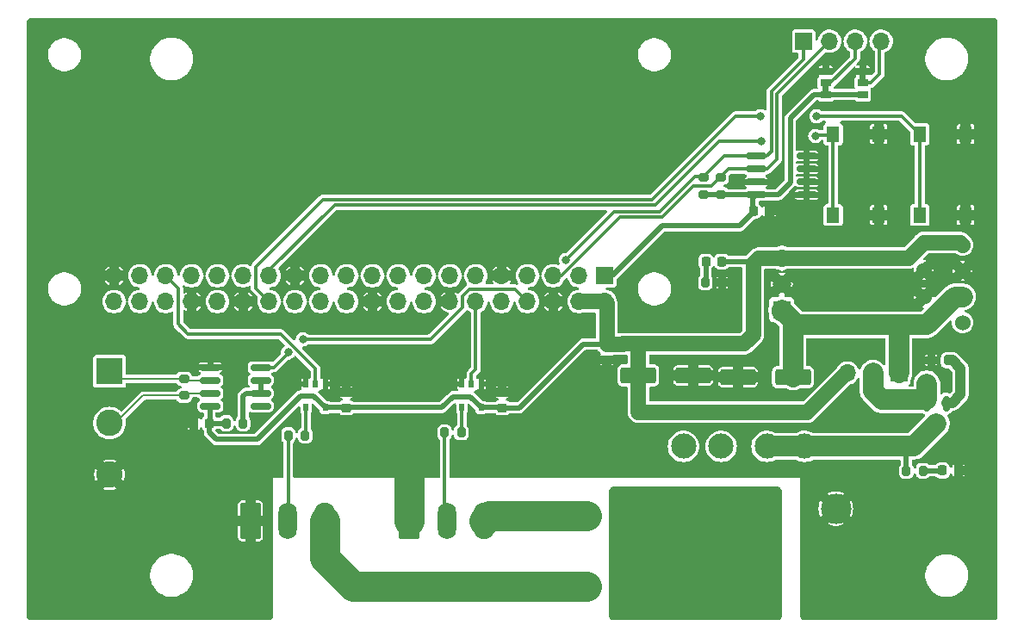
<source format=gbr>
%TF.GenerationSoftware,KiCad,Pcbnew,8.0.7*%
%TF.CreationDate,2024-12-30T21:46:30-05:00*%
%TF.ProjectId,Pi_Zero_W_2,50695f5a-6572-46f5-9f57-5f322e6b6963,v1*%
%TF.SameCoordinates,Original*%
%TF.FileFunction,Copper,L1,Top*%
%TF.FilePolarity,Positive*%
%FSLAX46Y46*%
G04 Gerber Fmt 4.6, Leading zero omitted, Abs format (unit mm)*
G04 Created by KiCad (PCBNEW 8.0.7) date 2024-12-30 21:46:30*
%MOMM*%
%LPD*%
G01*
G04 APERTURE LIST*
G04 Aperture macros list*
%AMRoundRect*
0 Rectangle with rounded corners*
0 $1 Rounding radius*
0 $2 $3 $4 $5 $6 $7 $8 $9 X,Y pos of 4 corners*
0 Add a 4 corners polygon primitive as box body*
4,1,4,$2,$3,$4,$5,$6,$7,$8,$9,$2,$3,0*
0 Add four circle primitives for the rounded corners*
1,1,$1+$1,$2,$3*
1,1,$1+$1,$4,$5*
1,1,$1+$1,$6,$7*
1,1,$1+$1,$8,$9*
0 Add four rect primitives between the rounded corners*
20,1,$1+$1,$2,$3,$4,$5,0*
20,1,$1+$1,$4,$5,$6,$7,0*
20,1,$1+$1,$6,$7,$8,$9,0*
20,1,$1+$1,$8,$9,$2,$3,0*%
G04 Aperture macros list end*
%TA.AperFunction,EtchedComponent*%
%ADD10C,0.000000*%
%TD*%
%TA.AperFunction,SMDPad,CuDef*%
%ADD11RoundRect,0.150000X-0.150000X0.587500X-0.150000X-0.587500X0.150000X-0.587500X0.150000X0.587500X0*%
%TD*%
%TA.AperFunction,ComponentPad*%
%ADD12RoundRect,0.291667X-0.758333X-1.508333X0.758333X-1.508333X0.758333X1.508333X-0.758333X1.508333X0*%
%TD*%
%TA.AperFunction,ComponentPad*%
%ADD13O,1.800000X3.600000*%
%TD*%
%TA.AperFunction,ComponentPad*%
%ADD14O,2.100000X3.600000*%
%TD*%
%TA.AperFunction,SMDPad,CuDef*%
%ADD15RoundRect,0.218750X0.218750X0.256250X-0.218750X0.256250X-0.218750X-0.256250X0.218750X-0.256250X0*%
%TD*%
%TA.AperFunction,SMDPad,CuDef*%
%ADD16RoundRect,0.200000X0.200000X0.275000X-0.200000X0.275000X-0.200000X-0.275000X0.200000X-0.275000X0*%
%TD*%
%TA.AperFunction,ComponentPad*%
%ADD17R,1.700000X1.700000*%
%TD*%
%TA.AperFunction,ComponentPad*%
%ADD18O,1.700000X1.700000*%
%TD*%
%TA.AperFunction,SMDPad,CuDef*%
%ADD19RoundRect,0.225000X-0.225000X-0.250000X0.225000X-0.250000X0.225000X0.250000X-0.225000X0.250000X0*%
%TD*%
%TA.AperFunction,SMDPad,CuDef*%
%ADD20RoundRect,0.200000X-0.275000X0.200000X-0.275000X-0.200000X0.275000X-0.200000X0.275000X0.200000X0*%
%TD*%
%TA.AperFunction,SMDPad,CuDef*%
%ADD21RoundRect,0.150000X0.825000X0.150000X-0.825000X0.150000X-0.825000X-0.150000X0.825000X-0.150000X0*%
%TD*%
%TA.AperFunction,SMDPad,CuDef*%
%ADD22RoundRect,0.250000X-1.500000X-0.550000X1.500000X-0.550000X1.500000X0.550000X-1.500000X0.550000X0*%
%TD*%
%TA.AperFunction,SMDPad,CuDef*%
%ADD23RoundRect,0.250000X1.500000X0.550000X-1.500000X0.550000X-1.500000X-0.550000X1.500000X-0.550000X0*%
%TD*%
%TA.AperFunction,SMDPad,CuDef*%
%ADD24RoundRect,0.218750X-0.218750X-0.256250X0.218750X-0.256250X0.218750X0.256250X-0.218750X0.256250X0*%
%TD*%
%TA.AperFunction,SMDPad,CuDef*%
%ADD25RoundRect,0.225000X-0.250000X0.225000X-0.250000X-0.225000X0.250000X-0.225000X0.250000X0.225000X0*%
%TD*%
%TA.AperFunction,SMDPad,CuDef*%
%ADD26RoundRect,0.225000X0.250000X-0.225000X0.250000X0.225000X-0.250000X0.225000X-0.250000X-0.225000X0*%
%TD*%
%TA.AperFunction,SMDPad,CuDef*%
%ADD27R,0.900000X1.200000*%
%TD*%
%TA.AperFunction,SMDPad,CuDef*%
%ADD28RoundRect,0.200000X-0.200000X-0.275000X0.200000X-0.275000X0.200000X0.275000X-0.200000X0.275000X0*%
%TD*%
%TA.AperFunction,ComponentPad*%
%ADD29R,3.000000X3.000000*%
%TD*%
%TA.AperFunction,ComponentPad*%
%ADD30C,3.000000*%
%TD*%
%TA.AperFunction,SMDPad,CuDef*%
%ADD31R,1.300000X1.550000*%
%TD*%
%TA.AperFunction,ComponentPad*%
%ADD32C,2.475000*%
%TD*%
%TA.AperFunction,SMDPad,CuDef*%
%ADD33R,0.510000X0.700000*%
%TD*%
%TA.AperFunction,ComponentPad*%
%ADD34R,1.800000X1.800000*%
%TD*%
%TA.AperFunction,ComponentPad*%
%ADD35C,1.800000*%
%TD*%
%TA.AperFunction,ComponentPad*%
%ADD36C,1.524000*%
%TD*%
%TA.AperFunction,SMDPad,CuDef*%
%ADD37RoundRect,0.225000X0.225000X0.250000X-0.225000X0.250000X-0.225000X-0.250000X0.225000X-0.250000X0*%
%TD*%
%TA.AperFunction,SMDPad,CuDef*%
%ADD38R,1.000000X0.700000*%
%TD*%
%TA.AperFunction,ComponentPad*%
%ADD39R,2.600000X2.600000*%
%TD*%
%TA.AperFunction,ComponentPad*%
%ADD40C,2.600000*%
%TD*%
%TA.AperFunction,ViaPad*%
%ADD41C,0.800000*%
%TD*%
%TA.AperFunction,Conductor*%
%ADD42C,0.350000*%
%TD*%
%TA.AperFunction,Conductor*%
%ADD43C,0.200000*%
%TD*%
%TA.AperFunction,Conductor*%
%ADD44C,0.500000*%
%TD*%
%TA.AperFunction,Conductor*%
%ADD45C,1.500000*%
%TD*%
%TA.AperFunction,Conductor*%
%ADD46C,2.000000*%
%TD*%
%TA.AperFunction,Conductor*%
%ADD47C,3.000000*%
%TD*%
%TA.AperFunction,Conductor*%
%ADD48C,1.000000*%
%TD*%
G04 APERTURE END LIST*
D10*
%TA.AperFunction,EtchedComponent*%
%TO.C,PIN1*%
G36*
X-3508400Y62457900D02*
G01*
X-4108400Y62457900D01*
X-4108400Y62957900D01*
X-3508400Y62957900D01*
X-3508400Y62457900D01*
G37*
%TD.AperFunction*%
%TA.AperFunction,EtchedComponent*%
%TO.C,PIN2*%
G36*
X131600Y63607900D02*
G01*
X-468400Y63607900D01*
X-468400Y64107900D01*
X131600Y64107900D01*
X131600Y63607900D01*
G37*
%TD.AperFunction*%
%TD*%
D11*
%TO.P,Q1,1,G*%
%TO.N,Net-(D1-A)*%
X8031600Y31738400D03*
%TO.P,Q1,2,S*%
%TO.N,VCC*%
X6131600Y31738400D03*
%TO.P,Q1,3,D*%
%TO.N,VIN*%
X7081600Y29863400D03*
%TD*%
D12*
%TO.P,J1,1,Pin_1*%
%TO.N,GND*%
X-44738400Y20200900D03*
D13*
%TO.P,J1,2,Pin_2*%
%TO.N,/Outputs/DOUT1*%
X-41078400Y20200900D03*
D14*
%TO.P,J1,3,Pin_3*%
%TO.N,/Outputs/VOUT1*%
X-37418400Y20200900D03*
%TD*%
%TO.P,J2,3,Pin_3*%
%TO.N,/Outputs/VOUT2*%
X-53058400Y20200900D03*
D13*
%TO.P,J2,2,Pin_2*%
%TO.N,/Outputs/DOUT2*%
X-56718400Y20200900D03*
D12*
%TO.P,J2,1,Pin_1*%
%TO.N,GND*%
X-60378400Y20200900D03*
%TD*%
D15*
%TO.P,D3,1,K*%
%TO.N,GND*%
X9244100Y25150900D03*
%TO.P,D3,2,A*%
%TO.N,Net-(D3-A)*%
X7669100Y25150900D03*
%TD*%
D16*
%TO.P,R4,1*%
%TO.N,Net-(D3-A)*%
X5756600Y25125900D03*
%TO.P,R4,2*%
%TO.N,VIN*%
X4106600Y25125900D03*
%TD*%
D17*
%TO.P,J5,1,Pin_1*%
%TO.N,/VIN_Reg*%
X3381600Y34734100D03*
D18*
%TO.P,J5,2,Pin_2*%
%TO.N,VCC*%
X841600Y34734100D03*
%TO.P,J5,3,Pin_3*%
%TO.N,+5V*%
X-1698400Y34734100D03*
%TD*%
D19*
%TO.P,C3,1*%
%TO.N,+3V3*%
X-10883400Y50670900D03*
%TO.P,C3,2*%
%TO.N,GND*%
X-9333400Y50670900D03*
%TD*%
D20*
%TO.P,R3,1*%
%TO.N,I2C_SCL*%
X-14118400Y53975900D03*
%TO.P,R3,2*%
%TO.N,+3V3*%
X-14118400Y52325900D03*
%TD*%
D21*
%TO.P,U2,1,A0*%
%TO.N,GND*%
X-5693400Y52275900D03*
%TO.P,U2,2,A1*%
X-5693400Y53545900D03*
%TO.P,U2,3,A2*%
X-5693400Y54815900D03*
%TO.P,U2,4,GND*%
X-5693400Y56085900D03*
%TO.P,U2,5,SDA*%
%TO.N,I2C_SDA*%
X-10643400Y56085900D03*
%TO.P,U2,6,SCL*%
%TO.N,I2C_SCL*%
X-10643400Y54815900D03*
%TO.P,U2,7,WP*%
%TO.N,GND*%
X-10643400Y53545900D03*
%TO.P,U2,8,VCC*%
%TO.N,+3V3*%
X-10643400Y52275900D03*
%TD*%
D20*
%TO.P,R2,1*%
%TO.N,I2C_SDA*%
X-15818400Y53975900D03*
%TO.P,R2,2*%
%TO.N,+3V3*%
X-15818400Y52325900D03*
%TD*%
D22*
%TO.P,C2,1*%
%TO.N,+5V*%
X-22243400Y34500900D03*
%TO.P,C2,2*%
%TO.N,GND*%
X-16843400Y34500900D03*
%TD*%
D23*
%TO.P,C1,1*%
%TO.N,/VIN_Reg*%
X-7043400Y34350900D03*
%TO.P,C1,2*%
%TO.N,GND*%
X-12443400Y34350900D03*
%TD*%
D24*
%TO.P,D2,1,K*%
%TO.N,Net-(D2-K)*%
X-15605900Y45700900D03*
%TO.P,D2,2,A*%
%TO.N,+5V*%
X-14030900Y45700900D03*
%TD*%
D16*
%TO.P,R5,1*%
%TO.N,GND*%
X-13993400Y43650900D03*
%TO.P,R5,2*%
%TO.N,Net-(D2-K)*%
X-15643400Y43650900D03*
%TD*%
D25*
%TO.P,C4,1*%
%TO.N,+5V*%
X-25343400Y37575900D03*
%TO.P,C4,2*%
%TO.N,GND*%
X-25343400Y36025900D03*
%TD*%
D17*
%TO.P,J6,1,Pin_1*%
%TO.N,I2C_SDA*%
X-5988400Y67375900D03*
D18*
%TO.P,J6,2,Pin_2*%
%TO.N,I2C_SCL*%
X-3448400Y67375900D03*
%TO.P,J6,3,Pin_3*%
%TO.N,Net-(J6-Pin_3)*%
X-908400Y67375900D03*
%TO.P,J6,4,Pin_4*%
%TO.N,Net-(J6-Pin_4)*%
X1631600Y67375900D03*
%TD*%
D26*
%TO.P,C5,1*%
%TO.N,+5V*%
X-50943400Y31325900D03*
%TO.P,C5,2*%
%TO.N,GND*%
X-50943400Y32875900D03*
%TD*%
D27*
%TO.P,D1,1,K*%
%TO.N,VCC*%
X6131600Y33700900D03*
%TO.P,D1,2,A*%
%TO.N,Net-(D1-A)*%
X9431600Y33700900D03*
%TD*%
D28*
%TO.P,R1,1*%
%TO.N,GND*%
X6556600Y36000900D03*
%TO.P,R1,2*%
%TO.N,Net-(D1-A)*%
X8206600Y36000900D03*
%TD*%
D29*
%TO.P,J3,1,Pin_1*%
%TO.N,VIN2*%
X-11066360Y21412100D03*
D30*
%TO.P,J3,2,Pin_2*%
%TO.N,GND*%
X-2816440Y21412100D03*
%TD*%
D31*
%TO.P,SW2,1,1*%
%TO.N,BTN1*%
X-3093400Y50275900D03*
X-3093400Y58225900D03*
%TO.P,SW2,2,2*%
%TO.N,GND*%
X1406600Y50275900D03*
X1406600Y58225900D03*
%TD*%
%TO.P,SW1,1,1*%
%TO.N,BTN2*%
X5431600Y50275900D03*
X5431600Y58225900D03*
%TO.P,SW1,2,2*%
%TO.N,GND*%
X9931600Y50275900D03*
X9931600Y58225900D03*
%TD*%
D32*
%TO.P,F1,1_1,1*%
%TO.N,VIN2*%
X-19168400Y20700900D03*
%TO.P,F1,1_2,1*%
X-22868400Y20700900D03*
%TO.P,F1,2_1,2*%
%TO.N,/Outputs/VOUT1*%
X-27368400Y20700900D03*
%TO.P,F1,2_2,2*%
X-31068400Y20700900D03*
%TD*%
%TO.P,F2,1_1,1*%
%TO.N,VIN2*%
X-19118400Y13800900D03*
%TO.P,F2,1_2,1*%
X-22818400Y13800900D03*
%TO.P,F2,2_1,2*%
%TO.N,/Outputs/VOUT2*%
X-27318400Y13800900D03*
%TO.P,F2,2_2,2*%
X-31018400Y13800900D03*
%TD*%
D33*
%TO.P,U5,1*%
%TO.N,GND*%
X-37693400Y33660900D03*
%TO.P,U5,2*%
%TO.N,DATA1*%
X-38643400Y33660900D03*
%TO.P,U5,3,GND*%
%TO.N,GND*%
X-39593400Y33660900D03*
%TO.P,U5,4*%
%TO.N,Net-(R7-Pad1)*%
X-39593400Y31340900D03*
%TO.P,U5,5,VCC*%
%TO.N,+5V*%
X-37693400Y31340900D03*
%TD*%
D16*
%TO.P,R6,1*%
%TO.N,Net-(R6-Pad1)*%
X-54993400Y28615900D03*
%TO.P,R6,2*%
%TO.N,/Outputs/DOUT2*%
X-56643400Y28615900D03*
%TD*%
D34*
%TO.P,U1,1,IN*%
%TO.N,/VIN_Reg*%
X-8143400Y40975900D03*
D35*
%TO.P,U1,2,GND*%
%TO.N,GND*%
X-8143400Y43515900D03*
%TO.P,U1,3,OUT*%
%TO.N,+5V*%
X-8143400Y46055900D03*
D36*
%TO.P,U1,4,OUT*%
X9636600Y47325900D03*
%TO.P,U1,5,GND*%
%TO.N,GND*%
X9636600Y44785900D03*
%TO.P,U1,6,IN*%
%TO.N,/VIN_Reg*%
X9636600Y42245900D03*
%TO.P,U1,7,EN*%
%TO.N,unconnected-(U1-EN-Pad7)*%
X9636600Y39705900D03*
%TO.P,U1,8,OUT*%
%TO.N,+5V*%
X5826600Y47557840D03*
%TO.P,U1,9,GND*%
%TO.N,GND*%
X5826600Y44862900D03*
%TO.P,U1,10,GND*%
X5826600Y42168900D03*
%TO.P,U1,11,IN*%
%TO.N,/VIN_Reg*%
X5826600Y39473960D03*
%TD*%
D37*
%TO.P,C7,1*%
%TO.N,+5V*%
X-64393400Y29800900D03*
%TO.P,C7,2*%
%TO.N,GND*%
X-65943400Y29800900D03*
%TD*%
D16*
%TO.P,R7,1*%
%TO.N,Net-(R7-Pad1)*%
X-39643400Y28900900D03*
%TO.P,R7,2*%
%TO.N,/Outputs/DOUT1*%
X-41293400Y28900900D03*
%TD*%
D38*
%TO.P,PIN1,1,A*%
%TO.N,+3V3*%
X-3808400Y62107900D03*
%TO.P,PIN1,2,C*%
%TO.N,Net-(J6-Pin_3)*%
X-3808400Y63250900D03*
%TO.P,PIN1,3,B*%
%TO.N,GND*%
X-3808400Y64393900D03*
%TD*%
D28*
%TO.P,R8,1*%
%TO.N,+5V*%
X-62743400Y29800900D03*
%TO.P,R8,2*%
%TO.N,Net-(U6-DE)*%
X-61093400Y29800900D03*
%TD*%
D33*
%TO.P,U4,1*%
%TO.N,GND*%
X-53018400Y33660900D03*
%TO.P,U4,2*%
%TO.N,DATA2*%
X-53968400Y33660900D03*
%TO.P,U4,3,GND*%
%TO.N,GND*%
X-54918400Y33660900D03*
%TO.P,U4,4*%
%TO.N,Net-(R6-Pad1)*%
X-54918400Y31340900D03*
%TO.P,U4,5,VCC*%
%TO.N,+5V*%
X-53018400Y31340900D03*
%TD*%
D38*
%TO.P,PIN2,1,A*%
%TO.N,+3V3*%
X-168400Y62114900D03*
%TO.P,PIN2,2,C*%
%TO.N,Net-(J6-Pin_4)*%
X-168400Y63257900D03*
%TO.P,PIN2,3,B*%
%TO.N,GND*%
X-168400Y64400900D03*
%TD*%
D26*
%TO.P,C6,1*%
%TO.N,+5V*%
X-35618400Y31325900D03*
%TO.P,C6,2*%
%TO.N,GND*%
X-35618400Y32875900D03*
%TD*%
D39*
%TO.P,J4,1,Pin_1*%
%TO.N,/Outputs/DMX+*%
X-74223400Y34900900D03*
D40*
%TO.P,J4,2,Pin_2*%
%TO.N,/Outputs/DMX-*%
X-74223400Y29820900D03*
%TO.P,J4,3,Pin_3*%
%TO.N,GND*%
X-74223400Y24740900D03*
%TD*%
D32*
%TO.P,F3,1_1,1*%
%TO.N,VIN2*%
X-17793400Y27525900D03*
%TO.P,F3,1_2,1*%
X-14093400Y27525900D03*
%TO.P,F3,2_1,2*%
%TO.N,VIN*%
X-9593400Y27525900D03*
%TO.P,F3,2_2,2*%
X-5893400Y27525900D03*
%TD*%
D20*
%TO.P,R9,1*%
%TO.N,/Outputs/DMX+*%
X-66893400Y34170900D03*
%TO.P,R9,2*%
%TO.N,/Outputs/DMX-*%
X-66893400Y32520900D03*
%TD*%
D21*
%TO.P,U6,1,RO*%
%TO.N,unconnected-(U6-RO-Pad1)*%
X-59368400Y31490900D03*
%TO.P,U6,2,~{RE}*%
%TO.N,Net-(U6-DE)*%
X-59368400Y32760900D03*
%TO.P,U6,3,DE*%
X-59368400Y34030900D03*
%TO.P,U6,4,DI*%
%TO.N,TXD*%
X-59368400Y35300900D03*
%TO.P,U6,5,GND*%
%TO.N,GND*%
X-64318400Y35300900D03*
%TO.P,U6,6,A*%
%TO.N,/Outputs/DMX+*%
X-64318400Y34030900D03*
%TO.P,U6,7,B*%
%TO.N,/Outputs/DMX-*%
X-64318400Y32760900D03*
%TO.P,U6,8,VCC*%
%TO.N,+5V*%
X-64318400Y31490900D03*
%TD*%
D17*
%TO.P,U3,1,3V3*%
%TO.N,+3V3*%
X-25518400Y44300900D03*
D18*
%TO.P,U3,2,5V*%
%TO.N,+5V*%
X-25518400Y41760900D03*
%TO.P,U3,3,SDA/GPIO2*%
%TO.N,I2C_SDA*%
X-28058400Y44300900D03*
%TO.P,U3,4,5V*%
%TO.N,+5V*%
X-28058400Y41760900D03*
%TO.P,U3,5,SCL/GPIO3*%
%TO.N,I2C_SCL*%
X-30598400Y44300900D03*
%TO.P,U3,6,GND*%
%TO.N,GND*%
X-30598400Y41760900D03*
%TO.P,U3,7,GCLK0/GPIO4*%
%TO.N,unconnected-(U3-GCLK0{slash}GPIO4-Pad7)*%
X-33138400Y44300900D03*
%TO.P,U3,8,GPIO14/TXD*%
%TO.N,TXD*%
X-33138400Y41760900D03*
%TO.P,U3,9,GND*%
%TO.N,GND*%
X-35678400Y44300900D03*
%TO.P,U3,10,GPIO15/RXD*%
%TO.N,unconnected-(U3-GPIO15{slash}RXD-Pad10)*%
X-35678400Y41760900D03*
%TO.P,U3,11,GPIO17*%
%TO.N,unconnected-(U3-GPIO17-Pad11)*%
X-38218400Y44300900D03*
%TO.P,U3,12,GPIO18/PWM0*%
%TO.N,DATA1*%
X-38218400Y41760900D03*
%TO.P,U3,13,GPIO27*%
%TO.N,unconnected-(U3-GPIO27-Pad13)*%
X-40758400Y44300900D03*
%TO.P,U3,14,GND*%
%TO.N,GND*%
X-40758400Y41760900D03*
%TO.P,U3,15,GPIO22*%
%TO.N,unconnected-(U3-GPIO22-Pad15)*%
X-43298400Y44300900D03*
%TO.P,U3,16,GPIO23*%
%TO.N,unconnected-(U3-GPIO23-Pad16)*%
X-43298400Y41760900D03*
%TO.P,U3,17,3V3*%
%TO.N,unconnected-(U3-3V3-Pad17)*%
X-45838400Y44300900D03*
%TO.P,U3,18,GPIO24*%
%TO.N,unconnected-(U3-GPIO24-Pad18)*%
X-45838400Y41760900D03*
%TO.P,U3,19,MOSI0/GPIO10*%
%TO.N,unconnected-(U3-MOSI0{slash}GPIO10-Pad19)*%
X-48378400Y44300900D03*
%TO.P,U3,20,GND*%
%TO.N,GND*%
X-48378400Y41760900D03*
%TO.P,U3,21,MISO0/GPIO9*%
%TO.N,unconnected-(U3-MISO0{slash}GPIO9-Pad21)*%
X-50918400Y44300900D03*
%TO.P,U3,22,GPIO25*%
%TO.N,unconnected-(U3-GPIO25-Pad22)*%
X-50918400Y41760900D03*
%TO.P,U3,23,SCLK0/GPIO11*%
%TO.N,unconnected-(U3-SCLK0{slash}GPIO11-Pad23)*%
X-53458400Y44300900D03*
%TO.P,U3,24,~{CE0}/GPIO8*%
%TO.N,unconnected-(U3-~{CE0}{slash}GPIO8-Pad24)*%
X-53458400Y41760900D03*
%TO.P,U3,25,GND*%
%TO.N,GND*%
X-55998400Y44300900D03*
%TO.P,U3,26,~{CE1}/GPIO7*%
%TO.N,unconnected-(U3-~{CE1}{slash}GPIO7-Pad26)*%
X-55998400Y41760900D03*
%TO.P,U3,27,ID_SD/GPIO0*%
%TO.N,BTN1*%
X-58538400Y44300900D03*
%TO.P,U3,28,ID_SC/GPIO1*%
%TO.N,BTN2*%
X-58538400Y41760900D03*
%TO.P,U3,29,GCLK1/GPIO5*%
%TO.N,unconnected-(U3-GCLK1{slash}GPIO5-Pad29)*%
X-61078400Y44300900D03*
%TO.P,U3,30,GND*%
%TO.N,GND*%
X-61078400Y41760900D03*
%TO.P,U3,31,GCLK2/GPIO6*%
%TO.N,unconnected-(U3-GCLK2{slash}GPIO6-Pad31)*%
X-63618400Y44300900D03*
%TO.P,U3,32,PWM0/GPIO12*%
%TO.N,unconnected-(U3-PWM0{slash}GPIO12-Pad32)*%
X-63618400Y41760900D03*
%TO.P,U3,33,PWM1/GPIO13*%
%TO.N,unconnected-(U3-PWM1{slash}GPIO13-Pad33)*%
X-66158400Y44300900D03*
%TO.P,U3,34,GND*%
%TO.N,GND*%
X-66158400Y41760900D03*
%TO.P,U3,35,GPIO19/MISO1*%
%TO.N,DATA2*%
X-68698400Y44300900D03*
%TO.P,U3,36,GPIO16*%
%TO.N,unconnected-(U3-GPIO16-Pad36)*%
X-68698400Y41760900D03*
%TO.P,U3,37,GPIO26*%
%TO.N,unconnected-(U3-GPIO26-Pad37)*%
X-71238400Y44300900D03*
%TO.P,U3,38,GPIO20/MOSI1*%
%TO.N,unconnected-(U3-GPIO20{slash}MOSI1-Pad38)*%
X-71238400Y41760900D03*
%TO.P,U3,39,GND*%
%TO.N,GND*%
X-73778400Y44300900D03*
%TO.P,U3,40,GPIO21/SCLK1*%
%TO.N,unconnected-(U3-GPIO21{slash}SCLK1-Pad40)*%
X-73778400Y41760900D03*
%TD*%
D41*
%TO.N,GND*%
X12131600Y11650900D03*
X11881600Y30400900D03*
X11881600Y37400900D03*
X-66368400Y35650900D03*
X-2618400Y29650900D03*
X2131600Y29650900D03*
X-3118400Y25400900D03*
X1631600Y25400900D03*
X-5118400Y11650900D03*
X3131600Y11650900D03*
X3131600Y20400900D03*
X7381600Y20400900D03*
X12131600Y20400900D03*
X-58618400Y36900900D03*
X-65118400Y21400900D03*
X-59118400Y12400900D03*
X-63118400Y12400900D03*
X-73118400Y12400900D03*
X-81118400Y12400900D03*
X-81118400Y19400900D03*
X-81118400Y24400900D03*
X-81118400Y30400900D03*
X-81118400Y37400900D03*
X-81118400Y53400900D03*
X-81118400Y60400900D03*
X-74118400Y60400900D03*
X-37118400Y60400900D03*
X-27118400Y60400900D03*
X-58118400Y60400900D03*
X-66118400Y60400900D03*
X-66118400Y47400900D03*
X-80118400Y47400900D03*
X-66118400Y53400900D03*
X-74118400Y53400900D03*
X-58118400Y53400900D03*
X-74118400Y66400900D03*
X-55118400Y25600900D03*
X-48918400Y25600900D03*
X-42518400Y25400900D03*
X-39318400Y25400900D03*
X-32518400Y25400900D03*
X-26718400Y25400900D03*
X-21318400Y28800900D03*
X-21318400Y27000900D03*
X-21318400Y25400900D03*
X-33718400Y30000900D03*
X-30918400Y32400900D03*
X-31918400Y35200900D03*
X-28918400Y38600900D03*
X-36918400Y38800900D03*
X-39718400Y38800900D03*
X-43118400Y36800900D03*
X-52918400Y36800900D03*
X-45718400Y32600900D03*
X-48318400Y30000900D03*
X-63918400Y27000900D03*
X-59718400Y27000900D03*
X-56118400Y30000900D03*
X-59718400Y29800900D03*
X-62318400Y31600900D03*
X-61718400Y35200900D03*
X-9218400Y49300900D03*
X-13968400Y42250900D03*
X-12818400Y43650900D03*
X6581600Y37350900D03*
X9281600Y23700900D03*
X10681600Y25150900D03*
X9231600Y26650900D03*
X-9868400Y36150900D03*
X-9818400Y34350900D03*
X-9818400Y32650900D03*
X-19518400Y32650900D03*
X-19518400Y36100900D03*
X-19518400Y34450900D03*
X-26668400Y35950900D03*
X-25318400Y34750900D03*
X-38168400Y30000900D03*
X-42468400Y32500900D03*
X-42518400Y30250900D03*
X-53768400Y30050900D03*
X-52818400Y34800900D03*
X-34268400Y32900900D03*
X-35618400Y34150900D03*
X-37118400Y34850900D03*
X-40968400Y33900900D03*
X-39668400Y34900900D03*
X-66068400Y28500900D03*
X-66068400Y31100900D03*
X-67268400Y29750900D03*
X-49618400Y32950900D03*
X-50968400Y34250900D03*
X-55118400Y34800900D03*
X-56268400Y33750900D03*
%TO.N,TXD*%
X-56668400Y36750900D03*
X-55218400Y38050900D03*
%TO.N,GND*%
X-18018400Y36100900D03*
X-16818400Y36100900D03*
X-15718400Y36100900D03*
X-13818400Y36100900D03*
X-11218400Y36100900D03*
X-12418400Y36100900D03*
X-11218400Y32600900D03*
X-12418400Y32600900D03*
X-13818400Y32600900D03*
X-15718400Y32600900D03*
X-16818400Y32600900D03*
X-18018400Y32600900D03*
X-4918400Y37100900D03*
X-3018400Y41700900D03*
X1181600Y41600900D03*
X1181600Y44200900D03*
X-2918400Y44100900D03*
X-1718400Y63250900D03*
X-16068400Y58950900D03*
X-50418400Y50026899D03*
X81600Y65600900D03*
X4381600Y67800900D03*
X-53418400Y53450900D03*
X-4868400Y50400900D03*
X-48118400Y66400900D03*
X-7518400Y61700900D03*
X-1818400Y61100900D03*
X-8518400Y67800900D03*
X-32568400Y53250900D03*
X9531600Y51900900D03*
X-37118400Y66400900D03*
X-26968400Y50100900D03*
X5331600Y36000900D03*
X131600Y30900900D03*
X-5643400Y47850900D03*
X8091600Y33668900D03*
X-64293400Y36795900D03*
X1381600Y51950900D03*
X-27118400Y66400900D03*
X11681600Y58200900D03*
X-10618400Y49250900D03*
X-7718400Y50750900D03*
X-3418400Y65600900D03*
X-42018400Y53400900D03*
X-10368400Y61900900D03*
X3231600Y50050900D03*
X-58118400Y66400900D03*
X-8818400Y53600900D03*
X2081600Y47850900D03*
X11681600Y50000900D03*
X-56468400Y50100900D03*
X-20568400Y46550900D03*
X-65818400Y36800900D03*
X-41418400Y50026899D03*
X781600Y37050900D03*
X-1968400Y56450900D03*
X11431600Y67700900D03*
X6931600Y57950900D03*
X-12468400Y53550900D03*
X-21308054Y53162580D03*
X-5718400Y57150900D03*
X3331600Y57850900D03*
%TO.N,I2C_SDA*%
X-29368400Y45850900D03*
%TO.N,BTN1*%
X-4828400Y58050900D03*
X-10118400Y57550900D03*
%TO.N,BTN2*%
X-10218400Y60000900D03*
X-4718400Y60000900D03*
%TD*%
D42*
%TO.N,TXD*%
X-42668400Y38050900D02*
X-55218400Y38050900D01*
X-39533400Y41185900D02*
X-42668400Y38050900D01*
X-39533400Y42268312D02*
X-39533400Y41185900D01*
X-38815812Y42985900D02*
X-39533400Y42268312D01*
X-34363400Y42985900D02*
X-38815812Y42985900D01*
X-33138400Y41760900D02*
X-34363400Y42985900D01*
%TO.N,DATA2*%
X-67473400Y43075900D02*
X-68698400Y44300900D01*
X-67473400Y39555900D02*
X-67473400Y43075900D01*
X-66493400Y38575900D02*
X-67473400Y39555900D01*
X-53968400Y35150900D02*
X-57393400Y38575900D01*
X-57393400Y38575900D02*
X-66493400Y38575900D01*
X-53968400Y33660900D02*
X-53968400Y35150900D01*
D43*
%TO.N,/Outputs/DMX-*%
X-73608400Y29820900D02*
X-74223400Y29820900D01*
X-70908400Y32520900D02*
X-73608400Y29820900D01*
%TO.N,/Outputs/DMX+*%
X-66893400Y34170900D02*
X-73493400Y34170900D01*
X-73493400Y34170900D02*
X-74223400Y34900900D01*
%TO.N,/Outputs/DMX-*%
X-66893400Y32520900D02*
X-70908400Y32520900D01*
D44*
%TO.N,+5V*%
X-54178400Y32500900D02*
X-53018400Y31340900D01*
X-59718400Y28200900D02*
X-55418400Y32500900D01*
X-55418400Y32500900D02*
X-54178400Y32500900D01*
X-63718400Y28200900D02*
X-59718400Y28200900D01*
X-64393400Y28875900D02*
X-63718400Y28200900D01*
X-64393400Y29800900D02*
X-64393400Y28875900D01*
%TO.N,Net-(D2-K)*%
X-15605900Y43688400D02*
X-15643400Y43650900D01*
X-15605900Y45700900D02*
X-15605900Y43688400D01*
%TO.N,+5V*%
X-14030900Y45700900D02*
X-11093400Y45700900D01*
X-11093400Y45700900D02*
X-10918400Y45525900D01*
D42*
%TO.N,TXD*%
X-56668400Y36700900D02*
X-58068400Y35300900D01*
X-58068400Y35300900D02*
X-59368400Y35300900D01*
X-56668400Y36750900D02*
X-56668400Y36700900D01*
D44*
%TO.N,+5V*%
X-40468400Y32400900D02*
X-38753400Y32400900D01*
X-41518400Y31350900D02*
X-40468400Y32400900D01*
X-38753400Y32400900D02*
X-37693400Y31340900D01*
X-50918400Y31350900D02*
X-41518400Y31350900D01*
X-50943400Y31325900D02*
X-50918400Y31350900D01*
X-64368400Y29825900D02*
X-64393400Y29800900D01*
X-64318400Y31490900D02*
X-64368400Y31440900D01*
X-64368400Y31440900D02*
X-64368400Y29825900D01*
%TO.N,Net-(U6-DE)*%
X-61093400Y32475900D02*
X-61093400Y29800900D01*
X-59368400Y32760900D02*
X-60808400Y32760900D01*
X-60808400Y32760900D02*
X-61093400Y32475900D01*
%TO.N,+5V*%
X-62743400Y29800900D02*
X-64393400Y29800900D01*
D42*
%TO.N,DATA1*%
X-38643400Y34675900D02*
X-38643400Y33660900D01*
X-38218400Y35100900D02*
X-38643400Y34675900D01*
X-38218400Y41760900D02*
X-38218400Y35100900D01*
D44*
%TO.N,+5V*%
X-33943400Y31325900D02*
X-27693400Y37575900D01*
X-35618400Y31325900D02*
X-33943400Y31325900D01*
D45*
X-5618400Y30900900D02*
X-22218400Y30900900D01*
X-22218400Y30900900D02*
X-22218400Y34475900D01*
X-1785200Y34734100D02*
X-5618400Y30900900D01*
X-22218400Y34475900D02*
X-22243400Y34500900D01*
X-1698400Y34734100D02*
X-1785200Y34734100D01*
D46*
%TO.N,/VIN_Reg*%
X3381600Y39473960D02*
X5826600Y39473960D01*
X3381600Y34734100D02*
X3381600Y39473960D01*
X-6641460Y39473960D02*
X-7043400Y39875900D01*
X5826600Y39473960D02*
X-6641460Y39473960D01*
D45*
%TO.N,+5V*%
X-22243400Y37625900D02*
X-23693400Y37625900D01*
X-22243400Y34500900D02*
X-22243400Y37625900D01*
X-23668400Y37600900D02*
X-23693400Y37625900D01*
X-11843400Y37600900D02*
X-23668400Y37600900D01*
X-10918400Y38525900D02*
X-11843400Y37600900D01*
X-10918400Y45525900D02*
X-10918400Y38525900D01*
D44*
X-35633400Y31340900D02*
X-35618400Y31325900D01*
X-37693400Y31340900D02*
X-35633400Y31340900D01*
X-50958400Y31340900D02*
X-50943400Y31325900D01*
X-53018400Y31340900D02*
X-50958400Y31340900D01*
D42*
%TO.N,Net-(R6-Pad1)*%
X-54918400Y28690900D02*
X-54993400Y28615900D01*
X-54918400Y31340900D02*
X-54918400Y28690900D01*
%TO.N,Net-(R7-Pad1)*%
X-39593400Y28950900D02*
X-39643400Y28900900D01*
X-39593400Y31340900D02*
X-39593400Y28950900D01*
%TO.N,/Outputs/DOUT1*%
X-41293400Y20415900D02*
X-41078400Y20200900D01*
X-41293400Y28900900D02*
X-41293400Y20415900D01*
%TO.N,/Outputs/DOUT2*%
X-56643400Y20275900D02*
X-56718400Y20200900D01*
X-56643400Y28615900D02*
X-56643400Y20275900D01*
D47*
%TO.N,GND*%
X-44738400Y22200900D02*
X-44738400Y25720900D01*
X-44738400Y20200900D02*
X-44738400Y22200900D01*
%TO.N,/Outputs/VOUT2*%
X-53058400Y20200900D02*
X-53058400Y16540900D01*
X-53058400Y16540900D02*
X-50318400Y13800900D01*
X-27318400Y13800900D02*
X-50318400Y13800900D01*
%TO.N,/Outputs/VOUT1*%
X-36918400Y20700900D02*
X-37418400Y20200900D01*
X-27368400Y20700900D02*
X-36918400Y20700900D01*
D45*
%TO.N,+5V*%
X5826600Y47557840D02*
X9404660Y47557840D01*
X-8143400Y46055900D02*
X4324660Y46055900D01*
X-8143400Y46055900D02*
X-10388400Y46055900D01*
X-23743400Y37575900D02*
X-25343400Y37575900D01*
X-25343400Y37575900D02*
X-25343400Y41585900D01*
X-25343400Y41585900D02*
X-25518400Y41760900D01*
X4324660Y46055900D02*
X5826600Y47557840D01*
X9404660Y47557840D02*
X9636600Y47325900D01*
D44*
X-27693400Y37575900D02*
X-25343400Y37575900D01*
D45*
X-23693400Y37625900D02*
X-23743400Y37575900D01*
X-10388400Y46055900D02*
X-10918400Y45525900D01*
X-25518400Y41760900D02*
X-28058400Y41760900D01*
D46*
%TO.N,/VIN_Reg*%
X-8143400Y40855900D02*
X-8088400Y40800900D01*
X9636600Y42245900D02*
X8876600Y42245900D01*
X-8143400Y40975900D02*
X-8143400Y40855900D01*
X8876600Y42245900D02*
X6104660Y39473960D01*
X-7043400Y34350900D02*
X-7043400Y39875900D01*
X6104660Y39473960D02*
X5826600Y39473960D01*
X-7043400Y39875900D02*
X-8143400Y40975900D01*
D48*
%TO.N,Net-(D1-A)*%
X9431600Y32620900D02*
X9431600Y33700900D01*
X8031600Y31800900D02*
X8611600Y31800900D01*
X8631600Y36000900D02*
X8406600Y36000900D01*
X9431600Y33700900D02*
X9431600Y35200900D01*
X9431600Y35200900D02*
X8631600Y36000900D01*
X8611600Y31800900D02*
X9431600Y32620900D01*
D44*
%TO.N,Net-(D3-A)*%
X5756600Y25125900D02*
X7644100Y25125900D01*
X7644100Y25125900D02*
X7669100Y25150900D01*
D42*
%TO.N,Net-(J6-Pin_4)*%
X1481600Y66882900D02*
X1481600Y64157900D01*
X581600Y63257900D02*
X-168400Y63257900D01*
X1481600Y64157900D02*
X581600Y63257900D01*
%TO.N,Net-(J6-Pin_3)*%
X-908400Y65693900D02*
X-908400Y67375900D01*
X-3351400Y63250900D02*
X-908400Y65693900D01*
X-3808400Y63250900D02*
X-3351400Y63250900D01*
D43*
%TO.N,/Outputs/DMX+*%
X-66893400Y34170900D02*
X-66753400Y34030900D01*
X-66753400Y34030900D02*
X-64318400Y34030900D01*
D44*
%TO.N,+3V3*%
X-10643400Y52275900D02*
X-15780900Y52275900D01*
X-15780900Y52275900D02*
X-15818400Y52238400D01*
X-19893400Y49225900D02*
X-12243400Y49225900D01*
X-12243400Y49225900D02*
X-10970900Y50498400D01*
X-10970900Y50498400D02*
X-10970900Y51948400D01*
X-175400Y62107900D02*
X-168400Y62114900D01*
X-7268400Y53500900D02*
X-7268400Y59850900D01*
X-8493400Y52275900D02*
X-7268400Y53500900D01*
X-24818400Y44300900D02*
X-19893400Y49225900D01*
X-10643400Y52275900D02*
X-8493400Y52275900D01*
X-7268400Y59850900D02*
X-5011400Y62107900D01*
X-5011400Y62107900D02*
X-3808400Y62107900D01*
X-3808400Y62107900D02*
X-175400Y62107900D01*
X-25518400Y44300900D02*
X-24818400Y44300900D01*
X-10970900Y51948400D02*
X-10643400Y52275900D01*
D42*
%TO.N,I2C_SDA*%
X-20134514Y50611898D02*
X-24607402Y50611898D01*
X-5988400Y65613012D02*
X-5988400Y67375900D01*
X-9633400Y56085900D02*
X-9167901Y56551399D01*
X-10643400Y56085900D02*
X-13795900Y56085900D01*
X-9167901Y62433511D02*
X-5988400Y65613012D01*
X-10643400Y56085900D02*
X-9633400Y56085900D01*
X-16683012Y54063400D02*
X-20134514Y50611898D01*
X-15818400Y54063400D02*
X-16683012Y54063400D01*
X-13795900Y56085900D02*
X-15818400Y54063400D01*
X-24607402Y50611898D02*
X-29368400Y45850900D01*
X-9167901Y56551399D02*
X-9167901Y62433511D01*
%TO.N,I2C_SCL*%
X-15030900Y53150900D02*
X-16818400Y53150900D01*
X-19906903Y50062397D02*
X-24061594Y50062397D01*
X-10643400Y54815900D02*
X-13365900Y54815900D01*
X-24061594Y50062397D02*
X-29823091Y44300900D01*
X-3448400Y67375900D02*
X-8618400Y62205900D01*
X-8618400Y62205900D02*
X-8618400Y55740900D01*
X-16818400Y53150900D02*
X-19906903Y50062397D01*
X-13365900Y54815900D02*
X-15030900Y53150900D01*
X-29823091Y44300900D02*
X-30598400Y44300900D01*
X-8618400Y55740900D02*
X-9543400Y54815900D01*
X-9543400Y54815900D02*
X-10643400Y54815900D01*
%TO.N,BTN1*%
X-58538400Y44300900D02*
X-58538400Y44805900D01*
X-58538400Y44805900D02*
X-52092901Y51251399D01*
X-3093400Y50200900D02*
X-3093400Y58150900D01*
X-20567901Y51251399D02*
X-14268400Y57550900D01*
X-14268400Y57550900D02*
X-10118400Y57550900D01*
X-3093400Y58150900D02*
X-4728400Y58150900D01*
X-4728400Y58150900D02*
X-4828400Y58050900D01*
X-52092901Y51251399D02*
X-20567901Y51251399D01*
%TO.N,BTN2*%
X5431600Y58225900D02*
X3656600Y60000900D01*
X-20868400Y51800900D02*
X-12668400Y60000900D01*
X3656600Y60000900D02*
X-4718400Y60000900D01*
X-53243400Y51800900D02*
X-20868400Y51800900D01*
X-58538400Y41760900D02*
X-59843400Y43065900D01*
X-59843400Y43065900D02*
X-59843400Y45200900D01*
X-12668400Y60000900D02*
X-10218400Y60000900D01*
X5431600Y50275900D02*
X5431600Y58225900D01*
X-59843400Y45200900D02*
X-53243400Y51800900D01*
D46*
%TO.N,VCC*%
X1681590Y32100910D02*
X6131600Y32100910D01*
X841600Y34734100D02*
X841600Y32960900D01*
X6131600Y32100910D02*
X6131600Y33700900D01*
X841600Y32960900D02*
X831600Y32950900D01*
X831600Y32950900D02*
X1681590Y32100910D01*
D43*
%TO.N,/Outputs/DMX-*%
X-66653400Y32760900D02*
X-66893400Y32520900D01*
X-64318400Y32760900D02*
X-66653400Y32760900D01*
D44*
%TO.N,Net-(U6-DE)*%
X-59368400Y34030900D02*
X-59368400Y32760900D01*
X-59378400Y34020900D02*
X-59368400Y34030900D01*
D46*
%TO.N,VIN*%
X-5893400Y27525900D02*
X-9593400Y27525900D01*
D44*
X4106600Y26825900D02*
X4806600Y27525900D01*
D46*
X4806600Y27525900D02*
X7081600Y29800900D01*
X-5893400Y27525900D02*
X4806600Y27525900D01*
D44*
X4106600Y25125900D02*
X4106600Y26825900D01*
%TD*%
%TA.AperFunction,Conductor*%
%TO.N,VIN2*%
G36*
X-8617651Y23599824D02*
G01*
X-8582214Y23595163D01*
X-8510872Y23585777D01*
X-8479125Y23577276D01*
X-8387308Y23539275D01*
X-8358842Y23522854D01*
X-8358696Y23522742D01*
X-8279979Y23462399D01*
X-8256724Y23439171D01*
X-8196179Y23360375D01*
X-8179723Y23331921D01*
X-8141619Y23240148D01*
X-8133082Y23208408D01*
X-8118915Y23101646D01*
X-8117821Y23085231D01*
X-8110917Y16948399D01*
X-8104133Y10917735D01*
X-8105194Y10901275D01*
X-8119160Y10794341D01*
X-8127649Y10762539D01*
X-8165652Y10670572D01*
X-8182088Y10642055D01*
X-8242615Y10563067D01*
X-8265875Y10539782D01*
X-8266122Y10539591D01*
X-8344793Y10479166D01*
X-8373292Y10462698D01*
X-8410490Y10447278D01*
X-8437684Y10436005D01*
X-8485933Y10426400D01*
X-24736590Y10426400D01*
X-24784807Y10435991D01*
X-24849078Y10462613D01*
X-24877561Y10479058D01*
X-24888299Y10487298D01*
X-24956454Y10539595D01*
X-24979706Y10562847D01*
X-25040244Y10641742D01*
X-25056687Y10670221D01*
X-25094745Y10762101D01*
X-25103255Y10793863D01*
X-25117322Y10900713D01*
X-25118400Y10917159D01*
X-25118400Y23084642D01*
X-25117322Y23101088D01*
X-25117169Y23102251D01*
X-25103255Y23207940D01*
X-25094746Y23239698D01*
X-25056686Y23331584D01*
X-25040247Y23360056D01*
X-24979702Y23438959D01*
X-24956459Y23462202D01*
X-24877556Y23522747D01*
X-24849084Y23539186D01*
X-24757198Y23577246D01*
X-24725440Y23585755D01*
X-24634517Y23597725D01*
X-24618587Y23599822D01*
X-24602141Y23600900D01*
X-8634085Y23600900D01*
X-8617651Y23599824D01*
G37*
%TD.AperFunction*%
%TD*%
%TA.AperFunction,Conductor*%
%TO.N,GND*%
G36*
X12777939Y69645793D02*
G01*
X12842231Y69619163D01*
X12870711Y69602720D01*
X12949612Y69542177D01*
X12972870Y69518918D01*
X13033409Y69440017D01*
X13049855Y69411529D01*
X13076477Y69347250D01*
X13086066Y69299026D01*
X13081131Y10782668D01*
X13071537Y10734454D01*
X13044918Y10670201D01*
X13028471Y10641717D01*
X12967934Y10562832D01*
X12944675Y10539576D01*
X12865791Y10479051D01*
X12837308Y10462607D01*
X12773049Y10435991D01*
X12724832Y10426400D01*
X-5936590Y10426400D01*
X-5984807Y10435991D01*
X-6049078Y10462613D01*
X-6077561Y10479058D01*
X-6088299Y10487298D01*
X-6156454Y10539595D01*
X-6179706Y10562847D01*
X-6240244Y10641742D01*
X-6256687Y10670221D01*
X-6294745Y10762101D01*
X-6303255Y10793863D01*
X-6317322Y10900713D01*
X-6318400Y10917159D01*
X-6318400Y14963577D01*
X5981100Y14963577D01*
X5981100Y14688224D01*
X6017038Y14415241D01*
X6017040Y14415234D01*
X6081606Y14174268D01*
X6088305Y14149269D01*
X6193677Y13894878D01*
X6193683Y13894867D01*
X6331348Y13656425D01*
X6498972Y13437972D01*
X6498981Y13437962D01*
X6693661Y13243282D01*
X6693671Y13243273D01*
X6693672Y13243272D01*
X6879540Y13100651D01*
X6912124Y13075649D01*
X7150566Y12937984D01*
X7150577Y12937978D01*
X7150579Y12937977D01*
X7404968Y12832605D01*
X7670934Y12761340D01*
X7670938Y12761340D01*
X7670940Y12761339D01*
X7741296Y12752077D01*
X7943926Y12725400D01*
X7943933Y12725400D01*
X8219267Y12725400D01*
X8219274Y12725400D01*
X8465991Y12757881D01*
X8492259Y12761339D01*
X8492259Y12761340D01*
X8492266Y12761340D01*
X8758232Y12832605D01*
X9012621Y12937977D01*
X9251079Y13075651D01*
X9469528Y13243272D01*
X9664228Y13437972D01*
X9831849Y13656421D01*
X9969523Y13894879D01*
X10074895Y14149268D01*
X10146160Y14415234D01*
X10182100Y14688226D01*
X10182100Y14963574D01*
X10146160Y15236566D01*
X10074895Y15502532D01*
X9969523Y15756921D01*
X9969522Y15756923D01*
X9969516Y15756934D01*
X9831851Y15995376D01*
X9664227Y16213829D01*
X9664218Y16213839D01*
X9469538Y16408519D01*
X9469528Y16408528D01*
X9251075Y16576152D01*
X9012633Y16713817D01*
X9012622Y16713823D01*
X8885426Y16766509D01*
X8758232Y16819195D01*
X8492266Y16890460D01*
X8492259Y16890462D01*
X8219276Y16926400D01*
X8219274Y16926400D01*
X7943926Y16926400D01*
X7943923Y16926400D01*
X7670940Y16890462D01*
X7404968Y16819195D01*
X7150577Y16713823D01*
X7150566Y16713817D01*
X6912124Y16576152D01*
X6693671Y16408528D01*
X6693661Y16408519D01*
X6498981Y16213839D01*
X6498972Y16213829D01*
X6331348Y15995376D01*
X6193683Y15756934D01*
X6193677Y15756923D01*
X6088305Y15502532D01*
X6017038Y15236560D01*
X5981100Y14963577D01*
X-6318400Y14963577D01*
X-6318400Y21412100D01*
X-4521207Y21412100D01*
X-4502165Y21158014D01*
X-4445470Y20909613D01*
X-4445468Y20909608D01*
X-4352386Y20672436D01*
X-4352384Y20672432D01*
X-4319747Y20615903D01*
X-3566440Y21369209D01*
X-3566440Y21338231D01*
X-3537618Y21193333D01*
X-3481081Y21056842D01*
X-3399003Y20934003D01*
X-3294537Y20829537D01*
X-3171698Y20747459D01*
X-3035207Y20690922D01*
X-2890309Y20662100D01*
X-2859335Y20662100D01*
X-3612722Y19908714D01*
X-3612722Y19908712D01*
X-3439265Y19825179D01*
X-3439253Y19825174D01*
X-3195797Y19750078D01*
X-3195785Y19750076D01*
X-2943833Y19712100D01*
X-2689047Y19712100D01*
X-2437096Y19750076D01*
X-2437084Y19750078D01*
X-2193625Y19825175D01*
X-2193618Y19825178D01*
X-2020159Y19908711D01*
X-2020159Y19908712D01*
X-2773546Y20662100D01*
X-2742571Y20662100D01*
X-2597673Y20690922D01*
X-2461182Y20747459D01*
X-2338343Y20829537D01*
X-2233877Y20934003D01*
X-2151799Y21056842D01*
X-2095262Y21193333D01*
X-2066440Y21338231D01*
X-2066440Y21369207D01*
X-1313136Y20615903D01*
X-1313135Y20615903D01*
X-1280501Y20672424D01*
X-1187413Y20909608D01*
X-1187411Y20909613D01*
X-1130716Y21158014D01*
X-1111674Y21412100D01*
X-1130716Y21666187D01*
X-1187411Y21914588D01*
X-1187413Y21914593D01*
X-1280496Y22151767D01*
X-1313136Y22208300D01*
X-2066440Y21454996D01*
X-2066440Y21485969D01*
X-2095262Y21630867D01*
X-2151799Y21767358D01*
X-2233877Y21890197D01*
X-2338343Y21994663D01*
X-2461182Y22076741D01*
X-2597673Y22133278D01*
X-2742571Y22162100D01*
X-2773547Y22162100D01*
X-2020159Y22915491D01*
X-2193617Y22999023D01*
X-2193625Y22999026D01*
X-2437084Y23074123D01*
X-2437096Y23074125D01*
X-2689047Y23112100D01*
X-2943833Y23112100D01*
X-3195785Y23074125D01*
X-3195797Y23074123D01*
X-3439256Y22999026D01*
X-3439263Y22999023D01*
X-3612722Y22915490D01*
X-3612722Y22915488D01*
X-2859334Y22162100D01*
X-2890309Y22162100D01*
X-3035207Y22133278D01*
X-3171698Y22076741D01*
X-3294537Y21994663D01*
X-3399003Y21890197D01*
X-3481081Y21767358D01*
X-3537618Y21630867D01*
X-3566440Y21485969D01*
X-3566440Y21454994D01*
X-4319746Y22208300D01*
X-4319747Y22208299D01*
X-4352382Y22151774D01*
X-4445468Y21914593D01*
X-4445470Y21914588D01*
X-4502165Y21666187D01*
X-4521207Y21412100D01*
X-6318400Y21412100D01*
X-6318400Y23892893D01*
X-6318400Y23892900D01*
X-6318400Y24400900D01*
X-6826399Y24400900D01*
X-40691900Y24400900D01*
X-40760021Y24420902D01*
X-40806514Y24474558D01*
X-40817900Y24526900D01*
X-40817900Y27525900D01*
X-19336156Y27525900D01*
X-19317162Y27284561D01*
X-19260649Y27049164D01*
X-19168007Y26825505D01*
X-19041515Y26619090D01*
X-19041514Y26619088D01*
X-18884294Y26435007D01*
X-18713400Y26289050D01*
X-18700209Y26277784D01*
X-18493797Y26151294D01*
X-18270138Y26058652D01*
X-18034740Y26002138D01*
X-17793400Y25983144D01*
X-17552060Y26002138D01*
X-17316662Y26058652D01*
X-17093003Y26151294D01*
X-16886591Y26277784D01*
X-16702507Y26435007D01*
X-16545284Y26619091D01*
X-16418794Y26825503D01*
X-16326152Y27049162D01*
X-16269638Y27284560D01*
X-16250644Y27525900D01*
X-15636156Y27525900D01*
X-15617162Y27284561D01*
X-15560649Y27049164D01*
X-15468007Y26825505D01*
X-15341515Y26619090D01*
X-15341514Y26619088D01*
X-15184294Y26435007D01*
X-15013400Y26289050D01*
X-15000209Y26277784D01*
X-14793797Y26151294D01*
X-14570138Y26058652D01*
X-14334740Y26002138D01*
X-14093400Y25983144D01*
X-13852060Y26002138D01*
X-13616662Y26058652D01*
X-13393003Y26151294D01*
X-13186591Y26277784D01*
X-13002507Y26435007D01*
X-12845284Y26619091D01*
X-12718794Y26825503D01*
X-12626152Y27049162D01*
X-12569638Y27284560D01*
X-12550644Y27525900D01*
X-12569638Y27767240D01*
X-12626152Y28002638D01*
X-12718794Y28226297D01*
X-12845284Y28432709D01*
X-12845287Y28432713D01*
X-13002507Y28616794D01*
X-13163482Y28754279D01*
X-13186591Y28774016D01*
X-13393003Y28900506D01*
X-13485385Y28938772D01*
X-13616664Y28993149D01*
X-13777701Y29031810D01*
X-13852060Y29049662D01*
X-14093400Y29068656D01*
X-14334740Y29049662D01*
X-14570137Y28993149D01*
X-14793796Y28900507D01*
X-14924216Y28820585D01*
X-15000209Y28774016D01*
X-15013641Y28762545D01*
X-15184294Y28616794D01*
X-15341514Y28432713D01*
X-15341515Y28432711D01*
X-15468007Y28226296D01*
X-15560649Y28002637D01*
X-15617162Y27767240D01*
X-15636156Y27525900D01*
X-16250644Y27525900D01*
X-16269638Y27767240D01*
X-16326152Y28002638D01*
X-16418794Y28226297D01*
X-16545284Y28432709D01*
X-16545287Y28432713D01*
X-16702507Y28616794D01*
X-16863482Y28754279D01*
X-16886591Y28774016D01*
X-17093003Y28900506D01*
X-17185385Y28938772D01*
X-17316664Y28993149D01*
X-17477701Y29031810D01*
X-17552060Y29049662D01*
X-17793400Y29068656D01*
X-18034740Y29049662D01*
X-18270137Y28993149D01*
X-18493796Y28900507D01*
X-18624216Y28820585D01*
X-18700209Y28774016D01*
X-18713641Y28762545D01*
X-18884294Y28616794D01*
X-19041514Y28432713D01*
X-19041515Y28432711D01*
X-19168007Y28226296D01*
X-19260649Y28002637D01*
X-19317162Y27767240D01*
X-19336156Y27525900D01*
X-40817900Y27525900D01*
X-40817900Y28143864D01*
X-40797898Y28211985D01*
X-40767409Y28244732D01*
X-40761529Y28249135D01*
X-40735854Y28268354D01*
X-40649604Y28383569D01*
X-40647043Y28390434D01*
X-40631275Y28432711D01*
X-40599309Y28518417D01*
X-40593678Y28570796D01*
X-40566508Y28636387D01*
X-40508190Y28676877D01*
X-40437239Y28679411D01*
X-40376181Y28643183D01*
X-40344402Y28579696D01*
X-40343122Y28570793D01*
X-40337492Y28518419D01*
X-40287199Y28383574D01*
X-40287197Y28383571D01*
X-40287196Y28383569D01*
X-40258555Y28345309D01*
X-40200947Y28268354D01*
X-40156682Y28235218D01*
X-40085731Y28182104D01*
X-40085729Y28182104D01*
X-40085727Y28182102D01*
X-40025370Y28159591D01*
X-39950886Y28131810D01*
X-39950883Y28131809D01*
X-39891273Y28125400D01*
X-39395528Y28125401D01*
X-39335917Y28131809D01*
X-39201069Y28182104D01*
X-39085854Y28268354D01*
X-38999604Y28383569D01*
X-38997043Y28390434D01*
X-38981275Y28432711D01*
X-38949309Y28518417D01*
X-38942900Y28578027D01*
X-38942901Y29223772D01*
X-38949309Y29283383D01*
X-38987206Y29384991D01*
X-38999602Y29418227D01*
X-38999604Y29418230D01*
X-38999604Y29418231D01*
X-39085854Y29533446D01*
X-39091254Y29540660D01*
X-39088652Y29542609D01*
X-39115021Y29590900D01*
X-39117900Y29617683D01*
X-39117900Y30734239D01*
X-39097898Y30802360D01*
X-39091916Y30809783D01*
X-39086198Y30818132D01*
X-39086194Y30818135D01*
X-39040815Y30920909D01*
X-39037900Y30946035D01*
X-39037901Y31602687D01*
X-39017899Y31670807D01*
X-38964243Y31717300D01*
X-38893970Y31727404D01*
X-38829389Y31697911D01*
X-38822806Y31691781D01*
X-38285805Y31154780D01*
X-38251779Y31092468D01*
X-38248900Y31065686D01*
X-38248900Y30946040D01*
X-38248899Y30946034D01*
X-38245986Y30920911D01*
X-38245984Y30920906D01*
X-38200607Y30818135D01*
X-38121168Y30738696D01*
X-38121166Y30738695D01*
X-38121165Y30738694D01*
X-38018391Y30693315D01*
X-38018392Y30693315D01*
X-38013922Y30692797D01*
X-37993265Y30690400D01*
X-37393536Y30690401D01*
X-37368409Y30693315D01*
X-37265635Y30738694D01*
X-37263795Y30740534D01*
X-37250833Y30753495D01*
X-37188521Y30787521D01*
X-37161738Y30790400D01*
X-36355032Y30790400D01*
X-36286911Y30770398D01*
X-36254635Y30740534D01*
X-36243479Y30725822D01*
X-36128379Y30638539D01*
X-36128375Y30638536D01*
X-35993991Y30585541D01*
X-35993992Y30585541D01*
X-35970943Y30582774D01*
X-35909544Y30575400D01*
X-35909541Y30575400D01*
X-35327259Y30575400D01*
X-35327256Y30575400D01*
X-35242810Y30585541D01*
X-35108425Y30638536D01*
X-34993322Y30725822D01*
X-34993319Y30725827D01*
X-34987224Y30731920D01*
X-34986237Y30730932D01*
X-34936442Y30767727D01*
X-34893143Y30775400D01*
X-33870928Y30775400D01*
X-33870926Y30775400D01*
X-33870925Y30775400D01*
X-33730915Y30812916D01*
X-33704934Y30827916D01*
X-33605385Y30885390D01*
X-28914875Y35575900D01*
X-25955746Y35575900D01*
X-25941518Y35547977D01*
X-25941518Y35547976D01*
X-25846325Y35452783D01*
X-25793401Y35425817D01*
X-25793400Y35425817D01*
X-24893400Y35425817D01*
X-24840476Y35452783D01*
X-24745283Y35547976D01*
X-24745283Y35547977D01*
X-24731054Y35575900D01*
X-24893400Y35575900D01*
X-24893400Y35425817D01*
X-25793400Y35425817D01*
X-25793400Y35575900D01*
X-25955746Y35575900D01*
X-28914875Y35575900D01*
X-27502280Y36988495D01*
X-27439968Y37022521D01*
X-27413185Y37025400D01*
X-26306342Y37025400D01*
X-26238221Y37005398D01*
X-26201577Y36969402D01*
X-26159377Y36906245D01*
X-26159374Y36906242D01*
X-26159371Y36906238D01*
X-26013063Y36759930D01*
X-26013060Y36759928D01*
X-26013055Y36759923D01*
X-25946680Y36715573D01*
X-25944308Y36713988D01*
X-25898780Y36659511D01*
X-25889932Y36589068D01*
X-25920574Y36525024D01*
X-25925213Y36520129D01*
X-25941519Y36503824D01*
X-25955747Y36475901D01*
X-25955746Y36475900D01*
X-24725801Y36475900D01*
X-24684943Y36512866D01*
X-24630157Y36525400D01*
X-23639936Y36525400D01*
X-23639935Y36525400D01*
X-23526422Y36547980D01*
X-23501841Y36550400D01*
X-23419900Y36550400D01*
X-23351779Y36530398D01*
X-23305286Y36476742D01*
X-23293900Y36424400D01*
X-23293900Y35727400D01*
X-23313902Y35659279D01*
X-23367558Y35612786D01*
X-23419900Y35601400D01*
X-23786506Y35601400D01*
X-23874965Y35590778D01*
X-24015742Y35535262D01*
X-24015746Y35535259D01*
X-24136323Y35443823D01*
X-24227759Y35323246D01*
X-24227762Y35323242D01*
X-24283278Y35182465D01*
X-24293900Y35094006D01*
X-24293900Y33907795D01*
X-24283278Y33819336D01*
X-24227762Y33678559D01*
X-24227759Y33678555D01*
X-24136323Y33557978D01*
X-24015746Y33466542D01*
X-24015742Y33466539D01*
X-23874965Y33411023D01*
X-23874966Y33411023D01*
X-23849607Y33407978D01*
X-23786502Y33400400D01*
X-23394900Y33400400D01*
X-23326779Y33380398D01*
X-23280286Y33326742D01*
X-23268900Y33274400D01*
X-23268900Y30797433D01*
X-23237294Y30638539D01*
X-23228530Y30594480D01*
X-23149341Y30403302D01*
X-23034377Y30231245D01*
X-23034376Y30231244D01*
X-23034371Y30231238D01*
X-22888063Y30084930D01*
X-22888057Y30084925D01*
X-22888055Y30084923D01*
X-22715998Y29969959D01*
X-22524820Y29890770D01*
X-22321865Y29850400D01*
X-22321864Y29850400D01*
X-5514936Y29850400D01*
X-5514935Y29850400D01*
X-5311980Y29890770D01*
X-5120802Y29969959D01*
X-5112527Y29975488D01*
X-4948745Y30084923D01*
X-4802423Y30231245D01*
X-4802422Y30231248D01*
X-4795246Y30238423D01*
X-4795240Y30238431D01*
X-1445076Y33588595D01*
X-1387486Y33620042D01*
X-1387810Y33621183D01*
X-1382769Y33622618D01*
X-1382766Y33622619D01*
X-1382758Y33622621D01*
X-1382210Y33622778D01*
X-1382202Y33622779D01*
X-1183381Y33699802D01*
X-1002098Y33812048D01*
X-844528Y33955693D01*
X-716034Y34125845D01*
X-697691Y34162686D01*
X-649422Y34214748D01*
X-580668Y34232451D01*
X-513258Y34210172D01*
X-468593Y34154985D01*
X-458900Y34106522D01*
X-458900Y33126307D01*
X-460451Y33106597D01*
X-468900Y33053252D01*
X-468900Y32848548D01*
X-449917Y32728694D01*
X-436877Y32646363D01*
X-373620Y32451681D01*
X-280690Y32269293D01*
X-280687Y32269289D01*
X-160366Y32103681D01*
X689623Y31253692D01*
X689624Y31253691D01*
X764201Y31179114D01*
X834372Y31108943D01*
X999977Y30988625D01*
X999980Y30988623D01*
X1182371Y30895690D01*
X1377056Y30832433D01*
X1579238Y30800410D01*
X1783941Y30800410D01*
X5656389Y30800410D01*
X5724510Y30780408D01*
X5731210Y30775789D01*
X5768716Y30748108D01*
X5768723Y30748105D01*
X5891244Y30705233D01*
X5948936Y30663855D01*
X5975098Y30597855D01*
X5961426Y30528187D01*
X5938724Y30497209D01*
X4304820Y28863305D01*
X4242508Y28829279D01*
X4215725Y28826400D01*
X-5036539Y28826400D01*
X-5102374Y28844968D01*
X-5193003Y28900506D01*
X-5285420Y28938786D01*
X-5416664Y28993149D01*
X-5577701Y29031810D01*
X-5652060Y29049662D01*
X-5893400Y29068656D01*
X-6134740Y29049662D01*
X-6370137Y28993149D01*
X-6593798Y28900506D01*
X-6626586Y28880413D01*
X-6684427Y28844968D01*
X-6750261Y28826400D01*
X-8736539Y28826400D01*
X-8802374Y28844968D01*
X-8893003Y28900506D01*
X-8985420Y28938786D01*
X-9116664Y28993149D01*
X-9277701Y29031810D01*
X-9352060Y29049662D01*
X-9593400Y29068656D01*
X-9834740Y29049662D01*
X-10070137Y28993149D01*
X-10293796Y28900507D01*
X-10424216Y28820585D01*
X-10500209Y28774016D01*
X-10513641Y28762545D01*
X-10684294Y28616794D01*
X-10841514Y28432713D01*
X-10841515Y28432711D01*
X-10968007Y28226296D01*
X-11060649Y28002637D01*
X-11117162Y27767240D01*
X-11136156Y27525900D01*
X-11117162Y27284561D01*
X-11060649Y27049164D01*
X-10968007Y26825505D01*
X-10841515Y26619090D01*
X-10841514Y26619088D01*
X-10684294Y26435007D01*
X-10513400Y26289050D01*
X-10500209Y26277784D01*
X-10293797Y26151294D01*
X-10070138Y26058652D01*
X-9834740Y26002138D01*
X-9593400Y25983144D01*
X-9352060Y26002138D01*
X-9116662Y26058652D01*
X-8893003Y26151294D01*
X-8802374Y26206833D01*
X-8736539Y26225400D01*
X-6750261Y26225400D01*
X-6684427Y26206833D01*
X-6593797Y26151294D01*
X-6370138Y26058652D01*
X-6134740Y26002138D01*
X-5893400Y25983144D01*
X-5652060Y26002138D01*
X-5416662Y26058652D01*
X-5193003Y26151294D01*
X-5102374Y26206833D01*
X-5036539Y26225400D01*
X3430100Y26225400D01*
X3498221Y26205398D01*
X3544714Y26151742D01*
X3556100Y26099400D01*
X3556100Y25809796D01*
X3536098Y25741675D01*
X3530968Y25734287D01*
X3462803Y25643230D01*
X3462801Y25643227D01*
X3412509Y25508385D01*
X3406100Y25448779D01*
X3406100Y24803036D01*
X3406102Y24803015D01*
X3412508Y24743420D01*
X3412508Y24743419D01*
X3462801Y24608574D01*
X3462803Y24608571D01*
X3549053Y24493354D01*
X3574162Y24474558D01*
X3664269Y24407104D01*
X3664271Y24407104D01*
X3664273Y24407102D01*
X3722404Y24385421D01*
X3799114Y24356810D01*
X3799117Y24356809D01*
X3858727Y24350400D01*
X4354472Y24350401D01*
X4414083Y24356809D01*
X4548931Y24407104D01*
X4664146Y24493354D01*
X4750396Y24608569D01*
X4800691Y24743417D01*
X4806322Y24795796D01*
X4833492Y24861387D01*
X4891810Y24901877D01*
X4962761Y24904411D01*
X5023819Y24868183D01*
X5055598Y24804696D01*
X5056878Y24795793D01*
X5062508Y24743419D01*
X5112801Y24608574D01*
X5112803Y24608571D01*
X5199053Y24493354D01*
X5224162Y24474558D01*
X5314269Y24407104D01*
X5314271Y24407104D01*
X5314273Y24407102D01*
X5372404Y24385421D01*
X5449114Y24356810D01*
X5449117Y24356809D01*
X5508727Y24350400D01*
X6004472Y24350401D01*
X6064083Y24356809D01*
X6198931Y24407104D01*
X6314146Y24493354D01*
X6333313Y24518959D01*
X6337770Y24524911D01*
X6394607Y24567456D01*
X6438637Y24575400D01*
X6978197Y24575400D01*
X7046318Y24555398D01*
X7073634Y24530124D01*
X7073638Y24530127D01*
X7073734Y24530031D01*
X7078592Y24525536D01*
X7079729Y24524037D01*
X7079731Y24524036D01*
X7079733Y24524033D01*
X7193468Y24437785D01*
X7258129Y24412286D01*
X7326253Y24385421D01*
X7326252Y24385421D01*
X7352628Y24382254D01*
X7409698Y24375400D01*
X7409699Y24375400D01*
X7928501Y24375400D01*
X7928502Y24375400D01*
X8011946Y24385421D01*
X8144732Y24437785D01*
X8258467Y24524033D01*
X8344715Y24637768D01*
X8385385Y24740900D01*
X8391168Y24755564D01*
X8434766Y24811597D01*
X8501737Y24835165D01*
X8570818Y24818783D01*
X8620076Y24767655D01*
X8620650Y24766543D01*
X8682350Y24645449D01*
X8776147Y24551651D01*
X8806600Y24536135D01*
X8806600Y24536136D01*
X9681600Y24536136D01*
X9712054Y24551652D01*
X9805849Y24645447D01*
X9840472Y24713400D01*
X9681600Y24713400D01*
X9681600Y24536136D01*
X8806600Y24536136D01*
X8806600Y25588400D01*
X9681600Y25588400D01*
X9840472Y25588400D01*
X9840472Y25588401D01*
X9805849Y25656354D01*
X9712055Y25750148D01*
X9681600Y25765666D01*
X9681600Y25588400D01*
X8806600Y25588400D01*
X8806600Y25765666D01*
X8776146Y25750149D01*
X8682350Y25656352D01*
X8620650Y25535258D01*
X8571901Y25483643D01*
X8502987Y25466577D01*
X8435785Y25489478D01*
X8391633Y25545076D01*
X8391168Y25546236D01*
X8352919Y25643227D01*
X8344715Y25664032D01*
X8258467Y25777767D01*
X8144732Y25864015D01*
X8144729Y25864016D01*
X8144730Y25864016D01*
X8011946Y25916380D01*
X8011947Y25916380D01*
X7928505Y25926400D01*
X7928502Y25926400D01*
X7409698Y25926400D01*
X7409694Y25926400D01*
X7326253Y25916380D01*
X7193469Y25864016D01*
X7079730Y25777765D01*
X7040678Y25726266D01*
X6983579Y25684073D01*
X6940281Y25676400D01*
X6438637Y25676400D01*
X6370516Y25696402D01*
X6337770Y25726889D01*
X6314147Y25758444D01*
X6314148Y25758444D01*
X6314146Y25758446D01*
X6198931Y25844696D01*
X6198927Y25844698D01*
X6198925Y25844699D01*
X6198926Y25844699D01*
X6064083Y25894991D01*
X6064086Y25894991D01*
X6004473Y25901400D01*
X5508735Y25901400D01*
X5508714Y25901398D01*
X5449119Y25894992D01*
X5449118Y25894992D01*
X5314273Y25844699D01*
X5314270Y25844697D01*
X5199053Y25758447D01*
X5112803Y25643230D01*
X5112801Y25643227D01*
X5062509Y25508386D01*
X5056877Y25456004D01*
X5029706Y25390413D01*
X4971387Y25349923D01*
X4900436Y25347391D01*
X4839378Y25383620D01*
X4807600Y25447107D01*
X4806321Y25456010D01*
X4800691Y25508381D01*
X4800691Y25508382D01*
X4792163Y25531246D01*
X4770846Y25588401D01*
X4750398Y25643227D01*
X4750396Y25643230D01*
X4750396Y25643231D01*
X4687770Y25726889D01*
X4682232Y25734287D01*
X4657421Y25800807D01*
X4657100Y25809796D01*
X4657100Y26099400D01*
X4677102Y26167521D01*
X4730758Y26214014D01*
X4783100Y26225400D01*
X4908949Y26225400D01*
X4908952Y26225400D01*
X5111135Y26257423D01*
X5208476Y26289052D01*
X5305819Y26320680D01*
X5397014Y26367147D01*
X5488211Y26413613D01*
X5653819Y26533934D01*
X8073566Y28953682D01*
X8193887Y29119289D01*
X8286820Y29301682D01*
X8350077Y29496365D01*
X8382100Y29698549D01*
X8382100Y29903252D01*
X8350077Y30105435D01*
X8286820Y30300118D01*
X8256643Y30359344D01*
X8193889Y30482508D01*
X8193887Y30482511D01*
X8178311Y30503950D01*
X8154453Y30570818D01*
X8170535Y30639970D01*
X8221449Y30689449D01*
X8259023Y30700639D01*
X8258809Y30701618D01*
X8266291Y30703254D01*
X8266299Y30703254D01*
X8394482Y30748107D01*
X8412009Y30761042D01*
X8503750Y30828750D01*
X8590001Y30945615D01*
X8592267Y30943943D01*
X8631406Y30984158D01*
X8684454Y30998082D01*
X8684286Y30999794D01*
X8690434Y31000400D01*
X8690442Y31000400D01*
X8845097Y31031163D01*
X8990779Y31091506D01*
X9121889Y31179111D01*
X10053389Y32110611D01*
X10099806Y32180079D01*
X10140994Y32241721D01*
X10201337Y32387403D01*
X10232100Y32542058D01*
X10232100Y33779742D01*
X10232100Y35279742D01*
X10201337Y35434397D01*
X10140994Y35580079D01*
X10053389Y35711189D01*
X9941889Y35822689D01*
X9141889Y36622689D01*
X9010779Y36710294D01*
X8912747Y36750900D01*
X8865102Y36770635D01*
X8865097Y36770637D01*
X8710444Y36801400D01*
X8710442Y36801400D01*
X8327758Y36801400D01*
X8327752Y36801400D01*
X8214242Y36778821D01*
X8189662Y36776400D01*
X7958735Y36776400D01*
X7958714Y36776398D01*
X7899119Y36769992D01*
X7899118Y36769992D01*
X7764273Y36719699D01*
X7764270Y36719697D01*
X7649053Y36633447D01*
X7562803Y36518230D01*
X7562801Y36518227D01*
X7512509Y36383385D01*
X7506100Y36323779D01*
X7506100Y35678036D01*
X7506102Y35678015D01*
X7512508Y35618420D01*
X7512508Y35618419D01*
X7562801Y35483574D01*
X7562803Y35483571D01*
X7562804Y35483569D01*
X7586886Y35451400D01*
X7649053Y35368354D01*
X7706661Y35325229D01*
X7764269Y35282104D01*
X7764271Y35282104D01*
X7764273Y35282102D01*
X7814028Y35263545D01*
X7899114Y35231810D01*
X7899117Y35231809D01*
X7958727Y35225400D01*
X8189660Y35225401D01*
X8214242Y35222980D01*
X8234244Y35219002D01*
X8255648Y35214744D01*
X8318558Y35181837D01*
X8320162Y35180260D01*
X8594195Y34906227D01*
X8628221Y34843915D01*
X8631100Y34817132D01*
X8631100Y33004670D01*
X8611098Y32936549D01*
X8594195Y32915575D01*
X8459970Y32781350D01*
X8397658Y32747324D01*
X8329260Y32751516D01*
X8266304Y32773545D01*
X8266300Y32773546D01*
X8235866Y32776400D01*
X7827334Y32776400D01*
X7827333Y32776400D01*
X7796899Y32773546D01*
X7796895Y32773545D01*
X7668718Y32728694D01*
X7632921Y32702274D01*
X7566233Y32677917D01*
X7496964Y32693480D01*
X7447104Y32744022D01*
X7432100Y32803654D01*
X7432100Y33803249D01*
X7430707Y33812046D01*
X7400077Y34005434D01*
X7336820Y34200119D01*
X7243887Y34382510D01*
X7243885Y34382513D01*
X7123565Y34548121D01*
X6978820Y34692866D01*
X6813212Y34813186D01*
X6782662Y34828752D01*
X6630819Y34906120D01*
X6630816Y34906121D01*
X6630814Y34906122D01*
X6436138Y34969376D01*
X6436136Y34969377D01*
X6436134Y34969377D01*
X6233952Y35001400D01*
X6029248Y35001400D01*
X5827066Y34969377D01*
X5827064Y34969377D01*
X5827061Y34969376D01*
X5632385Y34906122D01*
X5632379Y34906119D01*
X5449987Y34813186D01*
X5284379Y34692866D01*
X5139634Y34548121D01*
X5019314Y34382513D01*
X4926381Y34200121D01*
X4926378Y34200115D01*
X4863124Y34005439D01*
X4863123Y34005436D01*
X4863123Y34005434D01*
X4832494Y33812048D01*
X4831100Y33803249D01*
X4831100Y33527410D01*
X4811098Y33459289D01*
X4757442Y33412796D01*
X4705100Y33401410D01*
X4474792Y33401410D01*
X4406671Y33421412D01*
X4360178Y33475068D01*
X4350074Y33545342D01*
X4379568Y33609922D01*
X4403585Y33631360D01*
X4404359Y33631892D01*
X4404365Y33631894D01*
X4483806Y33711335D01*
X4529185Y33814109D01*
X4532100Y33839235D01*
X4532099Y34097239D01*
X4545832Y34154441D01*
X4586820Y34234881D01*
X4650077Y34429566D01*
X4682100Y34631748D01*
X4682100Y35600900D01*
X5971411Y35600900D01*
X5971434Y35600753D01*
X6028960Y35487854D01*
X6028961Y35487852D01*
X6118552Y35398261D01*
X6118555Y35398259D01*
X6156600Y35378875D01*
X6156600Y35378876D01*
X6956600Y35378876D01*
X6994644Y35398259D01*
X6994647Y35398261D01*
X7084238Y35487852D01*
X7084239Y35487854D01*
X7141765Y35600753D01*
X7141788Y35600900D01*
X6956600Y35600900D01*
X6956600Y35378876D01*
X6156600Y35378876D01*
X6156600Y35600900D01*
X5971411Y35600900D01*
X4682100Y35600900D01*
X4682100Y36400901D01*
X5971411Y36400901D01*
X5971413Y36400900D01*
X6156600Y36400900D01*
X6956600Y36400900D01*
X7141787Y36400900D01*
X7141788Y36400901D01*
X7141765Y36401048D01*
X7084239Y36513947D01*
X7084238Y36513949D01*
X6994645Y36603542D01*
X6956600Y36622926D01*
X6956600Y36400900D01*
X6156600Y36400900D01*
X6156600Y36622926D01*
X6156599Y36622926D01*
X6118554Y36603542D01*
X6028961Y36513949D01*
X6028960Y36513947D01*
X5971434Y36401048D01*
X5971411Y36400901D01*
X4682100Y36400901D01*
X4682100Y38047460D01*
X4702102Y38115581D01*
X4755758Y38162074D01*
X4808100Y38173460D01*
X6207009Y38173460D01*
X6207012Y38173460D01*
X6409195Y38205483D01*
X6532523Y38245555D01*
X6603879Y38268740D01*
X6656262Y38295431D01*
X6697123Y38316250D01*
X6697126Y38316253D01*
X6697140Y38316259D01*
X6786271Y38361673D01*
X6951879Y38481994D01*
X8362910Y39893027D01*
X8425221Y39927050D01*
X8496036Y39921986D01*
X8552872Y39879439D01*
X8577683Y39812919D01*
X8577397Y39791580D01*
X8568959Y39705904D01*
X8568959Y39705897D01*
X8589471Y39497621D01*
X8589472Y39497615D01*
X8589473Y39497614D01*
X8650228Y39297331D01*
X8748889Y39112750D01*
X8881664Y38950964D01*
X9043450Y38818189D01*
X9228031Y38719528D01*
X9428314Y38658773D01*
X9428318Y38658773D01*
X9428320Y38658772D01*
X9636597Y38638259D01*
X9636600Y38638259D01*
X9636603Y38638259D01*
X9844879Y38658772D01*
X9844880Y38658773D01*
X9844886Y38658773D01*
X10045169Y38719528D01*
X10229750Y38818189D01*
X10391536Y38950964D01*
X10524311Y39112750D01*
X10622972Y39297331D01*
X10683727Y39497614D01*
X10695787Y39620057D01*
X10704241Y39705897D01*
X10704241Y39705904D01*
X10683728Y39914180D01*
X10683727Y39914182D01*
X10683727Y39914186D01*
X10622972Y40114469D01*
X10524311Y40299050D01*
X10391536Y40460836D01*
X10229750Y40593611D01*
X10186685Y40616630D01*
X10045170Y40692272D01*
X9982465Y40711293D01*
X9916787Y40731216D01*
X9857408Y40770130D01*
X9828492Y40834972D01*
X9839223Y40905153D01*
X9886193Y40958392D01*
X9933654Y40976239D01*
X9941134Y40977423D01*
X10135819Y41040680D01*
X10318210Y41133613D01*
X10483819Y41253934D01*
X10628566Y41398681D01*
X10748887Y41564290D01*
X10841820Y41746681D01*
X10905077Y41941366D01*
X10937100Y42143548D01*
X10937100Y42348252D01*
X10905077Y42550434D01*
X10841820Y42745119D01*
X10748887Y42927510D01*
X10745098Y42932725D01*
X10628565Y43093121D01*
X10483820Y43237866D01*
X10318212Y43358186D01*
X10277664Y43378846D01*
X10135819Y43451120D01*
X10135816Y43451121D01*
X10135814Y43451122D01*
X9941138Y43514376D01*
X9941136Y43514377D01*
X9941134Y43514377D01*
X9738952Y43546400D01*
X8978951Y43546400D01*
X8774248Y43546400D01*
X8683382Y43532008D01*
X8572062Y43514377D01*
X8529049Y43500400D01*
X8377381Y43451120D01*
X8377373Y43451117D01*
X8299698Y43411540D01*
X8299699Y43411539D01*
X8194989Y43358187D01*
X8194988Y43358186D01*
X8194979Y43358181D01*
X8029378Y43237864D01*
X8029375Y43237862D01*
X6996618Y42205105D01*
X6934306Y42171079D01*
X6863490Y42176144D01*
X6806655Y42218691D01*
X6782130Y42281852D01*
X6774682Y42357477D01*
X6774681Y42357483D01*
X6762486Y42397681D01*
X6180154Y41815347D01*
X6180153Y41815346D01*
X5597819Y41233014D01*
X5638017Y41220819D01*
X5638023Y41220818D01*
X5713647Y41213370D01*
X5779480Y41186789D01*
X5820491Y41128835D01*
X5823659Y41057909D01*
X5790395Y40998882D01*
X5602880Y40811365D01*
X5540568Y40777340D01*
X5513784Y40774460D01*
X-6050585Y40774460D01*
X-6118706Y40794462D01*
X-6139680Y40811365D01*
X-6905996Y41577681D01*
X-6940022Y41639993D01*
X-6942901Y41666776D01*
X-6942901Y41920760D01*
X-6942901Y41920764D01*
X-6945815Y41945891D01*
X-6991194Y42048665D01*
X-6991194Y42048666D01*
X-7070633Y42128105D01*
X-7070635Y42128106D01*
X-7163034Y42168904D01*
X4859945Y42168904D01*
X4859945Y42168897D01*
X4878517Y41980322D01*
X4890711Y41940122D01*
X5119493Y42168901D01*
X5069334Y42219060D01*
X5445600Y42219060D01*
X5445600Y42118740D01*
X5471564Y42021839D01*
X5521724Y41934960D01*
X5592660Y41864024D01*
X5679539Y41813864D01*
X5776440Y41787900D01*
X5876760Y41787900D01*
X5973661Y41813864D01*
X6060540Y41864024D01*
X6131476Y41934960D01*
X6181636Y42021839D01*
X6207600Y42118740D01*
X6207600Y42219060D01*
X6181636Y42315961D01*
X6131476Y42402840D01*
X6060540Y42473776D01*
X5973661Y42523936D01*
X5876760Y42549900D01*
X5776440Y42549900D01*
X5679539Y42523936D01*
X5592660Y42473776D01*
X5521724Y42402840D01*
X5471564Y42315961D01*
X5445600Y42219060D01*
X5069334Y42219060D01*
X4890712Y42397682D01*
X4878517Y42357479D01*
X4859945Y42168904D01*
X-7163034Y42168904D01*
X-7173411Y42173486D01*
X-7173410Y42173486D01*
X-7198530Y42176400D01*
X-7198535Y42176400D01*
X-7609698Y42176400D01*
X-7648634Y42182567D01*
X-7717999Y42205105D01*
X-7796706Y42230679D01*
X-7855311Y42270751D01*
X-7882948Y42336148D01*
X-7870841Y42406105D01*
X-7822835Y42458411D01*
X-7803286Y42468002D01*
X-7802797Y42468192D01*
X-8143399Y42808794D01*
X-8143400Y42808794D01*
X-8484004Y42468192D01*
X-8484004Y42468191D01*
X-8483517Y42468002D01*
X-8427222Y42424742D01*
X-8403252Y42357915D01*
X-8419216Y42288736D01*
X-8470048Y42239171D01*
X-8490097Y42230678D01*
X-8568801Y42205105D01*
X-8638167Y42182567D01*
X-8677102Y42176400D01*
X-9088260Y42176400D01*
X-9088267Y42176399D01*
X-9113391Y42173486D01*
X-9113395Y42173484D01*
X-9216166Y42128107D01*
X-9295605Y42048668D01*
X-9295606Y42048666D01*
X-9340986Y41945891D01*
X-9343900Y41920771D01*
X-9343900Y41509693D01*
X-9347418Y41480128D01*
X-9347502Y41479780D01*
X-9350151Y41470409D01*
X-9411876Y41280440D01*
X-9411879Y41280428D01*
X-9413168Y41272286D01*
X-9415188Y41259528D01*
X-9443900Y41078252D01*
X-9443900Y40958252D01*
X-9443900Y40753548D01*
X-9424641Y40631952D01*
X-9411877Y40551363D01*
X-9402039Y40521088D01*
X-9402039Y40521087D01*
X-9350067Y40361133D01*
X-9343900Y40322197D01*
X-9343900Y40031040D01*
X-9343899Y40031034D01*
X-9340986Y40005911D01*
X-9340984Y40005906D01*
X-9295607Y39903135D01*
X-9216168Y39823696D01*
X-9216166Y39823695D01*
X-9216165Y39823694D01*
X-9113391Y39778315D01*
X-9113392Y39778315D01*
X-9108922Y39777797D01*
X-9088265Y39775400D01*
X-8930404Y39775401D01*
X-8862283Y39755399D01*
X-8856342Y39751337D01*
X-8793800Y39705897D01*
X-8770010Y39688613D01*
X-8635462Y39620057D01*
X-8603570Y39596885D01*
X-8380805Y39374120D01*
X-8346779Y39311808D01*
X-8343900Y39285025D01*
X-8343900Y35577400D01*
X-8363902Y35509279D01*
X-8417558Y35462786D01*
X-8469900Y35451400D01*
X-8586506Y35451400D01*
X-8674965Y35440778D01*
X-8815742Y35385262D01*
X-8815746Y35385259D01*
X-8936323Y35293823D01*
X-9027759Y35173246D01*
X-9027762Y35173242D01*
X-9083278Y35032465D01*
X-9093900Y34944006D01*
X-9093900Y33757795D01*
X-9083278Y33669336D01*
X-9027762Y33528559D01*
X-9027759Y33528555D01*
X-8936323Y33407978D01*
X-8815746Y33316542D01*
X-8815742Y33316539D01*
X-8674965Y33261023D01*
X-8674966Y33261023D01*
X-8647006Y33257666D01*
X-8586502Y33250400D01*
X-7778394Y33250400D01*
X-7721191Y33236667D01*
X-7542619Y33145680D01*
X-7347934Y33082423D01*
X-7145752Y33050400D01*
X-7145749Y33050400D01*
X-6941051Y33050400D01*
X-6941048Y33050400D01*
X-6738866Y33082423D01*
X-6544181Y33145680D01*
X-6365609Y33236667D01*
X-6308406Y33250400D01*
X-5500301Y33250400D01*
X-5500298Y33250400D01*
X-5411836Y33261023D01*
X-5271058Y33316539D01*
X-5150478Y33407978D01*
X-5059039Y33528558D01*
X-5003523Y33669336D01*
X-4992900Y33757798D01*
X-4992900Y34944002D01*
X-5003523Y35032464D01*
X-5005823Y35038296D01*
X-5059039Y35173242D01*
X-5059042Y35173246D01*
X-5150478Y35293823D01*
X-5271055Y35385259D01*
X-5271059Y35385262D01*
X-5411836Y35440778D01*
X-5411835Y35440778D01*
X-5500295Y35451400D01*
X-5500298Y35451400D01*
X-5616900Y35451400D01*
X-5685021Y35471402D01*
X-5731514Y35525058D01*
X-5742900Y35577400D01*
X-5742900Y38047460D01*
X-5722898Y38115581D01*
X-5669242Y38162074D01*
X-5616900Y38173460D01*
X1955100Y38173460D01*
X2023221Y38153458D01*
X2069714Y38099802D01*
X2081100Y38047460D01*
X2081100Y35628407D01*
X2061098Y35560286D01*
X2007442Y35513793D01*
X1937168Y35503689D01*
X1872588Y35533183D01*
X1853164Y35554346D01*
X1833567Y35581318D01*
X1833564Y35581322D01*
X1688820Y35726066D01*
X1523212Y35846386D01*
X1415241Y35901400D01*
X1340819Y35939320D01*
X1340816Y35939321D01*
X1340814Y35939322D01*
X1146138Y36002576D01*
X1146136Y36002577D01*
X1146134Y36002577D01*
X943952Y36034600D01*
X739248Y36034600D01*
X537066Y36002577D01*
X537064Y36002577D01*
X537061Y36002576D01*
X342385Y35939322D01*
X342379Y35939319D01*
X159987Y35846386D01*
X-5621Y35726066D01*
X-150366Y35581321D01*
X-270686Y35415713D01*
X-339965Y35279745D01*
X-363620Y35233319D01*
X-380860Y35180260D01*
X-386096Y35164145D01*
X-426170Y35105540D01*
X-491567Y35077903D01*
X-561524Y35090010D01*
X-613829Y35138017D01*
X-618720Y35146919D01*
X-620995Y35151487D01*
X-620995Y35151489D01*
X-716034Y35342355D01*
X-844528Y35512507D01*
X-845938Y35513793D01*
X-1002100Y35656154D01*
X-1002102Y35656155D01*
X-1183375Y35768395D01*
X-1183379Y35768397D01*
X-1183381Y35768398D01*
X-1357496Y35835850D01*
X-1382201Y35845421D01*
X-1434599Y35855216D01*
X-1591790Y35884600D01*
X-1805010Y35884600D01*
X-1930763Y35861093D01*
X-2014600Y35845421D01*
X-2155107Y35790988D01*
X-2213419Y35768398D01*
X-2213420Y35768398D01*
X-2213421Y35768397D01*
X-2213426Y35768395D01*
X-2394699Y35656155D01*
X-2394701Y35656154D01*
X-2552272Y35512508D01*
X-2552274Y35512505D01*
X-2680765Y35342357D01*
X-2689649Y35324517D01*
X-2713342Y35291591D01*
X-6016626Y31988305D01*
X-6078938Y31954280D01*
X-6105721Y31951400D01*
X-21041900Y31951400D01*
X-21110021Y31971402D01*
X-21156514Y32025058D01*
X-21167900Y32077400D01*
X-21167900Y33274400D01*
X-21147898Y33342521D01*
X-21094242Y33389014D01*
X-21041900Y33400400D01*
X-20700301Y33400400D01*
X-20700298Y33400400D01*
X-20611836Y33411023D01*
X-20471058Y33466539D01*
X-20350478Y33557978D01*
X-20259039Y33678558D01*
X-20203523Y33819336D01*
X-20194234Y33896691D01*
X-18793399Y33896691D01*
X-18790549Y33866294D01*
X-18790548Y33866291D01*
X-18745747Y33738256D01*
X-18745747Y33738255D01*
X-18665193Y33629108D01*
X-18556046Y33548554D01*
X-18428011Y33503753D01*
X-18428006Y33503752D01*
X-18397603Y33500901D01*
X-17343400Y33500901D01*
X-16343400Y33500901D01*
X-15289205Y33500901D01*
X-15289191Y33500902D01*
X-15258794Y33503752D01*
X-15258791Y33503753D01*
X-15130756Y33548554D01*
X-15130755Y33548554D01*
X-15021608Y33629108D01*
X-14941054Y33738255D01*
X-14941054Y33738256D01*
X-14938102Y33746691D01*
X-14393399Y33746691D01*
X-14390549Y33716294D01*
X-14390548Y33716291D01*
X-14345747Y33588256D01*
X-14345747Y33588255D01*
X-14265193Y33479108D01*
X-14156046Y33398554D01*
X-14028011Y33353753D01*
X-14028006Y33353752D01*
X-13997603Y33350901D01*
X-12943400Y33350901D01*
X-11943400Y33350901D01*
X-10889205Y33350901D01*
X-10889191Y33350902D01*
X-10858794Y33353752D01*
X-10858791Y33353753D01*
X-10730756Y33398554D01*
X-10730755Y33398554D01*
X-10621608Y33479108D01*
X-10541054Y33588255D01*
X-10541054Y33588256D01*
X-10496253Y33716290D01*
X-10496252Y33716295D01*
X-10493401Y33746695D01*
X-10493400Y33746701D01*
X-10493400Y33850900D01*
X-11943400Y33850900D01*
X-11943400Y33350901D01*
X-12943400Y33350901D01*
X-12943400Y33850900D01*
X-14393399Y33850900D01*
X-14393399Y33746691D01*
X-14938102Y33746691D01*
X-14896253Y33866290D01*
X-14896252Y33866295D01*
X-14893401Y33896695D01*
X-14893400Y33896701D01*
X-14893400Y34000900D01*
X-16343400Y34000900D01*
X-16343400Y33500901D01*
X-17343400Y33500901D01*
X-17343400Y34000900D01*
X-18793399Y34000900D01*
X-18793399Y33896691D01*
X-20194234Y33896691D01*
X-20192900Y33907798D01*
X-20192900Y34955106D01*
X-14393400Y34955106D01*
X-14393400Y34850900D01*
X-12943400Y34850900D01*
X-11943400Y34850900D01*
X-10493401Y34850900D01*
X-10493401Y34955095D01*
X-10493402Y34955110D01*
X-10496252Y34985507D01*
X-10496253Y34985510D01*
X-10541054Y35113545D01*
X-10541054Y35113546D01*
X-10621608Y35222693D01*
X-10730755Y35303247D01*
X-10858790Y35348048D01*
X-10858795Y35348049D01*
X-10889195Y35350900D01*
X-11943400Y35350900D01*
X-11943400Y34850900D01*
X-12943400Y34850900D01*
X-12943400Y35350900D01*
X-13997595Y35350900D01*
X-13997610Y35350899D01*
X-14028007Y35348049D01*
X-14028010Y35348048D01*
X-14156045Y35303247D01*
X-14156046Y35303247D01*
X-14265193Y35222693D01*
X-14345747Y35113546D01*
X-14345747Y35113545D01*
X-14390548Y34985511D01*
X-14390549Y34985506D01*
X-14393400Y34955106D01*
X-20192900Y34955106D01*
X-20192900Y35094002D01*
X-20194233Y35105106D01*
X-18793400Y35105106D01*
X-18793400Y35000900D01*
X-17343400Y35000900D01*
X-16343400Y35000900D01*
X-14893401Y35000900D01*
X-14893401Y35105095D01*
X-14893402Y35105110D01*
X-14896252Y35135507D01*
X-14896253Y35135510D01*
X-14941054Y35263545D01*
X-14941054Y35263546D01*
X-15021608Y35372693D01*
X-15130755Y35453247D01*
X-15258790Y35498048D01*
X-15258795Y35498049D01*
X-15289195Y35500900D01*
X-16343400Y35500900D01*
X-16343400Y35000900D01*
X-17343400Y35000900D01*
X-17343400Y35500900D01*
X-18397595Y35500900D01*
X-18397610Y35500899D01*
X-18428007Y35498049D01*
X-18428010Y35498048D01*
X-18556045Y35453247D01*
X-18556046Y35453247D01*
X-18665193Y35372693D01*
X-18745747Y35263546D01*
X-18745747Y35263545D01*
X-18790548Y35135511D01*
X-18790549Y35135506D01*
X-18793400Y35105106D01*
X-20194233Y35105106D01*
X-20203523Y35182464D01*
X-20216253Y35214744D01*
X-20259039Y35323242D01*
X-20259042Y35323246D01*
X-20350478Y35443823D01*
X-20471055Y35535259D01*
X-20471059Y35535262D01*
X-20611836Y35590778D01*
X-20611835Y35590778D01*
X-20700295Y35601400D01*
X-20700298Y35601400D01*
X-21066900Y35601400D01*
X-21135021Y35621402D01*
X-21181514Y35675058D01*
X-21192900Y35727400D01*
X-21192900Y36424400D01*
X-21172898Y36492521D01*
X-21119242Y36539014D01*
X-21066900Y36550400D01*
X-11739936Y36550400D01*
X-11739935Y36550400D01*
X-11536980Y36590770D01*
X-11345802Y36669959D01*
X-11308387Y36694959D01*
X-11173745Y36784923D01*
X-11027423Y36931245D01*
X-11017057Y36941611D01*
X-11017050Y36941621D01*
X-10102423Y37856245D01*
X-9987458Y38028302D01*
X-9908270Y38219481D01*
X-9867899Y38422435D01*
X-9867899Y38629366D01*
X-9867899Y38634558D01*
X-9867900Y38634584D01*
X-9867900Y43515907D01*
X-9248113Y43515907D01*
X-9248113Y43515896D01*
X-9229304Y43312912D01*
X-9190363Y43176047D01*
X-8850508Y43515901D01*
X-8916333Y43581726D01*
X-8643400Y43581726D01*
X-8643400Y43450074D01*
X-8609325Y43322907D01*
X-8543499Y43208893D01*
X-8450407Y43115801D01*
X-8336393Y43049975D01*
X-8209226Y43015900D01*
X-8077574Y43015900D01*
X-7950407Y43049975D01*
X-7855468Y43104788D01*
X5597818Y43104788D01*
X5826599Y42876007D01*
X5826600Y42876007D01*
X6055379Y43104788D01*
X6015178Y43116983D01*
X5826603Y43135555D01*
X5826597Y43135555D01*
X5638021Y43116983D01*
X5597818Y43104788D01*
X-7855468Y43104788D01*
X-7836393Y43115801D01*
X-7743301Y43208893D01*
X-7677475Y43322907D01*
X-7643400Y43450074D01*
X-7643400Y43515901D01*
X-7436294Y43515901D01*
X-7096440Y43176047D01*
X-7057497Y43312914D01*
X-7057497Y43312915D01*
X-7038687Y43515896D01*
X-7038687Y43515907D01*
X-7057497Y43718886D01*
X-7057497Y43718887D01*
X-7094807Y43850014D01*
X9407818Y43850014D01*
X9448017Y43837819D01*
X9448021Y43837818D01*
X9636597Y43819245D01*
X9636603Y43819245D01*
X9825180Y43837819D01*
X9825186Y43837820D01*
X9865379Y43850014D01*
X9636600Y44078794D01*
X9636599Y44078794D01*
X9407818Y43850014D01*
X-7094807Y43850014D01*
X-7096440Y43855755D01*
X-7096440Y43855756D01*
X-7436294Y43515901D01*
X-7643400Y43515901D01*
X-7643400Y43581726D01*
X-7677475Y43708893D01*
X-7743301Y43822907D01*
X-7836393Y43915999D01*
X-7855472Y43927014D01*
X5597818Y43927014D01*
X5638017Y43914819D01*
X5638021Y43914818D01*
X5826597Y43896245D01*
X5826603Y43896245D01*
X6015180Y43914819D01*
X6015186Y43914820D01*
X6055379Y43927014D01*
X5826600Y44155794D01*
X5826599Y44155794D01*
X5597818Y43927014D01*
X-7855472Y43927014D01*
X-7950407Y43981825D01*
X-8077574Y44015900D01*
X-8209226Y44015900D01*
X-8336393Y43981825D01*
X-8450407Y43915999D01*
X-8543499Y43822907D01*
X-8609325Y43708893D01*
X-8643400Y43581726D01*
X-8916333Y43581726D01*
X-9190363Y43855755D01*
X-9229304Y43718889D01*
X-9229304Y43718885D01*
X-9248113Y43515907D01*
X-9867900Y43515907D01*
X-9867900Y44879400D01*
X-9847898Y44947521D01*
X-9794242Y44994014D01*
X-9741900Y45005400D01*
X-8763079Y45005400D01*
X-8696749Y44986528D01*
X-8680801Y44976653D01*
X-8605603Y44947521D01*
X-8473347Y44896284D01*
X-8473344Y44896284D01*
X-8473340Y44896282D01*
X-8271942Y44858634D01*
X-8208659Y44826456D01*
X-8172817Y44765171D01*
X-8175798Y44694237D01*
X-8216656Y44636175D01*
X-8271944Y44610925D01*
X-8445724Y44578440D01*
X-8484004Y44563611D01*
X-8484004Y44563610D01*
X-8143400Y44223007D01*
X-8143399Y44223007D01*
X-7802797Y44563610D01*
X-7841079Y44578440D01*
X-8014857Y44610925D01*
X-8078142Y44643104D01*
X-8113984Y44704389D01*
X-8111003Y44775323D01*
X-8070145Y44833385D01*
X-8014860Y44858634D01*
X-7813460Y44896282D01*
X-7605999Y44976653D01*
X-7590052Y44986528D01*
X-7523721Y45005400D01*
X4428124Y45005400D01*
X4428125Y45005400D01*
X4631080Y45045770D01*
X4635844Y45047743D01*
X4694238Y45071931D01*
X4764827Y45079521D01*
X4828315Y45047743D01*
X4864543Y44986685D01*
X4867850Y44943174D01*
X4859945Y44862905D01*
X4859945Y44862897D01*
X4878517Y44674322D01*
X4890711Y44634122D01*
X5169651Y44913060D01*
X5445600Y44913060D01*
X5445600Y44812740D01*
X5471564Y44715839D01*
X5521724Y44628960D01*
X5592660Y44558024D01*
X5679539Y44507864D01*
X5776440Y44481900D01*
X5876760Y44481900D01*
X5973661Y44507864D01*
X6060540Y44558024D01*
X6131476Y44628960D01*
X6181636Y44715839D01*
X6207600Y44812740D01*
X6207600Y44862901D01*
X6533706Y44862901D01*
X6762486Y44634121D01*
X6774680Y44674314D01*
X6774681Y44674320D01*
X6785671Y44785904D01*
X8669945Y44785904D01*
X8669945Y44785897D01*
X8688517Y44597322D01*
X8700711Y44557122D01*
X8929493Y44785901D01*
X8879334Y44836060D01*
X9255600Y44836060D01*
X9255600Y44735740D01*
X9281564Y44638839D01*
X9331724Y44551960D01*
X9402660Y44481024D01*
X9489539Y44430864D01*
X9586440Y44404900D01*
X9686760Y44404900D01*
X9783661Y44430864D01*
X9870540Y44481024D01*
X9941476Y44551960D01*
X9991636Y44638839D01*
X10017600Y44735740D01*
X10017600Y44785901D01*
X10343706Y44785901D01*
X10572486Y44557121D01*
X10584680Y44597314D01*
X10584681Y44597320D01*
X10603255Y44785898D01*
X10603255Y44785904D01*
X10584682Y44974479D01*
X10584681Y44974483D01*
X10572486Y45014681D01*
X10572486Y45014682D01*
X10343706Y44785901D01*
X10017600Y44785901D01*
X10017600Y44836060D01*
X9991636Y44932961D01*
X9941476Y45019840D01*
X9870540Y45090776D01*
X9783661Y45140936D01*
X9686760Y45166900D01*
X9586440Y45166900D01*
X9489539Y45140936D01*
X9402660Y45090776D01*
X9331724Y45019840D01*
X9281564Y44932961D01*
X9255600Y44836060D01*
X8879334Y44836060D01*
X8700712Y45014682D01*
X8688517Y44974479D01*
X8669945Y44785904D01*
X6785671Y44785904D01*
X6793255Y44862898D01*
X6793255Y44862904D01*
X6774682Y45051479D01*
X6774681Y45051483D01*
X6762486Y45091681D01*
X6762486Y45091682D01*
X6533706Y44862901D01*
X6207600Y44862901D01*
X6207600Y44913060D01*
X6181636Y45009961D01*
X6131476Y45096840D01*
X6060540Y45167776D01*
X5973661Y45217936D01*
X5876760Y45243900D01*
X5776440Y45243900D01*
X5679539Y45217936D01*
X5592660Y45167776D01*
X5521724Y45096840D01*
X5471564Y45009961D01*
X5445600Y44913060D01*
X5169651Y44913060D01*
X5473047Y45216454D01*
X5978379Y45721788D01*
X9407818Y45721788D01*
X9636599Y45493007D01*
X9636600Y45493007D01*
X9865379Y45721788D01*
X9825178Y45733983D01*
X9636603Y45752555D01*
X9636597Y45752555D01*
X9448021Y45733983D01*
X9407818Y45721788D01*
X5978379Y45721788D01*
X6055379Y45798788D01*
X6015178Y45810983D01*
X5870824Y45825200D01*
X5804992Y45851782D01*
X5763982Y45909737D01*
X5760815Y45980663D01*
X5794077Y46039687D01*
X6224828Y46470436D01*
X6287140Y46504461D01*
X6313923Y46507340D01*
X8914106Y46507340D01*
X8982227Y46487338D01*
X8994041Y46478739D01*
X9043450Y46438189D01*
X9228031Y46339528D01*
X9428314Y46278773D01*
X9428318Y46278773D01*
X9428320Y46278772D01*
X9636597Y46258259D01*
X9636600Y46258259D01*
X9636603Y46258259D01*
X9844879Y46278772D01*
X9844880Y46278773D01*
X9844886Y46278773D01*
X10045169Y46339528D01*
X10229750Y46438189D01*
X10391536Y46570964D01*
X10524311Y46732750D01*
X10622972Y46917331D01*
X10683727Y47117614D01*
X10684482Y47125273D01*
X10704241Y47325897D01*
X10704241Y47325904D01*
X10683728Y47534180D01*
X10683727Y47534182D01*
X10683727Y47534186D01*
X10622972Y47734469D01*
X10524311Y47919050D01*
X10391536Y48080836D01*
X10261137Y48187852D01*
X10251975Y48196156D01*
X10220639Y48227493D01*
X10220638Y48227494D01*
X10220637Y48227495D01*
X10074315Y48373817D01*
X9902258Y48488781D01*
X9711080Y48567970D01*
X9508127Y48608340D01*
X9508125Y48608340D01*
X6006826Y48608340D01*
X5994476Y48608947D01*
X5826603Y48625481D01*
X5826597Y48625481D01*
X5618320Y48604969D01*
X5418030Y48544212D01*
X5233449Y48445551D01*
X5071662Y48312774D01*
X5071660Y48312772D01*
X4964648Y48182380D01*
X4956346Y48173220D01*
X3926434Y47143305D01*
X3864121Y47109280D01*
X3837338Y47106400D01*
X-7523721Y47106400D01*
X-7590052Y47125273D01*
X-7605994Y47135144D01*
X-7605995Y47135145D01*
X-7605999Y47135147D01*
X-7627057Y47143305D01*
X-7813454Y47215517D01*
X-7852428Y47222803D01*
X-8032157Y47256400D01*
X-8254643Y47256400D01*
X-8395726Y47230027D01*
X-8473347Y47215517D01*
X-8680797Y47135149D01*
X-8680807Y47135144D01*
X-8696748Y47125273D01*
X-8763079Y47106400D01*
X-10491868Y47106400D01*
X-10694821Y47066030D01*
X-10694826Y47066028D01*
X-10885998Y46986841D01*
X-11058057Y46871876D01*
X-11058058Y46871875D01*
X-11131217Y46798715D01*
X-11204377Y46725555D01*
X-11641627Y46288305D01*
X-11703939Y46254279D01*
X-11730722Y46251400D01*
X-13321039Y46251400D01*
X-13389160Y46271402D01*
X-13421436Y46301266D01*
X-13441531Y46327765D01*
X-13441533Y46327766D01*
X-13441533Y46327767D01*
X-13555268Y46414015D01*
X-13555271Y46414016D01*
X-13555270Y46414016D01*
X-13688054Y46466380D01*
X-13688053Y46466380D01*
X-13771495Y46476400D01*
X-13771498Y46476400D01*
X-14290302Y46476400D01*
X-14290306Y46476400D01*
X-14373747Y46466380D01*
X-14506531Y46414016D01*
X-14620267Y46327767D01*
X-14706518Y46214028D01*
X-14708571Y46210375D01*
X-14711323Y46207692D01*
X-14711722Y46207164D01*
X-14711802Y46207225D01*
X-14759392Y46160800D01*
X-14828948Y46146571D01*
X-14895156Y46172206D01*
X-14928229Y46210375D01*
X-14930283Y46214028D01*
X-14930285Y46214031D01*
X-14930285Y46214032D01*
X-15016533Y46327767D01*
X-15130268Y46414015D01*
X-15130271Y46414016D01*
X-15130270Y46414016D01*
X-15263054Y46466380D01*
X-15263053Y46466380D01*
X-15346495Y46476400D01*
X-15346498Y46476400D01*
X-15865302Y46476400D01*
X-15865306Y46476400D01*
X-15948747Y46466380D01*
X-16081531Y46414016D01*
X-16195267Y46327767D01*
X-16281516Y46214031D01*
X-16333880Y46081247D01*
X-16343900Y45997806D01*
X-16343900Y45403995D01*
X-16333880Y45320554D01*
X-16281516Y45187770D01*
X-16281515Y45187768D01*
X-16195267Y45074034D01*
X-16195265Y45074031D01*
X-16193305Y45072071D01*
X-16192087Y45069840D01*
X-16190059Y45067166D01*
X-16190461Y45066862D01*
X-16159279Y45009759D01*
X-16156400Y44982976D01*
X-16156400Y44379864D01*
X-16176402Y44311743D01*
X-16195734Y44290977D01*
X-16194575Y44289818D01*
X-16200945Y44283449D01*
X-16287197Y44168230D01*
X-16287199Y44168227D01*
X-16337491Y44033385D01*
X-16343900Y43973779D01*
X-16343900Y43328036D01*
X-16343898Y43328015D01*
X-16337492Y43268420D01*
X-16337492Y43268419D01*
X-16287199Y43133574D01*
X-16287197Y43133571D01*
X-16287196Y43133569D01*
X-16258555Y43095309D01*
X-16200947Y43018354D01*
X-16168428Y42994011D01*
X-16085731Y42932104D01*
X-16085729Y42932104D01*
X-16085727Y42932102D01*
X-16030221Y42911400D01*
X-15950886Y42881810D01*
X-15950883Y42881809D01*
X-15891273Y42875400D01*
X-15395528Y42875401D01*
X-15335917Y42881809D01*
X-15201069Y42932104D01*
X-15085854Y43018354D01*
X-14999604Y43133569D01*
X-14998006Y43137852D01*
X-14978713Y43189581D01*
X-14955842Y43250900D01*
X-14578589Y43250900D01*
X-14578566Y43250753D01*
X-14521040Y43137854D01*
X-14521039Y43137852D01*
X-14431448Y43048261D01*
X-14431445Y43048259D01*
X-14393400Y43028875D01*
X-14393400Y43028876D01*
X-13593400Y43028876D01*
X-13555356Y43048259D01*
X-13555353Y43048261D01*
X-13465762Y43137852D01*
X-13465761Y43137854D01*
X-13408235Y43250753D01*
X-13408212Y43250900D01*
X-13593400Y43250900D01*
X-13593400Y43028876D01*
X-14393400Y43028876D01*
X-14393400Y43250900D01*
X-14578589Y43250900D01*
X-14955842Y43250900D01*
X-14949309Y43268417D01*
X-14942900Y43328027D01*
X-14942901Y43973772D01*
X-14949309Y44033383D01*
X-14955843Y44050901D01*
X-14578589Y44050901D01*
X-14578587Y44050900D01*
X-14393400Y44050900D01*
X-13593400Y44050900D01*
X-13408213Y44050900D01*
X-13408212Y44050901D01*
X-13408235Y44051048D01*
X-13465761Y44163947D01*
X-13465762Y44163949D01*
X-13555355Y44253542D01*
X-13593400Y44272926D01*
X-13593400Y44050900D01*
X-14393400Y44050900D01*
X-14393400Y44272926D01*
X-14393401Y44272926D01*
X-14431446Y44253542D01*
X-14521039Y44163949D01*
X-14521040Y44163947D01*
X-14578566Y44051048D01*
X-14578589Y44050901D01*
X-14955843Y44050901D01*
X-14999604Y44168231D01*
X-15007817Y44179202D01*
X-15030268Y44209194D01*
X-15055079Y44275714D01*
X-15055400Y44284703D01*
X-15055400Y44982976D01*
X-15035398Y45051097D01*
X-15018495Y45072071D01*
X-15016536Y45074031D01*
X-15016537Y45074031D01*
X-15016533Y45074033D01*
X-14930285Y45187768D01*
X-14930280Y45187782D01*
X-14928232Y45191422D01*
X-14925474Y45194113D01*
X-14925077Y45194636D01*
X-14924999Y45194577D01*
X-14877412Y45240999D01*
X-14807856Y45255230D01*
X-14741648Y45229598D01*
X-14708568Y45191422D01*
X-14706517Y45187771D01*
X-14706515Y45187768D01*
X-14620267Y45074033D01*
X-14506532Y44987785D01*
X-14472800Y44974483D01*
X-14373747Y44935421D01*
X-14373748Y44935421D01*
X-14353262Y44932961D01*
X-14290302Y44925400D01*
X-14290301Y44925400D01*
X-13771499Y44925400D01*
X-13771498Y44925400D01*
X-13688054Y44935421D01*
X-13555268Y44987785D01*
X-13441533Y45074033D01*
X-13428149Y45091682D01*
X-13421436Y45100534D01*
X-13364337Y45142727D01*
X-13321039Y45150400D01*
X-12094900Y45150400D01*
X-12026779Y45130398D01*
X-11980286Y45076742D01*
X-11968900Y45024400D01*
X-11968900Y39013223D01*
X-11988902Y38945102D01*
X-12005804Y38924128D01*
X-12241626Y38688305D01*
X-12303939Y38654280D01*
X-12330722Y38651400D01*
X-22001841Y38651400D01*
X-22026422Y38653821D01*
X-22057723Y38660047D01*
X-22139933Y38676400D01*
X-22139935Y38676400D01*
X-23583701Y38676400D01*
X-23583721Y38676401D01*
X-23589934Y38676401D01*
X-23796865Y38676401D01*
X-23796869Y38676401D01*
X-23999821Y38636030D01*
X-23999873Y38636009D01*
X-23999913Y38635992D01*
X-24000008Y38635973D01*
X-24005747Y38634232D01*
X-24005919Y38634798D01*
X-24048132Y38626400D01*
X-24166900Y38626400D01*
X-24235021Y38646402D01*
X-24281514Y38700058D01*
X-24292900Y38752400D01*
X-24292900Y41689364D01*
X-24292901Y41689368D01*
X-24294036Y41695074D01*
X-24333270Y41892320D01*
X-24412459Y42083498D01*
X-24412463Y42083503D01*
X-24414670Y42088833D01*
X-24419451Y42102571D01*
X-24440993Y42178284D01*
X-24440995Y42178289D01*
X-24536034Y42369155D01*
X-24664528Y42539307D01*
X-24676733Y42550434D01*
X-24822100Y42682954D01*
X-24822102Y42682955D01*
X-25003375Y42795195D01*
X-25003379Y42795197D01*
X-25003381Y42795198D01*
X-25190343Y42867627D01*
X-25202201Y42872221D01*
X-25263892Y42883753D01*
X-25353729Y42900547D01*
X-25417013Y42932725D01*
X-25452855Y42994011D01*
X-25449874Y43064945D01*
X-25409016Y43123006D01*
X-25343254Y43149761D01*
X-25330583Y43150401D01*
X-24623536Y43150401D01*
X-24598409Y43153315D01*
X-24585919Y43158830D01*
X-22273900Y43158830D01*
X-22273900Y42902970D01*
X-22233874Y42650261D01*
X-22233873Y42650257D01*
X-22169407Y42451848D01*
X-22154810Y42406925D01*
X-22051977Y42205105D01*
X-22038650Y42178950D01*
X-22036611Y42176144D01*
X-21888262Y41971958D01*
X-21888260Y41971956D01*
X-21888258Y41971953D01*
X-21707348Y41791043D01*
X-21707345Y41791041D01*
X-21707342Y41791038D01*
X-21500347Y41640648D01*
X-21272375Y41524490D01*
X-21029039Y41445426D01*
X-20776330Y41405400D01*
X-20776327Y41405400D01*
X-20520473Y41405400D01*
X-20520470Y41405400D01*
X-20267761Y41445426D01*
X-20024425Y41524490D01*
X-19796453Y41640648D01*
X-19589458Y41791038D01*
X-19408538Y41971958D01*
X-19258148Y42178953D01*
X-19141990Y42406925D01*
X-19062926Y42650261D01*
X-19022900Y42902970D01*
X-19022900Y43158830D01*
X-19062926Y43411539D01*
X-19141990Y43654875D01*
X-19258148Y43882847D01*
X-19408538Y44089842D01*
X-19408541Y44089845D01*
X-19408543Y44089848D01*
X-19589453Y44270758D01*
X-19589456Y44270760D01*
X-19589458Y44270762D01*
X-19774202Y44404986D01*
X-19796450Y44421150D01*
X-19796451Y44421151D01*
X-19796453Y44421152D01*
X-20024425Y44537310D01*
X-20024428Y44537311D01*
X-20024430Y44537312D01*
X-20267757Y44616373D01*
X-20267759Y44616374D01*
X-20267761Y44616374D01*
X-20520470Y44656400D01*
X-20776330Y44656400D01*
X-21029039Y44616374D01*
X-21029041Y44616374D01*
X-21029044Y44616373D01*
X-21272371Y44537312D01*
X-21272377Y44537309D01*
X-21500351Y44421150D01*
X-21707345Y44270760D01*
X-21707348Y44270758D01*
X-21888258Y44089848D01*
X-21888260Y44089845D01*
X-22038650Y43882851D01*
X-22154809Y43654877D01*
X-22154812Y43654871D01*
X-22233873Y43411544D01*
X-22233874Y43411541D01*
X-22233874Y43411539D01*
X-22273900Y43158830D01*
X-24585919Y43158830D01*
X-24495635Y43198694D01*
X-24416194Y43278135D01*
X-24370815Y43380909D01*
X-24367900Y43406035D01*
X-24367901Y43920687D01*
X-24347899Y43988807D01*
X-24331001Y44009776D01*
X-19702280Y48638495D01*
X-19639968Y48672521D01*
X-19613185Y48675400D01*
X-12170928Y48675400D01*
X-12170926Y48675400D01*
X-12170925Y48675400D01*
X-12030915Y48712916D01*
X-11905385Y48785390D01*
X-10832280Y49858495D01*
X-10769968Y49892520D01*
X-10743185Y49895400D01*
X-10617259Y49895400D01*
X-10617256Y49895400D01*
X-10532810Y49905541D01*
X-10398425Y49958536D01*
X-10283322Y50045822D01*
X-10196036Y50160925D01*
X-10170716Y50225133D01*
X-10127118Y50281165D01*
X-10060147Y50304733D01*
X-9991066Y50288352D01*
X-9941808Y50237223D01*
X-9941234Y50236111D01*
X-9906519Y50167977D01*
X-9811325Y50072783D01*
X-9783400Y50058555D01*
X-9783400Y50058556D01*
X-8883400Y50058556D01*
X-8855476Y50072783D01*
X-8760284Y50167975D01*
X-8760282Y50167978D01*
X-8733316Y50220900D01*
X-8883400Y50220900D01*
X-8883400Y50058556D01*
X-9783400Y50058556D01*
X-9783400Y51120900D01*
X-8883400Y51120900D01*
X-8733316Y51120900D01*
X-8760282Y51173823D01*
X-8760284Y51173826D01*
X-8855476Y51269018D01*
X-8883400Y51283247D01*
X-8883400Y51120900D01*
X-9783400Y51120900D01*
X-9783400Y51283246D01*
X-9783401Y51283247D01*
X-9811324Y51269018D01*
X-9811325Y51269018D01*
X-9906517Y51173826D01*
X-9906519Y51173823D01*
X-9941234Y51105690D01*
X-9989983Y51054075D01*
X-10058898Y51037009D01*
X-10126099Y51059910D01*
X-10170251Y51115508D01*
X-10170716Y51116669D01*
X-10196036Y51180875D01*
X-10196039Y51180879D01*
X-10283322Y51295979D01*
X-10370534Y51362114D01*
X-10412727Y51419213D01*
X-10420400Y51462511D01*
X-10420400Y51549400D01*
X-10400398Y51617521D01*
X-10346742Y51664014D01*
X-10294400Y51675400D01*
X-9764136Y51675400D01*
X-9764134Y51675400D01*
X-9733701Y51678254D01*
X-9701008Y51689694D01*
X-9619171Y51718329D01*
X-9577556Y51725400D01*
X-8420928Y51725400D01*
X-8420926Y51725400D01*
X-8420925Y51725400D01*
X-8280915Y51762916D01*
X-8220338Y51797890D01*
X-8155385Y51835390D01*
X-8014875Y51975900D01*
X-6834655Y51975900D01*
X-6807186Y51919710D01*
X-6724591Y51837115D01*
X-6724589Y51837114D01*
X-6619652Y51785814D01*
X-6619650Y51785813D01*
X-6551618Y51775901D01*
X-5993400Y51775901D01*
X-5393400Y51775901D01*
X-4835183Y51775901D01*
X-4767153Y51785812D01*
X-4767152Y51785813D01*
X-4662210Y51837115D01*
X-4579615Y51919710D01*
X-4552145Y51975900D01*
X-5393400Y51975900D01*
X-5393400Y51775901D01*
X-5993400Y51775901D01*
X-5993400Y51975900D01*
X-6834655Y51975900D01*
X-8014875Y51975900D01*
X-7414875Y52575901D01*
X-6834656Y52575901D01*
X-6834655Y52575900D01*
X-5993400Y52575900D01*
X-5393400Y52575900D01*
X-4552145Y52575900D01*
X-4552145Y52575901D01*
X-4579615Y52632091D01*
X-4662210Y52714686D01*
X-4662212Y52714687D01*
X-4767149Y52765987D01*
X-4767151Y52765988D01*
X-4835180Y52775900D01*
X-5393400Y52775900D01*
X-5393400Y52575900D01*
X-5993400Y52575900D01*
X-5993400Y52775900D01*
X-6551617Y52775900D01*
X-6619648Y52765989D01*
X-6619649Y52765988D01*
X-6724591Y52714686D01*
X-6807186Y52632091D01*
X-6834656Y52575901D01*
X-7414875Y52575901D01*
X-6892857Y53097920D01*
X-6830546Y53131943D01*
X-6759731Y53126879D01*
X-6730546Y53111367D01*
X-6724588Y53107113D01*
X-6619652Y53055814D01*
X-6619650Y53055813D01*
X-6551618Y53045901D01*
X-5993400Y53045901D01*
X-5393400Y53045901D01*
X-4835183Y53045901D01*
X-4767153Y53055812D01*
X-4767152Y53055813D01*
X-4662210Y53107115D01*
X-4579615Y53189710D01*
X-4552145Y53245900D01*
X-5393400Y53245900D01*
X-5393400Y53045901D01*
X-5993400Y53045901D01*
X-5993400Y53845900D01*
X-5393400Y53845900D01*
X-4552145Y53845900D01*
X-4552145Y53845901D01*
X-4579615Y53902091D01*
X-4662210Y53984686D01*
X-4662212Y53984687D01*
X-4767149Y54035987D01*
X-4767151Y54035988D01*
X-4835180Y54045900D01*
X-5393400Y54045900D01*
X-5393400Y53845900D01*
X-5993400Y53845900D01*
X-5993400Y54045900D01*
X-6551619Y54045900D01*
X-6573737Y54042677D01*
X-6644030Y54052651D01*
X-6697772Y54099044D01*
X-6717900Y54167128D01*
X-6717900Y54194439D01*
X-6697898Y54262560D01*
X-6644242Y54309053D01*
X-6573968Y54319157D01*
X-6573731Y54319122D01*
X-6551621Y54315901D01*
X-5993400Y54315901D01*
X-5393400Y54315901D01*
X-4835183Y54315901D01*
X-4767153Y54325812D01*
X-4767152Y54325813D01*
X-4662210Y54377115D01*
X-4579615Y54459710D01*
X-4552145Y54515900D01*
X-5393400Y54515900D01*
X-5393400Y54315901D01*
X-5993400Y54315901D01*
X-5993400Y55115900D01*
X-5393400Y55115900D01*
X-4552145Y55115900D01*
X-4552145Y55115901D01*
X-4579615Y55172091D01*
X-4662210Y55254686D01*
X-4662212Y55254687D01*
X-4767149Y55305987D01*
X-4767151Y55305988D01*
X-4835180Y55315900D01*
X-5393400Y55315900D01*
X-5393400Y55115900D01*
X-5993400Y55115900D01*
X-5993400Y55315900D01*
X-6551619Y55315900D01*
X-6573737Y55312677D01*
X-6644030Y55322651D01*
X-6697772Y55369044D01*
X-6717900Y55437128D01*
X-6717900Y55464439D01*
X-6697898Y55532560D01*
X-6644242Y55579053D01*
X-6573968Y55589157D01*
X-6573731Y55589122D01*
X-6551621Y55585901D01*
X-5993400Y55585901D01*
X-5393400Y55585901D01*
X-4835183Y55585901D01*
X-4767153Y55595812D01*
X-4767152Y55595813D01*
X-4662210Y55647115D01*
X-4579615Y55729710D01*
X-4552145Y55785900D01*
X-5393400Y55785900D01*
X-5393400Y55585901D01*
X-5993400Y55585901D01*
X-5993400Y56385900D01*
X-5393400Y56385900D01*
X-4552145Y56385900D01*
X-4552145Y56385901D01*
X-4579615Y56442091D01*
X-4662210Y56524686D01*
X-4662212Y56524687D01*
X-4767149Y56575987D01*
X-4767151Y56575988D01*
X-4835180Y56585900D01*
X-5393400Y56585900D01*
X-5393400Y56385900D01*
X-5993400Y56385900D01*
X-5993400Y56585900D01*
X-6551619Y56585900D01*
X-6573737Y56582677D01*
X-6644030Y56592651D01*
X-6697772Y56639044D01*
X-6717900Y56707128D01*
X-6717900Y58050903D01*
X-5534045Y58050903D01*
X-5534045Y58050898D01*
X-5513541Y57882029D01*
X-5453221Y57722975D01*
X-5453219Y57722971D01*
X-5413671Y57665677D01*
X-5356583Y57582971D01*
X-5229252Y57470166D01*
X-5078625Y57391110D01*
X-5078624Y57391110D01*
X-5078622Y57391109D01*
X-4921939Y57352491D01*
X-4913456Y57350400D01*
X-4913453Y57350400D01*
X-4743347Y57350400D01*
X-4743344Y57350400D01*
X-4578175Y57391110D01*
X-4427548Y57470166D01*
X-4300217Y57582971D01*
X-4273982Y57620978D01*
X-4218823Y57665677D01*
X-4170287Y57675400D01*
X-4169899Y57675400D01*
X-4101778Y57655398D01*
X-4055285Y57601742D01*
X-4043899Y57549400D01*
X-4043899Y57406034D01*
X-4040986Y57380910D01*
X-4040984Y57380906D01*
X-3995607Y57278135D01*
X-3916168Y57198696D01*
X-3916166Y57198695D01*
X-3916165Y57198694D01*
X-3813391Y57153315D01*
X-3813392Y57153315D01*
X-3808922Y57152797D01*
X-3788265Y57150400D01*
X-3694900Y57150401D01*
X-3626780Y57130400D01*
X-3580287Y57076744D01*
X-3568900Y57024401D01*
X-3568900Y51477400D01*
X-3588902Y51409279D01*
X-3642558Y51362786D01*
X-3694899Y51351400D01*
X-3788261Y51351400D01*
X-3788267Y51351399D01*
X-3813390Y51348486D01*
X-3813395Y51348484D01*
X-3916166Y51303107D01*
X-3995605Y51223668D01*
X-3995606Y51223666D01*
X-4040986Y51120891D01*
X-4043900Y51095771D01*
X-4043900Y49456041D01*
X-4043899Y49456034D01*
X-4040986Y49430910D01*
X-4040984Y49430906D01*
X-3995607Y49328135D01*
X-3916168Y49248696D01*
X-3916166Y49248695D01*
X-3916165Y49248694D01*
X-3813391Y49203315D01*
X-3788265Y49200400D01*
X-2398536Y49200401D01*
X-2373409Y49203315D01*
X-2270635Y49248694D01*
X-2191194Y49328135D01*
X-2145815Y49430909D01*
X-2142900Y49456035D01*
X-2142900Y49481199D01*
X556600Y49481199D01*
X568204Y49422864D01*
X612407Y49356708D01*
X678563Y49312505D01*
X736898Y49300901D01*
X736903Y49300900D01*
X906600Y49300900D01*
X1906600Y49300900D01*
X2076297Y49300900D01*
X2076301Y49300901D01*
X2134636Y49312505D01*
X2200792Y49356708D01*
X2244995Y49422864D01*
X2256599Y49481199D01*
X2256600Y49481204D01*
X2256600Y49775900D01*
X1906600Y49775900D01*
X1906600Y49300900D01*
X906600Y49300900D01*
X906600Y49775900D01*
X556600Y49775900D01*
X556600Y49481199D01*
X-2142900Y49481199D01*
X-2142901Y51070602D01*
X556600Y51070602D01*
X556600Y50775900D01*
X906600Y50775900D01*
X1906600Y50775900D01*
X2256600Y50775900D01*
X2256600Y51070597D01*
X2256599Y51070602D01*
X2244995Y51128937D01*
X2200792Y51195093D01*
X2134636Y51239296D01*
X2076301Y51250900D01*
X1906600Y51250900D01*
X1906600Y50775900D01*
X906600Y50775900D01*
X906600Y51250900D01*
X736898Y51250900D01*
X678563Y51239296D01*
X612407Y51195093D01*
X568204Y51128937D01*
X556600Y51070602D01*
X-2142901Y51070602D01*
X-2142901Y51095764D01*
X-2145815Y51120891D01*
X-2178578Y51195093D01*
X-2191194Y51223666D01*
X-2270633Y51303105D01*
X-2270635Y51303106D01*
X-2373411Y51348486D01*
X-2373410Y51348486D01*
X-2398530Y51351400D01*
X-2398535Y51351400D01*
X-2491900Y51351400D01*
X-2560021Y51371402D01*
X-2606514Y51425058D01*
X-2617900Y51477400D01*
X-2617900Y57024401D01*
X-2597898Y57092522D01*
X-2544242Y57139015D01*
X-2491900Y57150401D01*
X-2398540Y57150401D01*
X-2398536Y57150401D01*
X-2373409Y57153315D01*
X-2270635Y57198694D01*
X-2191194Y57278135D01*
X-2145815Y57380909D01*
X-2142900Y57406035D01*
X-2142900Y57431199D01*
X556600Y57431199D01*
X568204Y57372864D01*
X612407Y57306708D01*
X678563Y57262505D01*
X736898Y57250901D01*
X736903Y57250900D01*
X906600Y57250900D01*
X1906600Y57250900D01*
X2076297Y57250900D01*
X2076301Y57250901D01*
X2134636Y57262505D01*
X2200792Y57306708D01*
X2244995Y57372864D01*
X2256599Y57431199D01*
X2256600Y57431204D01*
X2256600Y57725900D01*
X1906600Y57725900D01*
X1906600Y57250900D01*
X906600Y57250900D01*
X906600Y57725900D01*
X556600Y57725900D01*
X556600Y57431199D01*
X-2142900Y57431199D01*
X-2142901Y59020602D01*
X556600Y59020602D01*
X556600Y58725900D01*
X906600Y58725900D01*
X1906600Y58725900D01*
X2256600Y58725900D01*
X2256600Y59020597D01*
X2256599Y59020602D01*
X2244995Y59078937D01*
X2200792Y59145093D01*
X2134636Y59189296D01*
X2076301Y59200900D01*
X1906600Y59200900D01*
X1906600Y58725900D01*
X906600Y58725900D01*
X906600Y59200900D01*
X736898Y59200900D01*
X678563Y59189296D01*
X612407Y59145093D01*
X568204Y59078937D01*
X556600Y59020602D01*
X-2142901Y59020602D01*
X-2142901Y59045764D01*
X-2145815Y59070891D01*
X-2191194Y59173665D01*
X-2191194Y59173666D01*
X-2270633Y59253105D01*
X-2270635Y59253106D01*
X-2270637Y59253107D01*
X-2340913Y59284137D01*
X-2395149Y59329949D01*
X-2416008Y59397812D01*
X-2396866Y59466179D01*
X-2343801Y59513345D01*
X-2290018Y59525400D01*
X3407451Y59525400D01*
X3475572Y59505398D01*
X3496546Y59488495D01*
X4444195Y58540846D01*
X4478221Y58478534D01*
X4481100Y58451751D01*
X4481100Y57406041D01*
X4481101Y57406034D01*
X4484014Y57380910D01*
X4484016Y57380906D01*
X4529393Y57278135D01*
X4608832Y57198696D01*
X4608834Y57198695D01*
X4608835Y57198694D01*
X4711609Y57153315D01*
X4711608Y57153315D01*
X4716078Y57152797D01*
X4736735Y57150400D01*
X4830100Y57150401D01*
X4898220Y57130400D01*
X4944713Y57076744D01*
X4956100Y57024401D01*
X4956100Y51477400D01*
X4936098Y51409279D01*
X4882442Y51362786D01*
X4830101Y51351400D01*
X4736739Y51351400D01*
X4736733Y51351399D01*
X4711610Y51348486D01*
X4711605Y51348484D01*
X4608834Y51303107D01*
X4529395Y51223668D01*
X4529394Y51223666D01*
X4484014Y51120891D01*
X4481100Y51095771D01*
X4481100Y49456041D01*
X4481101Y49456034D01*
X4484014Y49430910D01*
X4484016Y49430906D01*
X4529393Y49328135D01*
X4608832Y49248696D01*
X4608834Y49248695D01*
X4608835Y49248694D01*
X4711609Y49203315D01*
X4736735Y49200400D01*
X6126464Y49200401D01*
X6151591Y49203315D01*
X6254365Y49248694D01*
X6333806Y49328135D01*
X6379185Y49430909D01*
X6382100Y49456035D01*
X6382100Y49481199D01*
X9081600Y49481199D01*
X9093204Y49422864D01*
X9137407Y49356708D01*
X9203563Y49312505D01*
X9261898Y49300901D01*
X9261903Y49300900D01*
X9431600Y49300900D01*
X10431600Y49300900D01*
X10601297Y49300900D01*
X10601301Y49300901D01*
X10659636Y49312505D01*
X10725792Y49356708D01*
X10769995Y49422864D01*
X10781599Y49481199D01*
X10781600Y49481204D01*
X10781600Y49775900D01*
X10431600Y49775900D01*
X10431600Y49300900D01*
X9431600Y49300900D01*
X9431600Y49775900D01*
X9081600Y49775900D01*
X9081600Y49481199D01*
X6382100Y49481199D01*
X6382099Y51070602D01*
X9081600Y51070602D01*
X9081600Y50775900D01*
X9431600Y50775900D01*
X10431600Y50775900D01*
X10781600Y50775900D01*
X10781600Y51070597D01*
X10781599Y51070602D01*
X10769995Y51128937D01*
X10725792Y51195093D01*
X10659636Y51239296D01*
X10601301Y51250900D01*
X10431600Y51250900D01*
X10431600Y50775900D01*
X9431600Y50775900D01*
X9431600Y51250900D01*
X9261898Y51250900D01*
X9203563Y51239296D01*
X9137407Y51195093D01*
X9093204Y51128937D01*
X9081600Y51070602D01*
X6382099Y51070602D01*
X6382099Y51095764D01*
X6379185Y51120891D01*
X6346422Y51195093D01*
X6333806Y51223666D01*
X6254367Y51303105D01*
X6254365Y51303106D01*
X6151589Y51348486D01*
X6151590Y51348486D01*
X6126470Y51351400D01*
X6126465Y51351400D01*
X6033100Y51351400D01*
X5964979Y51371402D01*
X5918486Y51425058D01*
X5907100Y51477400D01*
X5907100Y57024401D01*
X5927102Y57092522D01*
X5980758Y57139015D01*
X6033100Y57150401D01*
X6126460Y57150401D01*
X6126464Y57150401D01*
X6151591Y57153315D01*
X6254365Y57198694D01*
X6333806Y57278135D01*
X6379185Y57380909D01*
X6382100Y57406035D01*
X6382100Y57431199D01*
X9081600Y57431199D01*
X9093204Y57372864D01*
X9137407Y57306708D01*
X9203563Y57262505D01*
X9261898Y57250901D01*
X9261903Y57250900D01*
X9431600Y57250900D01*
X10431600Y57250900D01*
X10601297Y57250900D01*
X10601301Y57250901D01*
X10659636Y57262505D01*
X10725792Y57306708D01*
X10769995Y57372864D01*
X10781599Y57431199D01*
X10781600Y57431204D01*
X10781600Y57725900D01*
X10431600Y57725900D01*
X10431600Y57250900D01*
X9431600Y57250900D01*
X9431600Y57725900D01*
X9081600Y57725900D01*
X9081600Y57431199D01*
X6382100Y57431199D01*
X6382099Y59020602D01*
X9081600Y59020602D01*
X9081600Y58725900D01*
X9431600Y58725900D01*
X10431600Y58725900D01*
X10781600Y58725900D01*
X10781600Y59020597D01*
X10781599Y59020602D01*
X10769995Y59078937D01*
X10725792Y59145093D01*
X10659636Y59189296D01*
X10601301Y59200900D01*
X10431600Y59200900D01*
X10431600Y58725900D01*
X9431600Y58725900D01*
X9431600Y59200900D01*
X9261898Y59200900D01*
X9203563Y59189296D01*
X9137407Y59145093D01*
X9093204Y59078937D01*
X9081600Y59020602D01*
X6382099Y59020602D01*
X6382099Y59045764D01*
X6379185Y59070891D01*
X6333806Y59173665D01*
X6333806Y59173666D01*
X6254367Y59253105D01*
X6254365Y59253106D01*
X6151589Y59298486D01*
X6151590Y59298486D01*
X6126470Y59301400D01*
X6126465Y59301400D01*
X5080749Y59301400D01*
X5012628Y59321402D01*
X4991654Y59338305D01*
X3948570Y60381390D01*
X3948560Y60381398D01*
X3840137Y60443995D01*
X3719204Y60476400D01*
X3719201Y60476400D01*
X-4150978Y60476400D01*
X-4219099Y60496402D01*
X-4234531Y60508088D01*
X-4317543Y60581630D01*
X-4317549Y60581635D01*
X-4468175Y60660690D01*
X-4468179Y60660692D01*
X-4633341Y60701400D01*
X-4633344Y60701400D01*
X-4803456Y60701400D01*
X-4803460Y60701400D01*
X-4968622Y60660692D01*
X-4968626Y60660690D01*
X-5119252Y60581635D01*
X-5119258Y60581630D01*
X-5246582Y60468831D01*
X-5246584Y60468829D01*
X-5343219Y60328830D01*
X-5343221Y60328826D01*
X-5403541Y60169772D01*
X-5424045Y60000903D01*
X-5424045Y60000898D01*
X-5403541Y59832029D01*
X-5343221Y59672975D01*
X-5343219Y59672971D01*
X-5246584Y59532972D01*
X-5246582Y59532970D01*
X-5215460Y59505398D01*
X-5119252Y59420166D01*
X-4968625Y59341110D01*
X-4968624Y59341110D01*
X-4968622Y59341109D01*
X-4814561Y59303137D01*
X-4803456Y59300400D01*
X-4803453Y59300400D01*
X-4633347Y59300400D01*
X-4633344Y59300400D01*
X-4468175Y59341110D01*
X-4317548Y59420166D01*
X-4234531Y59493712D01*
X-4170279Y59523913D01*
X-4150978Y59525400D01*
X-3896783Y59525400D01*
X-3828662Y59505398D01*
X-3782169Y59451742D01*
X-3772065Y59381468D01*
X-3801559Y59316888D01*
X-3845889Y59284136D01*
X-3916166Y59253107D01*
X-3995605Y59173668D01*
X-3995606Y59173666D01*
X-4040986Y59070891D01*
X-4043900Y59045771D01*
X-4043900Y58752400D01*
X-4063902Y58684279D01*
X-4117558Y58637786D01*
X-4169900Y58626400D01*
X-4386520Y58626400D01*
X-4445075Y58640833D01*
X-4578175Y58710690D01*
X-4578179Y58710692D01*
X-4743341Y58751400D01*
X-4743344Y58751400D01*
X-4913456Y58751400D01*
X-4913460Y58751400D01*
X-5078622Y58710692D01*
X-5078626Y58710690D01*
X-5229252Y58631635D01*
X-5229258Y58631630D01*
X-5356582Y58518831D01*
X-5356584Y58518829D01*
X-5453219Y58378830D01*
X-5453221Y58378826D01*
X-5513541Y58219772D01*
X-5534045Y58050903D01*
X-6717900Y58050903D01*
X-6717900Y59570685D01*
X-6697898Y59638806D01*
X-6680995Y59659780D01*
X-4820280Y61520495D01*
X-4757968Y61554521D01*
X-4731185Y61557400D01*
X-4585062Y61557400D01*
X-4516941Y61537398D01*
X-4495967Y61520495D01*
X-4481168Y61505696D01*
X-4481166Y61505695D01*
X-4481165Y61505694D01*
X-4378391Y61460315D01*
X-4353265Y61457400D01*
X-3263536Y61457401D01*
X-3238409Y61460315D01*
X-3135635Y61505694D01*
X-3128633Y61512696D01*
X-3120833Y61520495D01*
X-3058521Y61554521D01*
X-3031738Y61557400D01*
X-938062Y61557400D01*
X-869941Y61537398D01*
X-848967Y61520495D01*
X-841168Y61512696D01*
X-841166Y61512695D01*
X-841165Y61512694D01*
X-738391Y61467315D01*
X-713265Y61464400D01*
X376464Y61464401D01*
X401591Y61467315D01*
X504365Y61512694D01*
X583806Y61592135D01*
X629185Y61694909D01*
X632100Y61720035D01*
X632099Y62509764D01*
X629185Y62534891D01*
X592452Y62618082D01*
X583235Y62688476D01*
X613539Y62752680D01*
X673744Y62790309D01*
X674956Y62790641D01*
X765136Y62814805D01*
X765139Y62814807D01*
X765140Y62814807D01*
X819350Y62846105D01*
X873564Y62877405D01*
X1862095Y63865936D01*
X1924695Y63974364D01*
X1957100Y64095299D01*
X1957100Y64220501D01*
X1957100Y65763577D01*
X5981100Y65763577D01*
X5981100Y65488224D01*
X6017038Y65215241D01*
X6017040Y65215234D01*
X6049301Y65094832D01*
X6088305Y64949269D01*
X6193677Y64694878D01*
X6193683Y64694867D01*
X6331348Y64456425D01*
X6498972Y64237972D01*
X6498981Y64237962D01*
X6693661Y64043282D01*
X6693671Y64043273D01*
X6693672Y64043272D01*
X6878565Y63901399D01*
X6912124Y63875649D01*
X7150566Y63737984D01*
X7150577Y63737978D01*
X7150579Y63737977D01*
X7404968Y63632605D01*
X7670934Y63561340D01*
X7670938Y63561340D01*
X7670940Y63561339D01*
X7741296Y63552077D01*
X7943926Y63525400D01*
X7943933Y63525400D01*
X8219267Y63525400D01*
X8219274Y63525400D01*
X8465991Y63557881D01*
X8492259Y63561339D01*
X8492259Y63561340D01*
X8492266Y63561340D01*
X8758232Y63632605D01*
X9012621Y63737977D01*
X9251079Y63875651D01*
X9469528Y64043272D01*
X9664228Y64237972D01*
X9831849Y64456421D01*
X9969523Y64694879D01*
X10074895Y64949268D01*
X10146160Y65215234D01*
X10182100Y65488226D01*
X10182100Y65763574D01*
X10146160Y66036566D01*
X10074895Y66302532D01*
X9969523Y66556921D01*
X9969522Y66556923D01*
X9969516Y66556934D01*
X9831851Y66795376D01*
X9764732Y66882847D01*
X9664228Y67013828D01*
X9664227Y67013829D01*
X9664218Y67013839D01*
X9469538Y67208519D01*
X9469528Y67208528D01*
X9260049Y67369266D01*
X9251079Y67376149D01*
X9251078Y67376150D01*
X9251075Y67376152D01*
X9012633Y67513817D01*
X9012622Y67513823D01*
X8833031Y67588212D01*
X8758232Y67619195D01*
X8492266Y67690460D01*
X8492259Y67690462D01*
X8219276Y67726400D01*
X8219274Y67726400D01*
X7943926Y67726400D01*
X7943923Y67726400D01*
X7670940Y67690462D01*
X7404968Y67619195D01*
X7150577Y67513823D01*
X7150566Y67513817D01*
X6912124Y67376152D01*
X6693671Y67208528D01*
X6693661Y67208519D01*
X6498981Y67013839D01*
X6498972Y67013829D01*
X6331348Y66795376D01*
X6193683Y66556934D01*
X6193677Y66556923D01*
X6088305Y66302532D01*
X6017038Y66036560D01*
X5981100Y65763577D01*
X1957100Y65763577D01*
X1957100Y66181871D01*
X1977102Y66249992D01*
X2030758Y66296485D01*
X2037561Y66299354D01*
X2146619Y66341602D01*
X2327902Y66453848D01*
X2485472Y66597493D01*
X2613966Y66767645D01*
X2709005Y66958511D01*
X2767356Y67163590D01*
X2787029Y67375900D01*
X2767356Y67588210D01*
X2709005Y67793289D01*
X2613966Y67984155D01*
X2485472Y68154307D01*
X2357723Y68270767D01*
X2327900Y68297954D01*
X2327898Y68297955D01*
X2146625Y68410195D01*
X2146621Y68410197D01*
X2146619Y68410198D01*
X2024822Y68457383D01*
X1947799Y68487221D01*
X1895401Y68497016D01*
X1738210Y68526400D01*
X1524990Y68526400D01*
X1399237Y68502893D01*
X1315400Y68487221D01*
X1161354Y68427544D01*
X1116581Y68410198D01*
X1116580Y68410198D01*
X1116579Y68410197D01*
X1116574Y68410195D01*
X935301Y68297955D01*
X935299Y68297954D01*
X777729Y68154309D01*
X690893Y68039320D01*
X649234Y67984155D01*
X555730Y67796374D01*
X554193Y67793285D01*
X495844Y67588212D01*
X495844Y67588210D01*
X487062Y67493439D01*
X460861Y67427456D01*
X403144Y67386112D01*
X332238Y67382535D01*
X270653Y67417861D01*
X237944Y67480874D01*
X236138Y67493430D01*
X227356Y67588210D01*
X169005Y67793289D01*
X73966Y67984155D01*
X-54528Y68154307D01*
X-182277Y68270767D01*
X-212100Y68297954D01*
X-212102Y68297955D01*
X-393375Y68410195D01*
X-393379Y68410197D01*
X-393381Y68410198D01*
X-515178Y68457383D01*
X-592201Y68487221D01*
X-644599Y68497016D01*
X-801790Y68526400D01*
X-1015010Y68526400D01*
X-1140763Y68502893D01*
X-1224600Y68487221D01*
X-1378646Y68427544D01*
X-1423419Y68410198D01*
X-1423420Y68410198D01*
X-1423421Y68410197D01*
X-1423426Y68410195D01*
X-1604699Y68297955D01*
X-1604701Y68297954D01*
X-1762271Y68154309D01*
X-1849107Y68039320D01*
X-1890766Y67984155D01*
X-1984270Y67796374D01*
X-1985807Y67793285D01*
X-2044156Y67588212D01*
X-2044156Y67588210D01*
X-2052938Y67493439D01*
X-2079139Y67427456D01*
X-2136856Y67386112D01*
X-2207762Y67382535D01*
X-2269347Y67417861D01*
X-2302056Y67480874D01*
X-2303862Y67493430D01*
X-2312644Y67588210D01*
X-2370995Y67793289D01*
X-2466034Y67984155D01*
X-2594528Y68154307D01*
X-2722277Y68270767D01*
X-2752100Y68297954D01*
X-2752102Y68297955D01*
X-2933375Y68410195D01*
X-2933379Y68410197D01*
X-2933381Y68410198D01*
X-3055178Y68457383D01*
X-3132201Y68487221D01*
X-3184599Y68497016D01*
X-3341790Y68526400D01*
X-3555010Y68526400D01*
X-3680763Y68502893D01*
X-3764600Y68487221D01*
X-3918646Y68427544D01*
X-3963419Y68410198D01*
X-3963420Y68410198D01*
X-3963421Y68410197D01*
X-3963426Y68410195D01*
X-4144699Y68297955D01*
X-4144701Y68297954D01*
X-4302271Y68154309D01*
X-4389107Y68039320D01*
X-4430766Y67984155D01*
X-4524270Y67796374D01*
X-4525807Y67793285D01*
X-4584156Y67588212D01*
X-4584156Y67588210D01*
X-4586439Y67563576D01*
X-4612641Y67497593D01*
X-4670357Y67456249D01*
X-4741264Y67452672D01*
X-4802848Y67487998D01*
X-4835557Y67551011D01*
X-4837901Y67575203D01*
X-4837901Y68270760D01*
X-4837901Y68270764D01*
X-4840815Y68295891D01*
X-4886194Y68398665D01*
X-4886194Y68398666D01*
X-4965633Y68478105D01*
X-4965635Y68478106D01*
X-5068411Y68523486D01*
X-5068410Y68523486D01*
X-5093532Y68526400D01*
X-6883260Y68526400D01*
X-6883267Y68526399D01*
X-6908391Y68523486D01*
X-6908395Y68523484D01*
X-7011166Y68478107D01*
X-7090605Y68398668D01*
X-7090606Y68398666D01*
X-7135986Y68295891D01*
X-7138900Y68270771D01*
X-7138900Y66481041D01*
X-7138899Y66481034D01*
X-7135986Y66455910D01*
X-7135984Y66455906D01*
X-7090607Y66353135D01*
X-7011168Y66273696D01*
X-7011166Y66273695D01*
X-7011165Y66273694D01*
X-6908391Y66228315D01*
X-6908392Y66228315D01*
X-6903922Y66227797D01*
X-6883265Y66225400D01*
X-6589899Y66225401D01*
X-6521780Y66205399D01*
X-6475287Y66151744D01*
X-6463900Y66099401D01*
X-6463900Y65862161D01*
X-6483902Y65794040D01*
X-6500805Y65773066D01*
X-9459865Y62814006D01*
X-9483189Y62790682D01*
X-9548395Y62725477D01*
X-9548399Y62725472D01*
X-9610996Y62617050D01*
X-9610996Y62617049D01*
X-9643401Y62496116D01*
X-9643401Y60698664D01*
X-9663403Y60630543D01*
X-9717059Y60584050D01*
X-9787333Y60573946D01*
X-9827957Y60587097D01*
X-9968175Y60660690D01*
X-9968179Y60660692D01*
X-10133341Y60701400D01*
X-10133344Y60701400D01*
X-10303456Y60701400D01*
X-10303460Y60701400D01*
X-10468622Y60660692D01*
X-10468626Y60660690D01*
X-10619252Y60581635D01*
X-10619258Y60581630D01*
X-10702269Y60508088D01*
X-10766521Y60477887D01*
X-10785822Y60476400D01*
X-12731005Y60476400D01*
X-12851938Y60443995D01*
X-12851939Y60443995D01*
X-12960361Y60381398D01*
X-12960371Y60381390D01*
X-21028454Y52313305D01*
X-21090766Y52279279D01*
X-21117549Y52276400D01*
X-53173065Y52276400D01*
X-53173081Y52276401D01*
X-53180799Y52276401D01*
X-53306001Y52276401D01*
X-53306003Y52276401D01*
X-53426938Y52243995D01*
X-53426939Y52243995D01*
X-53535361Y52181398D01*
X-53535366Y52181394D01*
X-53579630Y52137129D01*
X-53623895Y52092864D01*
X-53623897Y52092862D01*
X-60153087Y45563674D01*
X-60153089Y45563671D01*
X-60223890Y45492871D01*
X-60223898Y45492861D01*
X-60286494Y45384440D01*
X-60293330Y45358929D01*
X-60330284Y45298308D01*
X-60394145Y45267288D01*
X-60464639Y45275719D01*
X-60481367Y45284417D01*
X-60563376Y45335195D01*
X-60563377Y45335196D01*
X-60563381Y45335198D01*
X-60712333Y45392902D01*
X-60762201Y45412221D01*
X-60814599Y45422016D01*
X-60971790Y45451400D01*
X-61185010Y45451400D01*
X-61300388Y45429832D01*
X-61394600Y45412221D01*
X-61519033Y45364015D01*
X-61593419Y45335198D01*
X-61593420Y45335198D01*
X-61593421Y45335197D01*
X-61593426Y45335195D01*
X-61774699Y45222955D01*
X-61774701Y45222954D01*
X-61932271Y45079309D01*
X-62009790Y44976657D01*
X-62060766Y44909155D01*
X-62154270Y44721374D01*
X-62155807Y44718285D01*
X-62214156Y44513212D01*
X-62215361Y44500210D01*
X-62222938Y44418439D01*
X-62249139Y44352456D01*
X-62306856Y44311112D01*
X-62377762Y44307535D01*
X-62439347Y44342861D01*
X-62472056Y44405874D01*
X-62473862Y44418430D01*
X-62482644Y44513210D01*
X-62540995Y44718289D01*
X-62636034Y44909155D01*
X-62764528Y45079307D01*
X-62778101Y45091681D01*
X-62922100Y45222954D01*
X-62922102Y45222955D01*
X-63103375Y45335195D01*
X-63103379Y45335197D01*
X-63103381Y45335198D01*
X-63252333Y45392902D01*
X-63302201Y45412221D01*
X-63354599Y45422016D01*
X-63511790Y45451400D01*
X-63725010Y45451400D01*
X-63840388Y45429832D01*
X-63934600Y45412221D01*
X-64059033Y45364015D01*
X-64133419Y45335198D01*
X-64133420Y45335198D01*
X-64133421Y45335197D01*
X-64133426Y45335195D01*
X-64314699Y45222955D01*
X-64314701Y45222954D01*
X-64472271Y45079309D01*
X-64549790Y44976657D01*
X-64600766Y44909155D01*
X-64694270Y44721374D01*
X-64695807Y44718285D01*
X-64754156Y44513212D01*
X-64755361Y44500210D01*
X-64762938Y44418439D01*
X-64789139Y44352456D01*
X-64846856Y44311112D01*
X-64917762Y44307535D01*
X-64979347Y44342861D01*
X-65012056Y44405874D01*
X-65013862Y44418430D01*
X-65022644Y44513210D01*
X-65080995Y44718289D01*
X-65176034Y44909155D01*
X-65304528Y45079307D01*
X-65318101Y45091681D01*
X-65462100Y45222954D01*
X-65462102Y45222955D01*
X-65643375Y45335195D01*
X-65643379Y45335197D01*
X-65643381Y45335198D01*
X-65792333Y45392902D01*
X-65842201Y45412221D01*
X-65894599Y45422016D01*
X-66051790Y45451400D01*
X-66265010Y45451400D01*
X-66380388Y45429832D01*
X-66474600Y45412221D01*
X-66599033Y45364015D01*
X-66673419Y45335198D01*
X-66673420Y45335198D01*
X-66673421Y45335197D01*
X-66673426Y45335195D01*
X-66854699Y45222955D01*
X-66854701Y45222954D01*
X-67012271Y45079309D01*
X-67089790Y44976657D01*
X-67140766Y44909155D01*
X-67234270Y44721374D01*
X-67235807Y44718285D01*
X-67294156Y44513212D01*
X-67295361Y44500210D01*
X-67302938Y44418439D01*
X-67329139Y44352456D01*
X-67386856Y44311112D01*
X-67457762Y44307535D01*
X-67519347Y44342861D01*
X-67552056Y44405874D01*
X-67553862Y44418430D01*
X-67562644Y44513210D01*
X-67620995Y44718289D01*
X-67716034Y44909155D01*
X-67844528Y45079307D01*
X-67858101Y45091681D01*
X-68002100Y45222954D01*
X-68002102Y45222955D01*
X-68183375Y45335195D01*
X-68183379Y45335197D01*
X-68183381Y45335198D01*
X-68332333Y45392902D01*
X-68382201Y45412221D01*
X-68434599Y45422016D01*
X-68591790Y45451400D01*
X-68805010Y45451400D01*
X-68920388Y45429832D01*
X-69014600Y45412221D01*
X-69139033Y45364015D01*
X-69213419Y45335198D01*
X-69213420Y45335198D01*
X-69213421Y45335197D01*
X-69213426Y45335195D01*
X-69394699Y45222955D01*
X-69394701Y45222954D01*
X-69552271Y45079309D01*
X-69629790Y44976657D01*
X-69680766Y44909155D01*
X-69774270Y44721374D01*
X-69775807Y44718285D01*
X-69834156Y44513212D01*
X-69835361Y44500210D01*
X-69842938Y44418439D01*
X-69869139Y44352456D01*
X-69926856Y44311112D01*
X-69997762Y44307535D01*
X-70059347Y44342861D01*
X-70092056Y44405874D01*
X-70093862Y44418430D01*
X-70102644Y44513210D01*
X-70160995Y44718289D01*
X-70256034Y44909155D01*
X-70384528Y45079307D01*
X-70398101Y45091681D01*
X-70542100Y45222954D01*
X-70542102Y45222955D01*
X-70723375Y45335195D01*
X-70723379Y45335197D01*
X-70723381Y45335198D01*
X-70872333Y45392902D01*
X-70922201Y45412221D01*
X-70974599Y45422016D01*
X-71131790Y45451400D01*
X-71345010Y45451400D01*
X-71460388Y45429832D01*
X-71554600Y45412221D01*
X-71679033Y45364015D01*
X-71753419Y45335198D01*
X-71753420Y45335198D01*
X-71753421Y45335197D01*
X-71753426Y45335195D01*
X-71934699Y45222955D01*
X-71934701Y45222954D01*
X-72092271Y45079309D01*
X-72169790Y44976657D01*
X-72220766Y44909155D01*
X-72314270Y44721374D01*
X-72315807Y44718285D01*
X-72374156Y44513212D01*
X-72393829Y44300900D01*
X-72374156Y44088589D01*
X-72315807Y43883516D01*
X-72315806Y43883514D01*
X-72315805Y43883511D01*
X-72220766Y43692645D01*
X-72099457Y43532008D01*
X-72092271Y43522492D01*
X-71934701Y43378847D01*
X-71934699Y43378846D01*
X-71753426Y43266606D01*
X-71753425Y43266606D01*
X-71753419Y43266602D01*
X-71554598Y43189579D01*
X-71368303Y43154755D01*
X-71305019Y43122576D01*
X-71269177Y43061291D01*
X-71272158Y42990357D01*
X-71313016Y42932295D01*
X-71368302Y42907046D01*
X-71481050Y42885970D01*
X-71554600Y42872221D01*
X-71689635Y42819908D01*
X-71753419Y42795198D01*
X-71753420Y42795198D01*
X-71753421Y42795197D01*
X-71753426Y42795195D01*
X-71934699Y42682955D01*
X-71934701Y42682954D01*
X-72092271Y42539309D01*
X-72158319Y42451848D01*
X-72220766Y42369155D01*
X-72295504Y42219060D01*
X-72315807Y42178285D01*
X-72374156Y41973212D01*
X-72375946Y41953893D01*
X-72382938Y41878439D01*
X-72409139Y41812456D01*
X-72466856Y41771112D01*
X-72537762Y41767535D01*
X-72599347Y41802861D01*
X-72632056Y41865874D01*
X-72633862Y41878430D01*
X-72642644Y41973210D01*
X-72700995Y42178289D01*
X-72796034Y42369155D01*
X-72924528Y42539307D01*
X-72936733Y42550434D01*
X-73082100Y42682954D01*
X-73082102Y42682955D01*
X-73263375Y42795195D01*
X-73263379Y42795197D01*
X-73263381Y42795198D01*
X-73450343Y42867627D01*
X-73462201Y42872221D01*
X-73520854Y42883185D01*
X-73671790Y42911400D01*
X-73885010Y42911400D01*
X-74010763Y42887893D01*
X-74094600Y42872221D01*
X-74229635Y42819908D01*
X-74293419Y42795198D01*
X-74293420Y42795198D01*
X-74293421Y42795197D01*
X-74293426Y42795195D01*
X-74474699Y42682955D01*
X-74474701Y42682954D01*
X-74632271Y42539309D01*
X-74698319Y42451848D01*
X-74760766Y42369155D01*
X-74835504Y42219060D01*
X-74855807Y42178285D01*
X-74914156Y41973212D01*
X-74933829Y41760900D01*
X-74914156Y41548589D01*
X-74855807Y41343516D01*
X-74855806Y41343514D01*
X-74855805Y41343511D01*
X-74760766Y41152645D01*
X-74632272Y40982493D01*
X-74632271Y40982492D01*
X-74474701Y40838847D01*
X-74474699Y40838846D01*
X-74293426Y40726606D01*
X-74293425Y40726606D01*
X-74293419Y40726602D01*
X-74094598Y40649579D01*
X-73885010Y40610400D01*
X-73885007Y40610400D01*
X-73671793Y40610400D01*
X-73671790Y40610400D01*
X-73462202Y40649579D01*
X-73263381Y40726602D01*
X-73082098Y40838848D01*
X-72924528Y40982493D01*
X-72796034Y41152645D01*
X-72700995Y41343511D01*
X-72642644Y41548590D01*
X-72633863Y41643362D01*
X-72607661Y41709345D01*
X-72549944Y41750689D01*
X-72479038Y41754266D01*
X-72417454Y41718940D01*
X-72384744Y41655927D01*
X-72382939Y41643371D01*
X-72380271Y41614586D01*
X-72374156Y41548589D01*
X-72315807Y41343516D01*
X-72315806Y41343514D01*
X-72315805Y41343511D01*
X-72220766Y41152645D01*
X-72092272Y40982493D01*
X-72092271Y40982492D01*
X-71934701Y40838847D01*
X-71934699Y40838846D01*
X-71753426Y40726606D01*
X-71753425Y40726606D01*
X-71753419Y40726602D01*
X-71554598Y40649579D01*
X-71345010Y40610400D01*
X-71345007Y40610400D01*
X-71131793Y40610400D01*
X-71131790Y40610400D01*
X-70922202Y40649579D01*
X-70723381Y40726602D01*
X-70542098Y40838848D01*
X-70384528Y40982493D01*
X-70256034Y41152645D01*
X-70160995Y41343511D01*
X-70102644Y41548590D01*
X-70093863Y41643362D01*
X-70067661Y41709345D01*
X-70009944Y41750689D01*
X-69939038Y41754266D01*
X-69877454Y41718940D01*
X-69844744Y41655927D01*
X-69842939Y41643371D01*
X-69840271Y41614586D01*
X-69834156Y41548589D01*
X-69775807Y41343516D01*
X-69775806Y41343514D01*
X-69775805Y41343511D01*
X-69680766Y41152645D01*
X-69552272Y40982493D01*
X-69552271Y40982492D01*
X-69394701Y40838847D01*
X-69394699Y40838846D01*
X-69213426Y40726606D01*
X-69213425Y40726606D01*
X-69213419Y40726602D01*
X-69014598Y40649579D01*
X-68805010Y40610400D01*
X-68805007Y40610400D01*
X-68591793Y40610400D01*
X-68591790Y40610400D01*
X-68382202Y40649579D01*
X-68183381Y40726602D01*
X-68160891Y40740528D01*
X-68141231Y40752700D01*
X-68072783Y40771555D01*
X-68005008Y40750412D01*
X-67959423Y40695983D01*
X-67948900Y40645573D01*
X-67948900Y39493296D01*
X-67916495Y39372363D01*
X-67916495Y39372362D01*
X-67853898Y39263940D01*
X-67853890Y39263930D01*
X-67342359Y38752400D01*
X-66873896Y38283937D01*
X-66873895Y38283936D01*
X-66785364Y38195405D01*
X-66785363Y38195404D01*
X-66785361Y38195403D01*
X-66676938Y38132806D01*
X-66676936Y38132805D01*
X-66556001Y38100400D01*
X-57642549Y38100400D01*
X-57574428Y38080398D01*
X-57553454Y38063495D01*
X-57027920Y37537961D01*
X-56993894Y37475649D01*
X-56998959Y37404834D01*
X-57041506Y37347998D01*
X-57058456Y37337301D01*
X-57069248Y37331637D01*
X-57069258Y37331630D01*
X-57196582Y37218831D01*
X-57196584Y37218829D01*
X-57293219Y37078830D01*
X-57293221Y37078826D01*
X-57353541Y36919772D01*
X-57374045Y36750903D01*
X-57374045Y36750900D01*
X-57372433Y36737620D01*
X-57384081Y36667585D01*
X-57408420Y36633341D01*
X-58171885Y35869876D01*
X-58234197Y35835850D01*
X-58305012Y35840915D01*
X-58321794Y35850006D01*
X-58322175Y35849283D01*
X-58330524Y35853696D01*
X-58458696Y35898545D01*
X-58458700Y35898546D01*
X-58489134Y35901400D01*
X-60247666Y35901400D01*
X-60247667Y35901400D01*
X-60278101Y35898546D01*
X-60278105Y35898545D01*
X-60406282Y35853694D01*
X-60406286Y35853692D01*
X-60515551Y35773051D01*
X-60596192Y35663786D01*
X-60596194Y35663782D01*
X-60641045Y35535605D01*
X-60641046Y35535601D01*
X-60643900Y35505167D01*
X-60643900Y35096634D01*
X-60641046Y35066200D01*
X-60641045Y35066196D01*
X-60596194Y34938019D01*
X-60596192Y34938015D01*
X-60515552Y34828752D01*
X-60515551Y34828752D01*
X-60515550Y34828750D01*
X-60494461Y34813186D01*
X-60432260Y34767279D01*
X-60389328Y34710734D01*
X-60383782Y34639954D01*
X-60417383Y34577412D01*
X-60432260Y34564521D01*
X-60515552Y34503049D01*
X-60596192Y34393786D01*
X-60596194Y34393782D01*
X-60641045Y34265605D01*
X-60641046Y34265601D01*
X-60643900Y34235167D01*
X-60643900Y33826634D01*
X-60641046Y33796200D01*
X-60641045Y33796196D01*
X-60596194Y33668019D01*
X-60596192Y33668015D01*
X-60515551Y33558750D01*
X-60488491Y33538779D01*
X-60445559Y33482234D01*
X-60440012Y33411455D01*
X-60473613Y33348912D01*
X-60535692Y33314464D01*
X-60563312Y33311400D01*
X-60880875Y33311400D01*
X-61020885Y33273884D01*
X-61020887Y33273884D01*
X-61020891Y33273882D01*
X-61146412Y33201413D01*
X-61146422Y33201405D01*
X-61533905Y32813922D01*
X-61533911Y32813914D01*
X-61599826Y32699743D01*
X-61606384Y32688385D01*
X-61643900Y32548374D01*
X-61643900Y30484796D01*
X-61663902Y30416675D01*
X-61669032Y30409287D01*
X-61737197Y30318230D01*
X-61737199Y30318227D01*
X-61787491Y30183386D01*
X-61793123Y30131004D01*
X-61820294Y30065413D01*
X-61878613Y30024923D01*
X-61949564Y30022391D01*
X-62010622Y30058620D01*
X-62042400Y30122107D01*
X-62043679Y30131010D01*
X-62049309Y30183381D01*
X-62049309Y30183382D01*
X-62053845Y30195543D01*
X-62092849Y30300120D01*
X-62099602Y30318227D01*
X-62099604Y30318230D01*
X-62099604Y30318231D01*
X-62160081Y30399018D01*
X-62185854Y30433447D01*
X-62280035Y30503950D01*
X-62301069Y30519696D01*
X-62301071Y30519697D01*
X-62301074Y30519699D01*
X-62435917Y30569991D01*
X-62435914Y30569991D01*
X-62495527Y30576400D01*
X-62991265Y30576400D01*
X-62991286Y30576398D01*
X-63050881Y30569992D01*
X-63050882Y30569992D01*
X-63185726Y30519699D01*
X-63185730Y30519697D01*
X-63185731Y30519696D01*
X-63300946Y30433446D01*
X-63300947Y30433445D01*
X-63300948Y30433444D01*
X-63324570Y30401889D01*
X-63381407Y30359344D01*
X-63425437Y30351400D01*
X-63674185Y30351400D01*
X-63742306Y30371402D01*
X-63774583Y30401267D01*
X-63792298Y30424628D01*
X-63817521Y30490993D01*
X-63817900Y30500761D01*
X-63817900Y30764400D01*
X-63797898Y30832521D01*
X-63744242Y30879014D01*
X-63691900Y30890400D01*
X-63439136Y30890400D01*
X-63439134Y30890400D01*
X-63408701Y30893254D01*
X-63280518Y30938107D01*
X-63269782Y30946030D01*
X-63171250Y31018750D01*
X-63090609Y31128015D01*
X-63090607Y31128019D01*
X-63047445Y31251367D01*
X-63045754Y31256201D01*
X-63042900Y31286634D01*
X-63042900Y31695166D01*
X-63045754Y31725599D01*
X-63046386Y31727404D01*
X-63090607Y31853782D01*
X-63090609Y31853786D01*
X-63171248Y31963049D01*
X-63236765Y32011402D01*
X-63254541Y32024522D01*
X-63297472Y32081065D01*
X-63303019Y32151845D01*
X-63269418Y32214387D01*
X-63254541Y32227279D01*
X-63171250Y32288750D01*
X-63171250Y32288752D01*
X-63171248Y32288752D01*
X-63090609Y32398015D01*
X-63090607Y32398019D01*
X-63071829Y32451682D01*
X-63045754Y32526201D01*
X-63042900Y32556634D01*
X-63042900Y32965166D01*
X-63045754Y32995599D01*
X-63065280Y33051400D01*
X-63090607Y33123782D01*
X-63090609Y33123786D01*
X-63171248Y33233049D01*
X-63226576Y33273882D01*
X-63254541Y33294522D01*
X-63297472Y33351065D01*
X-63303019Y33421845D01*
X-63269418Y33484387D01*
X-63254541Y33497279D01*
X-63171250Y33558750D01*
X-63171250Y33558752D01*
X-63171248Y33558752D01*
X-63090609Y33668015D01*
X-63090607Y33668019D01*
X-63079485Y33699802D01*
X-63045754Y33796201D01*
X-63042900Y33826634D01*
X-63042900Y34235166D01*
X-63045754Y34265599D01*
X-63090607Y34393782D01*
X-63090609Y34393786D01*
X-63171250Y34503051D01*
X-63280515Y34583692D01*
X-63280518Y34583693D01*
X-63331614Y34601573D01*
X-63389306Y34642952D01*
X-63415468Y34708953D01*
X-63401794Y34778620D01*
X-63352626Y34829835D01*
X-63345335Y34833700D01*
X-63287211Y34862115D01*
X-63287210Y34862115D01*
X-63204615Y34944710D01*
X-63177145Y35000900D01*
X-65459655Y35000900D01*
X-65432186Y34944710D01*
X-65349591Y34862115D01*
X-65291466Y34833700D01*
X-65239052Y34785812D01*
X-65220848Y34717189D01*
X-65242634Y34649618D01*
X-65297493Y34604552D01*
X-65305186Y34601574D01*
X-65356281Y34583695D01*
X-65356286Y34583692D01*
X-65465549Y34503052D01*
X-65480659Y34482578D01*
X-65537204Y34439646D01*
X-65582038Y34431400D01*
X-66019302Y34431400D01*
X-66087423Y34451402D01*
X-66133916Y34505058D01*
X-66137358Y34513369D01*
X-66174602Y34613227D01*
X-66174604Y34613230D01*
X-66174604Y34613231D01*
X-66237613Y34697400D01*
X-66260854Y34728447D01*
X-66357480Y34800780D01*
X-66376069Y34814696D01*
X-66376071Y34814697D01*
X-66376074Y34814699D01*
X-66510917Y34864991D01*
X-66510914Y34864991D01*
X-66570527Y34871400D01*
X-67216265Y34871400D01*
X-67216286Y34871398D01*
X-67275881Y34864992D01*
X-67275882Y34864992D01*
X-67410727Y34814699D01*
X-67410730Y34814697D01*
X-67525947Y34728447D01*
X-67605713Y34621891D01*
X-67662549Y34579344D01*
X-67706581Y34571400D01*
X-72496900Y34571400D01*
X-72565021Y34591402D01*
X-72611514Y34645058D01*
X-72622900Y34697400D01*
X-72622901Y35600901D01*
X-65459656Y35600901D01*
X-65459655Y35600900D01*
X-64618400Y35600900D01*
X-64018400Y35600900D01*
X-63177145Y35600900D01*
X-63177145Y35600901D01*
X-63204615Y35657091D01*
X-63287210Y35739686D01*
X-63287212Y35739687D01*
X-63392149Y35790987D01*
X-63392151Y35790988D01*
X-63460180Y35800900D01*
X-64018400Y35800900D01*
X-64018400Y35600900D01*
X-64618400Y35600900D01*
X-64618400Y35800900D01*
X-65176617Y35800900D01*
X-65244648Y35790989D01*
X-65244649Y35790988D01*
X-65349591Y35739686D01*
X-65432186Y35657091D01*
X-65459656Y35600901D01*
X-72622901Y35600901D01*
X-72622901Y36245760D01*
X-72622901Y36245764D01*
X-72625815Y36270891D01*
X-72641528Y36306478D01*
X-72671194Y36373666D01*
X-72750633Y36453105D01*
X-72750635Y36453106D01*
X-72853411Y36498486D01*
X-72853410Y36498486D01*
X-72878532Y36501400D01*
X-75568260Y36501400D01*
X-75568267Y36501399D01*
X-75593391Y36498486D01*
X-75593395Y36498484D01*
X-75696166Y36453107D01*
X-75775605Y36373668D01*
X-75775606Y36373666D01*
X-75820986Y36270891D01*
X-75823900Y36245771D01*
X-75823900Y33556041D01*
X-75823899Y33556034D01*
X-75820986Y33530910D01*
X-75820984Y33530906D01*
X-75775607Y33428135D01*
X-75696168Y33348696D01*
X-75696166Y33348695D01*
X-75696165Y33348694D01*
X-75593391Y33303315D01*
X-75568265Y33300400D01*
X-72878536Y33300401D01*
X-72853409Y33303315D01*
X-72750635Y33348694D01*
X-72671194Y33428135D01*
X-72625815Y33530909D01*
X-72622900Y33556035D01*
X-72622900Y33644400D01*
X-72602898Y33712521D01*
X-72549242Y33759014D01*
X-72496900Y33770400D01*
X-67706581Y33770400D01*
X-67638460Y33750398D01*
X-67605713Y33719909D01*
X-67525947Y33613354D01*
X-67490094Y33586515D01*
X-67410731Y33527104D01*
X-67410729Y33527104D01*
X-67410727Y33527102D01*
X-67350370Y33504591D01*
X-67275883Y33476809D01*
X-67223505Y33471178D01*
X-67157914Y33444008D01*
X-67117424Y33385690D01*
X-67114890Y33314739D01*
X-67151118Y33253681D01*
X-67214605Y33221902D01*
X-67223508Y33220622D01*
X-67275882Y33214992D01*
X-67410727Y33164699D01*
X-67410730Y33164697D01*
X-67525947Y33078447D01*
X-67605713Y32971891D01*
X-67662549Y32929344D01*
X-67706581Y32921400D01*
X-70847939Y32921400D01*
X-70847955Y32921401D01*
X-70855673Y32921401D01*
X-70961127Y32921401D01*
X-70961131Y32921401D01*
X-71062985Y32894109D01*
X-71154310Y32841383D01*
X-71154315Y32841379D01*
X-71181771Y32813922D01*
X-71228880Y32766813D01*
X-71228882Y32766811D01*
X-72543912Y31451782D01*
X-72979602Y31016092D01*
X-73041914Y30982067D01*
X-73112730Y30987132D01*
X-73150527Y31009377D01*
X-73279738Y31119734D01*
X-73279740Y31119735D01*
X-73279741Y31119736D01*
X-73494541Y31251366D01*
X-73500158Y31253693D01*
X-73727291Y31347774D01*
X-73894864Y31388004D01*
X-73972252Y31406583D01*
X-74223400Y31426349D01*
X-74474548Y31406583D01*
X-74719510Y31347774D01*
X-74952258Y31251367D01*
X-75167061Y31119735D01*
X-75167063Y31119734D01*
X-75358625Y30956125D01*
X-75522234Y30764563D01*
X-75522235Y30764561D01*
X-75653867Y30549758D01*
X-75750274Y30317010D01*
X-75784009Y30176490D01*
X-75809083Y30072048D01*
X-75828849Y29820900D01*
X-75809083Y29569752D01*
X-75802099Y29540660D01*
X-75750274Y29324791D01*
X-75658788Y29103925D01*
X-75653866Y29092041D01*
X-75524180Y28880413D01*
X-75522235Y28877240D01*
X-75522234Y28877238D01*
X-75358625Y28685676D01*
X-75167063Y28522067D01*
X-75167059Y28522064D01*
X-74952259Y28390434D01*
X-74719511Y28294027D01*
X-74474548Y28235217D01*
X-74223400Y28215451D01*
X-73972252Y28235217D01*
X-73727289Y28294027D01*
X-73494541Y28390434D01*
X-73279741Y28522064D01*
X-73088176Y28685676D01*
X-72924564Y28877241D01*
X-72792934Y29092041D01*
X-72696527Y29324789D01*
X-72690258Y29350900D01*
X-66543484Y29350900D01*
X-66516519Y29297978D01*
X-66516517Y29297975D01*
X-66421325Y29202783D01*
X-66393400Y29188555D01*
X-66393400Y29350900D01*
X-66543484Y29350900D01*
X-72690258Y29350900D01*
X-72637717Y29569752D01*
X-72617951Y29820900D01*
X-72637717Y30072048D01*
X-72640809Y30084925D01*
X-72650893Y30126930D01*
X-72647347Y30197838D01*
X-72617474Y30245436D01*
X-72612010Y30250900D01*
X-66543485Y30250900D01*
X-66393400Y30250900D01*
X-66393400Y30413246D01*
X-66393401Y30413247D01*
X-66421324Y30399018D01*
X-66421325Y30399018D01*
X-66516517Y30303826D01*
X-66516519Y30303823D01*
X-66543485Y30250900D01*
X-72612010Y30250900D01*
X-70779411Y32083498D01*
X-70717101Y32117521D01*
X-70690318Y32120400D01*
X-67706581Y32120400D01*
X-67638460Y32100398D01*
X-67605713Y32069909D01*
X-67525947Y31963354D01*
X-67476037Y31925992D01*
X-67410731Y31877104D01*
X-67410729Y31877104D01*
X-67410727Y31877102D01*
X-67350370Y31854591D01*
X-67275886Y31826810D01*
X-67275883Y31826809D01*
X-67216273Y31820400D01*
X-66570528Y31820401D01*
X-66510917Y31826809D01*
X-66396754Y31869390D01*
X-66376074Y31877102D01*
X-66376074Y31877103D01*
X-66376069Y31877104D01*
X-66260854Y31963354D01*
X-66174604Y32078569D01*
X-66124309Y32213417D01*
X-66120605Y32247871D01*
X-66093435Y32313462D01*
X-66035116Y32353952D01*
X-65995327Y32360400D01*
X-65582038Y32360400D01*
X-65513917Y32340398D01*
X-65480659Y32309222D01*
X-65465550Y32288750D01*
X-65411062Y32248537D01*
X-65382260Y32227279D01*
X-65339328Y32170734D01*
X-65333782Y32099954D01*
X-65367383Y32037412D01*
X-65382260Y32024521D01*
X-65465552Y31963049D01*
X-65546192Y31853786D01*
X-65546194Y31853782D01*
X-65591045Y31725605D01*
X-65591046Y31725601D01*
X-65593900Y31695167D01*
X-65593900Y31286634D01*
X-65591046Y31256200D01*
X-65591045Y31256196D01*
X-65546194Y31128019D01*
X-65546192Y31128015D01*
X-65465551Y31018750D01*
X-65356286Y30938109D01*
X-65356282Y30938107D01*
X-65235067Y30895692D01*
X-65228099Y30893254D01*
X-65197666Y30890400D01*
X-65044900Y30890400D01*
X-64976779Y30870398D01*
X-64930286Y30816742D01*
X-64918900Y30764400D01*
X-64918900Y30545115D01*
X-64938902Y30476994D01*
X-64968763Y30444721D01*
X-64993478Y30425978D01*
X-64993479Y30425977D01*
X-64993480Y30425976D01*
X-64993482Y30425975D01*
X-65080762Y30310879D01*
X-65080766Y30310873D01*
X-65106086Y30246667D01*
X-65149685Y30190635D01*
X-65216656Y30167068D01*
X-65285737Y30183450D01*
X-65334994Y30234580D01*
X-65335567Y30235691D01*
X-65370281Y30303822D01*
X-65370284Y30303826D01*
X-65465476Y30399018D01*
X-65493400Y30413247D01*
X-65493400Y29188556D01*
X-65465476Y29202783D01*
X-65370284Y29297975D01*
X-65370283Y29297977D01*
X-65335568Y29366109D01*
X-65286820Y29417725D01*
X-65217905Y29434792D01*
X-65150703Y29411892D01*
X-65106550Y29356295D01*
X-65106086Y29355133D01*
X-65080767Y29290930D01*
X-65080765Y29290926D01*
X-65080764Y29290925D01*
X-64993478Y29175822D01*
X-64993477Y29175821D01*
X-64993475Y29175819D01*
X-64987380Y29169724D01*
X-64988369Y29168737D01*
X-64951573Y29118942D01*
X-64943900Y29075643D01*
X-64943900Y28803425D01*
X-64936021Y28774017D01*
X-64906385Y28663416D01*
X-64906384Y28663413D01*
X-64833913Y28537889D01*
X-64833905Y28537879D01*
X-64056422Y27760396D01*
X-64056417Y27760392D01*
X-64056415Y27760390D01*
X-64056414Y27760389D01*
X-64056412Y27760388D01*
X-63930891Y27687919D01*
X-63930890Y27687919D01*
X-63930885Y27687916D01*
X-63790875Y27650400D01*
X-63790872Y27650400D01*
X-59645928Y27650400D01*
X-59645926Y27650400D01*
X-59645925Y27650400D01*
X-59505915Y27687916D01*
X-59380385Y27760390D01*
X-55688993Y31451784D01*
X-55626683Y31485807D01*
X-55555868Y31480743D01*
X-55499032Y31438196D01*
X-55474221Y31371676D01*
X-55473900Y31362687D01*
X-55473900Y30946041D01*
X-55473899Y30946034D01*
X-55470986Y30920910D01*
X-55470984Y30920906D01*
X-55425607Y30818135D01*
X-55419008Y30808503D01*
X-55421702Y30806658D01*
X-55396784Y30761042D01*
X-55393900Y30734239D01*
X-55393900Y29429081D01*
X-55413902Y29360960D01*
X-55444391Y29328213D01*
X-55550947Y29248447D01*
X-55637197Y29133230D01*
X-55637199Y29133227D01*
X-55687491Y28998386D01*
X-55693123Y28946004D01*
X-55720294Y28880413D01*
X-55778613Y28839923D01*
X-55849564Y28837391D01*
X-55910622Y28873620D01*
X-55942400Y28937107D01*
X-55943679Y28946010D01*
X-55948746Y28993148D01*
X-55949309Y28998383D01*
X-55984242Y29092043D01*
X-55999602Y29133227D01*
X-55999604Y29133230D01*
X-55999604Y29133231D01*
X-56051671Y29202783D01*
X-56085854Y29248447D01*
X-56192409Y29328213D01*
X-56201069Y29334696D01*
X-56201071Y29334697D01*
X-56201074Y29334699D01*
X-56335917Y29384991D01*
X-56335914Y29384991D01*
X-56395527Y29391400D01*
X-56891265Y29391400D01*
X-56891286Y29391398D01*
X-56950881Y29384992D01*
X-56950882Y29384992D01*
X-57085727Y29334699D01*
X-57085730Y29334697D01*
X-57200947Y29248447D01*
X-57287197Y29133230D01*
X-57287199Y29133227D01*
X-57337491Y28998385D01*
X-57343900Y28938779D01*
X-57343900Y28293036D01*
X-57343898Y28293015D01*
X-57337492Y28233420D01*
X-57337492Y28233419D01*
X-57287199Y28098574D01*
X-57287197Y28098571D01*
X-57200946Y27983354D01*
X-57169391Y27959732D01*
X-57126844Y27902897D01*
X-57118900Y27858864D01*
X-57118900Y24526900D01*
X-57138902Y24458779D01*
X-57192558Y24412286D01*
X-57244900Y24400900D01*
X-57610402Y24400900D01*
X-58118400Y24400900D01*
X-58118400Y23892902D01*
X-58118400Y10917159D01*
X-58119478Y10900712D01*
X-58133545Y10793866D01*
X-58142058Y10762095D01*
X-58180112Y10670224D01*
X-58196559Y10641738D01*
X-58257092Y10562850D01*
X-58280351Y10539591D01*
X-58359240Y10479058D01*
X-58387724Y10462613D01*
X-58451991Y10435992D01*
X-58500210Y10426400D01*
X-81986590Y10426400D01*
X-82034807Y10435991D01*
X-82099078Y10462613D01*
X-82127561Y10479058D01*
X-82138299Y10487298D01*
X-82206454Y10539595D01*
X-82229706Y10562847D01*
X-82290244Y10641742D01*
X-82306688Y10670221D01*
X-82333310Y10734495D01*
X-82342900Y10782711D01*
X-82342900Y14988577D01*
X-70218900Y14988577D01*
X-70218900Y14713224D01*
X-70182962Y14440241D01*
X-70182960Y14440234D01*
X-70111695Y14174268D01*
X-70059009Y14047074D01*
X-70006323Y13919878D01*
X-70006317Y13919867D01*
X-69868652Y13681425D01*
X-69701028Y13462972D01*
X-69701019Y13462962D01*
X-69506339Y13268282D01*
X-69506329Y13268273D01*
X-69506328Y13268272D01*
X-69473749Y13243273D01*
X-69287876Y13100649D01*
X-69049434Y12962984D01*
X-69049423Y12962978D01*
X-69049421Y12962977D01*
X-68795032Y12857605D01*
X-68529066Y12786340D01*
X-68529062Y12786340D01*
X-68529060Y12786339D01*
X-68458704Y12777077D01*
X-68256074Y12750400D01*
X-68256067Y12750400D01*
X-67980733Y12750400D01*
X-67980726Y12750400D01*
X-67734009Y12782881D01*
X-67707741Y12786339D01*
X-67707741Y12786340D01*
X-67707734Y12786340D01*
X-67441768Y12857605D01*
X-67187379Y12962977D01*
X-66948921Y13100651D01*
X-66730472Y13268272D01*
X-66535772Y13462972D01*
X-66368151Y13681421D01*
X-66230477Y13919879D01*
X-66125105Y14174268D01*
X-66053840Y14440234D01*
X-66017900Y14713226D01*
X-66017900Y14988574D01*
X-66044577Y15191204D01*
X-66053839Y15261560D01*
X-66053840Y15261562D01*
X-66053840Y15261566D01*
X-66125105Y15527532D01*
X-66230477Y15781921D01*
X-66230478Y15781923D01*
X-66230484Y15781934D01*
X-66368149Y16020376D01*
X-66467447Y16149784D01*
X-66535772Y16238828D01*
X-66535773Y16238829D01*
X-66535782Y16238839D01*
X-66730462Y16433519D01*
X-66730472Y16433528D01*
X-66948925Y16601152D01*
X-67187367Y16738817D01*
X-67187378Y16738823D01*
X-67314574Y16791509D01*
X-67441768Y16844195D01*
X-67707734Y16915460D01*
X-67707741Y16915462D01*
X-67980724Y16951400D01*
X-67980726Y16951400D01*
X-68256074Y16951400D01*
X-68256077Y16951400D01*
X-68529060Y16915462D01*
X-68795032Y16844195D01*
X-69049423Y16738823D01*
X-69049434Y16738817D01*
X-69287876Y16601152D01*
X-69506329Y16433528D01*
X-69506339Y16433519D01*
X-69701019Y16238839D01*
X-69701028Y16238829D01*
X-69868652Y16020376D01*
X-70006317Y15781934D01*
X-70006323Y15781923D01*
X-70111695Y15527532D01*
X-70182962Y15261560D01*
X-70218900Y14988577D01*
X-82342900Y14988577D01*
X-82342900Y18645550D01*
X-61628399Y18645550D01*
X-61628398Y18645529D01*
X-61622105Y18586986D01*
X-61572694Y18454509D01*
X-61487970Y18341331D01*
X-61374792Y18256607D01*
X-61242318Y18207197D01*
X-61183761Y18200901D01*
X-60878400Y18200901D01*
X-59878400Y18200901D01*
X-59573049Y18200901D01*
X-59573029Y18200903D01*
X-59514486Y18207196D01*
X-59382009Y18256607D01*
X-59268831Y18341331D01*
X-59184107Y18454509D01*
X-59134697Y18586983D01*
X-59128401Y18645534D01*
X-59128400Y18645546D01*
X-59128400Y19700900D01*
X-59878400Y19700900D01*
X-59878400Y18200901D01*
X-60878400Y18200901D01*
X-60878400Y19700900D01*
X-61628399Y19700900D01*
X-61628399Y18645550D01*
X-82342900Y18645550D01*
X-82342900Y20279891D01*
X-61103400Y20279891D01*
X-61103400Y20121909D01*
X-61062511Y19969309D01*
X-60983519Y19832492D01*
X-60871808Y19720781D01*
X-60734991Y19641789D01*
X-60582391Y19600900D01*
X-60174409Y19600900D01*
X-60021809Y19641789D01*
X-59884992Y19720781D01*
X-59773281Y19832492D01*
X-59694289Y19969309D01*
X-59653400Y20121909D01*
X-59653400Y20279891D01*
X-59694289Y20432491D01*
X-59773281Y20569308D01*
X-59884992Y20681019D01*
X-59919427Y20700900D01*
X-59878400Y20700900D01*
X-59128401Y20700900D01*
X-59128401Y21756251D01*
X-59128403Y21756272D01*
X-59134696Y21814815D01*
X-59184107Y21947292D01*
X-59268831Y22060470D01*
X-59382009Y22145194D01*
X-59514483Y22194604D01*
X-59573034Y22200900D01*
X-59878400Y22200900D01*
X-59878400Y20700900D01*
X-59919427Y20700900D01*
X-60021809Y20760011D01*
X-60174409Y20800900D01*
X-60582391Y20800900D01*
X-60734991Y20760011D01*
X-60871808Y20681019D01*
X-60983519Y20569308D01*
X-61062511Y20432491D01*
X-61103400Y20279891D01*
X-82342900Y20279891D01*
X-82342900Y21756267D01*
X-61628400Y21756267D01*
X-61628400Y20700900D01*
X-60878400Y20700900D01*
X-60878400Y22200900D01*
X-61183751Y22200900D01*
X-61183772Y22200898D01*
X-61242315Y22194605D01*
X-61374792Y22145194D01*
X-61487970Y22060470D01*
X-61572694Y21947292D01*
X-61622104Y21814818D01*
X-61628400Y21756267D01*
X-82342900Y21756267D01*
X-82342900Y23385939D01*
X-74871257Y23385939D01*
X-74871257Y23385937D01*
X-74828008Y23362533D01*
X-74828006Y23362531D01*
X-74592895Y23281818D01*
X-74592888Y23281816D01*
X-74347690Y23240900D01*
X-74099110Y23240900D01*
X-73853913Y23281816D01*
X-73853906Y23281818D01*
X-73618796Y23362531D01*
X-73618789Y23362534D01*
X-73575545Y23385937D01*
X-73575545Y23385938D01*
X-74223400Y24033794D01*
X-74223401Y24033794D01*
X-74871257Y23385939D01*
X-82342900Y23385939D01*
X-82342900Y24740900D01*
X-75728541Y24740900D01*
X-75708012Y24493157D01*
X-75646989Y24252184D01*
X-75577545Y24093865D01*
X-74930507Y24740901D01*
X-74994525Y24804919D01*
X-74873400Y24804919D01*
X-74873400Y24676881D01*
X-74848421Y24551302D01*
X-74799422Y24433010D01*
X-74728288Y24326549D01*
X-74637751Y24236012D01*
X-74531290Y24164878D01*
X-74412998Y24115879D01*
X-74287419Y24090900D01*
X-74159381Y24090900D01*
X-74033802Y24115879D01*
X-73915510Y24164878D01*
X-73809049Y24236012D01*
X-73718512Y24326549D01*
X-73647378Y24433010D01*
X-73598379Y24551302D01*
X-73573400Y24676881D01*
X-73573400Y24740901D01*
X-73516294Y24740901D01*
X-72869257Y24093864D01*
X-72799814Y24252179D01*
X-72799812Y24252183D01*
X-72738789Y24493157D01*
X-72718260Y24740900D01*
X-72738789Y24988644D01*
X-72799812Y25229618D01*
X-72799814Y25229622D01*
X-72869258Y25387938D01*
X-73516294Y24740901D01*
X-73573400Y24740901D01*
X-73573400Y24804919D01*
X-73598379Y24930498D01*
X-73647378Y25048790D01*
X-73718512Y25155251D01*
X-73809049Y25245788D01*
X-73915510Y25316922D01*
X-74033802Y25365921D01*
X-74159381Y25390900D01*
X-74287419Y25390900D01*
X-74412998Y25365921D01*
X-74531290Y25316922D01*
X-74637751Y25245788D01*
X-74728288Y25155251D01*
X-74799422Y25048790D01*
X-74848421Y24930498D01*
X-74873400Y24804919D01*
X-74994525Y24804919D01*
X-75577544Y25387938D01*
X-75646989Y25229617D01*
X-75708012Y24988644D01*
X-75728541Y24740900D01*
X-82342900Y24740900D01*
X-82342900Y26095864D01*
X-74871258Y26095864D01*
X-74223401Y25448007D01*
X-74223400Y25448007D01*
X-73575544Y26095865D01*
X-73618787Y26119267D01*
X-73618790Y26119268D01*
X-73853906Y26199983D01*
X-73853913Y26199985D01*
X-74099110Y26240900D01*
X-74347690Y26240900D01*
X-74592888Y26199985D01*
X-74592895Y26199983D01*
X-74828009Y26119268D01*
X-74871258Y26095864D01*
X-82342900Y26095864D01*
X-82342900Y43158830D01*
X-80273900Y43158830D01*
X-80273900Y42902970D01*
X-80233874Y42650261D01*
X-80233873Y42650257D01*
X-80169407Y42451848D01*
X-80154810Y42406925D01*
X-80051977Y42205105D01*
X-80038650Y42178950D01*
X-80036611Y42176144D01*
X-79888262Y41971958D01*
X-79888260Y41971956D01*
X-79888258Y41971953D01*
X-79707348Y41791043D01*
X-79707345Y41791041D01*
X-79707342Y41791038D01*
X-79500347Y41640648D01*
X-79272375Y41524490D01*
X-79029039Y41445426D01*
X-78776330Y41405400D01*
X-78776327Y41405400D01*
X-78520473Y41405400D01*
X-78520470Y41405400D01*
X-78267761Y41445426D01*
X-78024425Y41524490D01*
X-77796453Y41640648D01*
X-77589458Y41791038D01*
X-77408538Y41971958D01*
X-77258148Y42178953D01*
X-77141990Y42406925D01*
X-77062926Y42650261D01*
X-77022900Y42902970D01*
X-77022900Y43158830D01*
X-77062926Y43411539D01*
X-77141990Y43654875D01*
X-77216394Y43800900D01*
X-74701728Y43800900D01*
X-74655668Y43714728D01*
X-74524455Y43554846D01*
X-74364576Y43423635D01*
X-74364570Y43423631D01*
X-74278400Y43377574D01*
X-74278400Y43377575D01*
X-73278400Y43377575D01*
X-73192231Y43423631D01*
X-73192225Y43423635D01*
X-73032346Y43554846D01*
X-72901133Y43714728D01*
X-72855072Y43800900D01*
X-73278400Y43800900D01*
X-73278400Y43377575D01*
X-74278400Y43377575D01*
X-74278400Y43800900D01*
X-74701728Y43800900D01*
X-77216394Y43800900D01*
X-77258148Y43882847D01*
X-77408538Y44089842D01*
X-77408541Y44089845D01*
X-77408543Y44089848D01*
X-77589453Y44270758D01*
X-77589456Y44270760D01*
X-77589458Y44270762D01*
X-77721541Y44366726D01*
X-74278400Y44366726D01*
X-74278400Y44235074D01*
X-74244325Y44107907D01*
X-74178499Y43993893D01*
X-74085407Y43900801D01*
X-73971393Y43834975D01*
X-73844226Y43800900D01*
X-73712574Y43800900D01*
X-73585407Y43834975D01*
X-73471393Y43900801D01*
X-73378301Y43993893D01*
X-73312475Y44107907D01*
X-73278400Y44235074D01*
X-73278400Y44366726D01*
X-73312475Y44493893D01*
X-73378301Y44607907D01*
X-73471393Y44700999D01*
X-73585407Y44766825D01*
X-73712574Y44800900D01*
X-73278400Y44800900D01*
X-72855072Y44800900D01*
X-72855072Y44800901D01*
X-72901133Y44887073D01*
X-73032346Y45046955D01*
X-73192228Y45178168D01*
X-73278400Y45224229D01*
X-73278400Y44800900D01*
X-73712574Y44800900D01*
X-73844226Y44800900D01*
X-73971393Y44766825D01*
X-74085407Y44700999D01*
X-74178499Y44607907D01*
X-74244325Y44493893D01*
X-74278400Y44366726D01*
X-77721541Y44366726D01*
X-77774202Y44404986D01*
X-77796450Y44421150D01*
X-77796451Y44421151D01*
X-77796453Y44421152D01*
X-78024425Y44537310D01*
X-78024428Y44537311D01*
X-78024430Y44537312D01*
X-78267757Y44616373D01*
X-78267759Y44616374D01*
X-78267761Y44616374D01*
X-78520470Y44656400D01*
X-78776330Y44656400D01*
X-79029039Y44616374D01*
X-79029041Y44616374D01*
X-79029044Y44616373D01*
X-79272371Y44537312D01*
X-79272377Y44537309D01*
X-79500351Y44421150D01*
X-79707345Y44270760D01*
X-79707348Y44270758D01*
X-79888258Y44089848D01*
X-79888260Y44089845D01*
X-80038650Y43882851D01*
X-80154809Y43654877D01*
X-80154812Y43654871D01*
X-80233873Y43411544D01*
X-80233874Y43411541D01*
X-80233874Y43411539D01*
X-80273900Y43158830D01*
X-82342900Y43158830D01*
X-82342900Y44800901D01*
X-74701729Y44800901D01*
X-74701728Y44800900D01*
X-74278400Y44800900D01*
X-74278400Y45224228D01*
X-74278401Y45224229D01*
X-74364573Y45178168D01*
X-74524455Y45046955D01*
X-74655668Y44887073D01*
X-74701729Y44800901D01*
X-82342900Y44800901D01*
X-82342900Y66158830D01*
X-80273900Y66158830D01*
X-80273900Y65902970D01*
X-80250701Y65756501D01*
X-80233873Y65650257D01*
X-80181226Y65488224D01*
X-80154810Y65406925D01*
X-80038652Y65178953D01*
X-79888262Y64971958D01*
X-79888260Y64971956D01*
X-79888258Y64971953D01*
X-79707348Y64791043D01*
X-79707345Y64791041D01*
X-79707342Y64791038D01*
X-79500347Y64640648D01*
X-79272375Y64524490D01*
X-79029039Y64445426D01*
X-78776330Y64405400D01*
X-78776327Y64405400D01*
X-78520473Y64405400D01*
X-78520470Y64405400D01*
X-78267761Y64445426D01*
X-78024425Y64524490D01*
X-77796453Y64640648D01*
X-77589458Y64791038D01*
X-77408538Y64971958D01*
X-77258148Y65178953D01*
X-77141990Y65406925D01*
X-77062926Y65650261D01*
X-77044978Y65763577D01*
X-70218900Y65763577D01*
X-70218900Y65488224D01*
X-70182962Y65215241D01*
X-70182960Y65215234D01*
X-70150699Y65094832D01*
X-70111695Y64949269D01*
X-70006323Y64694878D01*
X-70006317Y64694867D01*
X-69868652Y64456425D01*
X-69701028Y64237972D01*
X-69701019Y64237962D01*
X-69506339Y64043282D01*
X-69506329Y64043273D01*
X-69506328Y64043272D01*
X-69321435Y63901399D01*
X-69287876Y63875649D01*
X-69049434Y63737984D01*
X-69049423Y63737978D01*
X-69049421Y63737977D01*
X-68795032Y63632605D01*
X-68529066Y63561340D01*
X-68529062Y63561340D01*
X-68529060Y63561339D01*
X-68458704Y63552077D01*
X-68256074Y63525400D01*
X-68256067Y63525400D01*
X-67980733Y63525400D01*
X-67980726Y63525400D01*
X-67734009Y63557881D01*
X-67707741Y63561339D01*
X-67707741Y63561340D01*
X-67707734Y63561340D01*
X-67441768Y63632605D01*
X-67187379Y63737977D01*
X-66948921Y63875651D01*
X-66730472Y64043272D01*
X-66535772Y64237972D01*
X-66368151Y64456421D01*
X-66230477Y64694879D01*
X-66125105Y64949268D01*
X-66053840Y65215234D01*
X-66017900Y65488226D01*
X-66017900Y65763574D01*
X-66053840Y66036566D01*
X-66086600Y66158830D01*
X-22273900Y66158830D01*
X-22273900Y65902970D01*
X-22250701Y65756501D01*
X-22233873Y65650257D01*
X-22181226Y65488224D01*
X-22154810Y65406925D01*
X-22038652Y65178953D01*
X-21888262Y64971958D01*
X-21888260Y64971956D01*
X-21888258Y64971953D01*
X-21707348Y64791043D01*
X-21707345Y64791041D01*
X-21707342Y64791038D01*
X-21500347Y64640648D01*
X-21272375Y64524490D01*
X-21029039Y64445426D01*
X-20776330Y64405400D01*
X-20776327Y64405400D01*
X-20520473Y64405400D01*
X-20520470Y64405400D01*
X-20267761Y64445426D01*
X-20024425Y64524490D01*
X-19796453Y64640648D01*
X-19589458Y64791038D01*
X-19408538Y64971958D01*
X-19258148Y65178953D01*
X-19141990Y65406925D01*
X-19062926Y65650261D01*
X-19022900Y65902970D01*
X-19022900Y66158830D01*
X-19062926Y66411539D01*
X-19141990Y66654875D01*
X-19258148Y66882847D01*
X-19408538Y67089842D01*
X-19408541Y67089845D01*
X-19408543Y67089848D01*
X-19589453Y67270758D01*
X-19589456Y67270760D01*
X-19589458Y67270762D01*
X-19796453Y67421152D01*
X-20024425Y67537310D01*
X-20024428Y67537311D01*
X-20024430Y67537312D01*
X-20267757Y67616373D01*
X-20267759Y67616374D01*
X-20267761Y67616374D01*
X-20520470Y67656400D01*
X-20776330Y67656400D01*
X-21029039Y67616374D01*
X-21029041Y67616374D01*
X-21029044Y67616373D01*
X-21272371Y67537312D01*
X-21272377Y67537309D01*
X-21500351Y67421150D01*
X-21707345Y67270760D01*
X-21707348Y67270758D01*
X-21888258Y67089848D01*
X-21888260Y67089845D01*
X-22038650Y66882851D01*
X-22154809Y66654877D01*
X-22154812Y66654871D01*
X-22233873Y66411544D01*
X-22233874Y66411541D01*
X-22233874Y66411539D01*
X-22273900Y66158830D01*
X-66086600Y66158830D01*
X-66125105Y66302532D01*
X-66230477Y66556921D01*
X-66230478Y66556923D01*
X-66230484Y66556934D01*
X-66368149Y66795376D01*
X-66435268Y66882847D01*
X-66535772Y67013828D01*
X-66535773Y67013829D01*
X-66535782Y67013839D01*
X-66730462Y67208519D01*
X-66730472Y67208528D01*
X-66939951Y67369266D01*
X-66948921Y67376149D01*
X-66948922Y67376150D01*
X-66948925Y67376152D01*
X-67187367Y67513817D01*
X-67187378Y67513823D01*
X-67366969Y67588212D01*
X-67441768Y67619195D01*
X-67707734Y67690460D01*
X-67707741Y67690462D01*
X-67980724Y67726400D01*
X-67980726Y67726400D01*
X-68256074Y67726400D01*
X-68256077Y67726400D01*
X-68529060Y67690462D01*
X-68795032Y67619195D01*
X-69049423Y67513823D01*
X-69049434Y67513817D01*
X-69287876Y67376152D01*
X-69506329Y67208528D01*
X-69506339Y67208519D01*
X-69701019Y67013839D01*
X-69701028Y67013829D01*
X-69868652Y66795376D01*
X-70006317Y66556934D01*
X-70006323Y66556923D01*
X-70111695Y66302532D01*
X-70182962Y66036560D01*
X-70218900Y65763577D01*
X-77044978Y65763577D01*
X-77022900Y65902970D01*
X-77022900Y66158830D01*
X-77062926Y66411539D01*
X-77141990Y66654875D01*
X-77258148Y66882847D01*
X-77408538Y67089842D01*
X-77408541Y67089845D01*
X-77408543Y67089848D01*
X-77589453Y67270758D01*
X-77589456Y67270760D01*
X-77589458Y67270762D01*
X-77796453Y67421152D01*
X-78024425Y67537310D01*
X-78024428Y67537311D01*
X-78024430Y67537312D01*
X-78267757Y67616373D01*
X-78267759Y67616374D01*
X-78267761Y67616374D01*
X-78520470Y67656400D01*
X-78776330Y67656400D01*
X-79029039Y67616374D01*
X-79029041Y67616374D01*
X-79029044Y67616373D01*
X-79272371Y67537312D01*
X-79272377Y67537309D01*
X-79500351Y67421150D01*
X-79707345Y67270760D01*
X-79707348Y67270758D01*
X-79888258Y67089848D01*
X-79888260Y67089845D01*
X-80038650Y66882851D01*
X-80154809Y66654877D01*
X-80154812Y66654871D01*
X-80233873Y66411544D01*
X-80233874Y66411541D01*
X-80233874Y66411539D01*
X-80273900Y66158830D01*
X-82342900Y66158830D01*
X-82342900Y69294116D01*
X-82333310Y69342332D01*
X-82331273Y69347250D01*
X-82306690Y69406601D01*
X-82290251Y69435076D01*
X-82229716Y69513970D01*
X-82206460Y69537226D01*
X-82127574Y69597762D01*
X-82099093Y69614206D01*
X-82085475Y69619848D01*
X-82034830Y69640828D01*
X-81986623Y69650420D01*
X12729720Y69655382D01*
X12777939Y69645793D01*
G37*
%TD.AperFunction*%
%TA.AperFunction,Conductor*%
G36*
X-40230868Y31755741D02*
G01*
X-40174032Y31713194D01*
X-40149221Y31646674D01*
X-40148900Y31637685D01*
X-40148900Y30946041D01*
X-40148899Y30946034D01*
X-40145986Y30920910D01*
X-40145984Y30920906D01*
X-40100607Y30818135D01*
X-40094008Y30808503D01*
X-40096702Y30806658D01*
X-40071784Y30761042D01*
X-40068900Y30734239D01*
X-40068900Y29695367D01*
X-40088902Y29627246D01*
X-40119390Y29594500D01*
X-40200946Y29533447D01*
X-40287197Y29418230D01*
X-40287199Y29418227D01*
X-40337491Y29283386D01*
X-40343123Y29231004D01*
X-40370294Y29165413D01*
X-40428613Y29124923D01*
X-40499564Y29122391D01*
X-40560622Y29158620D01*
X-40592400Y29222107D01*
X-40593679Y29231010D01*
X-40595553Y29248446D01*
X-40599309Y29283383D01*
X-40637206Y29384991D01*
X-40649602Y29418227D01*
X-40649604Y29418230D01*
X-40649604Y29418231D01*
X-40695617Y29479696D01*
X-40735854Y29533447D01*
X-40817412Y29594500D01*
X-40851069Y29619696D01*
X-40851071Y29619697D01*
X-40851074Y29619699D01*
X-40985917Y29669991D01*
X-40985914Y29669991D01*
X-41045527Y29676400D01*
X-41541265Y29676400D01*
X-41541286Y29676398D01*
X-41600881Y29669992D01*
X-41600882Y29669992D01*
X-41735727Y29619699D01*
X-41735730Y29619697D01*
X-41850947Y29533447D01*
X-41937197Y29418230D01*
X-41937199Y29418227D01*
X-41987491Y29283385D01*
X-41993900Y29223779D01*
X-41993900Y28578036D01*
X-41993898Y28578015D01*
X-41987492Y28518420D01*
X-41987492Y28518419D01*
X-41937199Y28383574D01*
X-41937197Y28383571D01*
X-41937196Y28383569D01*
X-41870666Y28294696D01*
X-41850946Y28268354D01*
X-41819391Y28244732D01*
X-41776844Y28187897D01*
X-41768900Y28143864D01*
X-41768900Y24526900D01*
X-41788902Y24458779D01*
X-41842558Y24412286D01*
X-41894900Y24400900D01*
X-56041900Y24400900D01*
X-56110021Y24420902D01*
X-56156514Y24474558D01*
X-56167900Y24526900D01*
X-56167900Y27858864D01*
X-56147898Y27926985D01*
X-56117409Y27959732D01*
X-56111529Y27964135D01*
X-56085854Y27983354D01*
X-55999604Y28098569D01*
X-55949309Y28233417D01*
X-55943678Y28285796D01*
X-55916508Y28351387D01*
X-55858190Y28391877D01*
X-55787239Y28394411D01*
X-55726181Y28358183D01*
X-55694402Y28294696D01*
X-55693122Y28285793D01*
X-55687492Y28233419D01*
X-55637199Y28098574D01*
X-55637197Y28098571D01*
X-55550947Y27983354D01*
X-55493339Y27940229D01*
X-55435731Y27897104D01*
X-55435729Y27897104D01*
X-55435727Y27897102D01*
X-55375370Y27874591D01*
X-55300886Y27846810D01*
X-55300883Y27846809D01*
X-55241273Y27840400D01*
X-54745528Y27840401D01*
X-54685917Y27846809D01*
X-54551069Y27897104D01*
X-54435854Y27983354D01*
X-54349604Y28098569D01*
X-54299309Y28233417D01*
X-54292900Y28293027D01*
X-54292901Y28938772D01*
X-54299309Y28998383D01*
X-54334242Y29092043D01*
X-54349602Y29133227D01*
X-54349604Y29133230D01*
X-54349604Y29133231D01*
X-54395317Y29194296D01*
X-54417768Y29224287D01*
X-54442579Y29290807D01*
X-54442900Y29299796D01*
X-54442900Y30734239D01*
X-54422898Y30802360D01*
X-54416916Y30809783D01*
X-54411198Y30818132D01*
X-54411194Y30818135D01*
X-54365815Y30920909D01*
X-54362900Y30946035D01*
X-54362901Y31602687D01*
X-54342899Y31670807D01*
X-54289243Y31717300D01*
X-54218970Y31727404D01*
X-54154389Y31697911D01*
X-54147806Y31691781D01*
X-53610805Y31154780D01*
X-53576779Y31092468D01*
X-53573900Y31065686D01*
X-53573900Y30946040D01*
X-53573899Y30946034D01*
X-53570986Y30920911D01*
X-53570984Y30920906D01*
X-53525607Y30818135D01*
X-53446168Y30738696D01*
X-53446166Y30738695D01*
X-53446165Y30738694D01*
X-53343391Y30693315D01*
X-53343392Y30693315D01*
X-53338922Y30692797D01*
X-53318265Y30690400D01*
X-52718536Y30690401D01*
X-52693409Y30693315D01*
X-52590635Y30738694D01*
X-52588795Y30740534D01*
X-52575833Y30753495D01*
X-52513521Y30787521D01*
X-52486738Y30790400D01*
X-51680032Y30790400D01*
X-51611911Y30770398D01*
X-51579635Y30740534D01*
X-51568479Y30725822D01*
X-51453379Y30638539D01*
X-51453375Y30638536D01*
X-51318991Y30585541D01*
X-51318992Y30585541D01*
X-51295943Y30582774D01*
X-51234544Y30575400D01*
X-51234541Y30575400D01*
X-50652259Y30575400D01*
X-50652256Y30575400D01*
X-50567810Y30585541D01*
X-50433425Y30638536D01*
X-50318322Y30725822D01*
X-50299580Y30750537D01*
X-50242482Y30792728D01*
X-50199185Y30800400D01*
X-41445928Y30800400D01*
X-41445926Y30800400D01*
X-41445925Y30800400D01*
X-41305915Y30837916D01*
X-41300703Y30840925D01*
X-41180385Y30910390D01*
X-40363994Y31726782D01*
X-40301683Y31760805D01*
X-40230868Y31755741D01*
G37*
%TD.AperFunction*%
%TA.AperFunction,Conductor*%
G36*
X-55886811Y36396721D02*
G01*
X-55883321Y36393362D01*
X-54480805Y34990846D01*
X-54446779Y34928534D01*
X-54443900Y34901751D01*
X-54443900Y34324689D01*
X-54463902Y34256568D01*
X-54517558Y34210075D01*
X-54587832Y34199971D01*
X-54594481Y34201110D01*
X-54643697Y34210900D01*
X-54663400Y34210900D01*
X-54663400Y33786900D01*
X-54683402Y33718779D01*
X-54737058Y33672286D01*
X-54789400Y33660900D01*
X-54918400Y33660900D01*
X-54918400Y33531900D01*
X-54938402Y33463779D01*
X-54992058Y33417286D01*
X-55044400Y33405900D01*
X-55373400Y33405900D01*
X-55373400Y33291199D01*
X-55361796Y33232864D01*
X-55358794Y33225616D01*
X-55351206Y33155026D01*
X-55382987Y33091540D01*
X-55444045Y33055313D01*
X-55475204Y33051400D01*
X-55490875Y33051400D01*
X-55630885Y33013884D01*
X-55630887Y33013884D01*
X-55630891Y33013882D01*
X-55756412Y32941413D01*
X-55756422Y32941405D01*
X-59909520Y28788305D01*
X-59971832Y28754279D01*
X-59998615Y28751400D01*
X-63438185Y28751400D01*
X-63506306Y28771402D01*
X-63527280Y28788305D01*
X-63768025Y29029050D01*
X-63802051Y29091362D01*
X-63796986Y29162177D01*
X-63779318Y29194290D01*
X-63775065Y29199899D01*
X-63774569Y29200551D01*
X-63717463Y29242734D01*
X-63674185Y29250400D01*
X-63425437Y29250400D01*
X-63357316Y29230398D01*
X-63324570Y29199911D01*
X-63300946Y29168354D01*
X-63185731Y29082104D01*
X-63185726Y29082102D01*
X-63185727Y29082102D01*
X-63125370Y29059591D01*
X-63050886Y29031810D01*
X-63050883Y29031809D01*
X-62991273Y29025400D01*
X-62495528Y29025401D01*
X-62435917Y29031809D01*
X-62301069Y29082104D01*
X-62185854Y29168354D01*
X-62099604Y29283569D01*
X-62096858Y29290930D01*
X-62074491Y29350900D01*
X-62049309Y29418417D01*
X-62043678Y29470796D01*
X-62016508Y29536387D01*
X-61958190Y29576877D01*
X-61887239Y29579411D01*
X-61826181Y29543183D01*
X-61794402Y29479696D01*
X-61793122Y29470793D01*
X-61787492Y29418419D01*
X-61737199Y29283574D01*
X-61737197Y29283571D01*
X-61737196Y29283569D01*
X-61737056Y29283382D01*
X-61650947Y29168354D01*
X-61593339Y29125229D01*
X-61535731Y29082104D01*
X-61535729Y29082104D01*
X-61535727Y29082102D01*
X-61475370Y29059591D01*
X-61400886Y29031810D01*
X-61400883Y29031809D01*
X-61341273Y29025400D01*
X-60845528Y29025401D01*
X-60785917Y29031809D01*
X-60651069Y29082104D01*
X-60535854Y29168354D01*
X-60449604Y29283569D01*
X-60446858Y29290930D01*
X-60424491Y29350900D01*
X-60399309Y29418417D01*
X-60392900Y29478027D01*
X-60392901Y30123772D01*
X-60399309Y30183383D01*
X-60442849Y30300120D01*
X-60449602Y30318227D01*
X-60449604Y30318230D01*
X-60449604Y30318231D01*
X-60510081Y30399018D01*
X-60517768Y30409287D01*
X-60542579Y30475807D01*
X-60542900Y30484796D01*
X-60542900Y30808332D01*
X-60522898Y30876453D01*
X-60469242Y30922946D01*
X-60398968Y30933050D01*
X-60375290Y30927263D01*
X-60278099Y30893254D01*
X-60247666Y30890400D01*
X-60247664Y30890400D01*
X-58489136Y30890400D01*
X-58489134Y30890400D01*
X-58458701Y30893254D01*
X-58330518Y30938107D01*
X-58319782Y30946030D01*
X-58221250Y31018750D01*
X-58140609Y31128015D01*
X-58140607Y31128019D01*
X-58097445Y31251367D01*
X-58095754Y31256201D01*
X-58092900Y31286634D01*
X-58092900Y31695166D01*
X-58095754Y31725599D01*
X-58096386Y31727404D01*
X-58140607Y31853782D01*
X-58140609Y31853786D01*
X-58221248Y31963049D01*
X-58286765Y32011402D01*
X-58304541Y32024522D01*
X-58347472Y32081065D01*
X-58353019Y32151845D01*
X-58319418Y32214387D01*
X-58304541Y32227279D01*
X-58221250Y32288750D01*
X-58221250Y32288752D01*
X-58221248Y32288752D01*
X-58140609Y32398015D01*
X-58140607Y32398019D01*
X-58121829Y32451682D01*
X-58095754Y32526201D01*
X-58092900Y32556634D01*
X-58092900Y32965166D01*
X-58095754Y32995599D01*
X-58115280Y33051400D01*
X-58140607Y33123782D01*
X-58140609Y33123786D01*
X-58221248Y33233049D01*
X-58276576Y33273882D01*
X-58304541Y33294522D01*
X-58347472Y33351065D01*
X-58353019Y33421845D01*
X-58319418Y33484387D01*
X-58304541Y33497279D01*
X-58221250Y33558750D01*
X-58221250Y33558752D01*
X-58221248Y33558752D01*
X-58140609Y33668015D01*
X-58140607Y33668019D01*
X-58129485Y33699802D01*
X-58095754Y33796201D01*
X-58092900Y33826634D01*
X-58092900Y34030602D01*
X-55373400Y34030602D01*
X-55373400Y33915900D01*
X-55173400Y33915900D01*
X-55173400Y34210900D01*
X-55193102Y34210900D01*
X-55251437Y34199296D01*
X-55317593Y34155093D01*
X-55361796Y34088937D01*
X-55373400Y34030602D01*
X-58092900Y34030602D01*
X-58092900Y34235166D01*
X-58095754Y34265599D01*
X-58140607Y34393782D01*
X-58140609Y34393786D01*
X-58221248Y34503049D01*
X-58282317Y34548119D01*
X-58304541Y34564522D01*
X-58347472Y34621065D01*
X-58353019Y34691845D01*
X-58319418Y34754387D01*
X-58304539Y34767280D01*
X-58259147Y34800780D01*
X-58192459Y34825137D01*
X-58184327Y34825400D01*
X-58005799Y34825400D01*
X-57884864Y34857805D01*
X-57882035Y34859438D01*
X-57808746Y34901751D01*
X-57776436Y34920405D01*
X-56683346Y36013495D01*
X-56621034Y36047520D01*
X-56594251Y36050400D01*
X-56583347Y36050400D01*
X-56583344Y36050400D01*
X-56418175Y36091110D01*
X-56267548Y36170166D01*
X-56140217Y36282971D01*
X-56076112Y36375844D01*
X-56020953Y36420543D01*
X-55950385Y36428326D01*
X-55886811Y36396721D01*
G37*
%TD.AperFunction*%
%TA.AperFunction,Conductor*%
G36*
X-31777454Y44258940D02*
G01*
X-31744744Y44195927D01*
X-31742939Y44183371D01*
X-31740383Y44155794D01*
X-31734156Y44088589D01*
X-31675807Y43883516D01*
X-31675806Y43883514D01*
X-31675805Y43883511D01*
X-31580766Y43692645D01*
X-31459457Y43532008D01*
X-31452271Y43522492D01*
X-31294701Y43378847D01*
X-31294699Y43378846D01*
X-31113426Y43266606D01*
X-31113425Y43266606D01*
X-31113419Y43266602D01*
X-30914598Y43189579D01*
X-30705010Y43150400D01*
X-30705007Y43150400D01*
X-30491793Y43150400D01*
X-30491790Y43150400D01*
X-30282202Y43189579D01*
X-30083381Y43266602D01*
X-29902098Y43378848D01*
X-29744528Y43522493D01*
X-29616034Y43692645D01*
X-29520995Y43883511D01*
X-29511249Y43917765D01*
X-29479156Y43972378D01*
X-29383150Y44068384D01*
X-29320840Y44102408D01*
X-29250025Y44097343D01*
X-29193189Y44054796D01*
X-29172868Y44013771D01*
X-29167212Y43993893D01*
X-29135807Y43883516D01*
X-29135806Y43883514D01*
X-29135805Y43883511D01*
X-29040766Y43692645D01*
X-28919457Y43532008D01*
X-28912271Y43522492D01*
X-28754701Y43378847D01*
X-28754699Y43378846D01*
X-28573426Y43266606D01*
X-28573425Y43266606D01*
X-28573419Y43266602D01*
X-28374598Y43189579D01*
X-28188303Y43154755D01*
X-28125019Y43122576D01*
X-28089177Y43061291D01*
X-28092158Y42990357D01*
X-28133016Y42932295D01*
X-28188302Y42907046D01*
X-28301050Y42885970D01*
X-28374600Y42872221D01*
X-28509635Y42819908D01*
X-28573419Y42795198D01*
X-28573420Y42795198D01*
X-28573421Y42795197D01*
X-28573426Y42795195D01*
X-28754699Y42682955D01*
X-28754701Y42682954D01*
X-28912271Y42539309D01*
X-28978319Y42451848D01*
X-29040766Y42369155D01*
X-29115504Y42219060D01*
X-29135807Y42178285D01*
X-29194156Y41973212D01*
X-29213829Y41760900D01*
X-29194156Y41548589D01*
X-29135807Y41343516D01*
X-29135806Y41343514D01*
X-29135805Y41343511D01*
X-29040766Y41152645D01*
X-28912272Y40982493D01*
X-28912271Y40982492D01*
X-28754701Y40838847D01*
X-28754699Y40838846D01*
X-28573426Y40726606D01*
X-28573425Y40726606D01*
X-28573419Y40726602D01*
X-28374598Y40649579D01*
X-28165010Y40610400D01*
X-28165007Y40610400D01*
X-27951793Y40610400D01*
X-27951790Y40610400D01*
X-27742202Y40649579D01*
X-27607166Y40701893D01*
X-27561650Y40710400D01*
X-26519900Y40710400D01*
X-26451779Y40690398D01*
X-26405286Y40636742D01*
X-26393900Y40584400D01*
X-26393900Y38252400D01*
X-26413902Y38184279D01*
X-26467558Y38137786D01*
X-26519900Y38126400D01*
X-27765876Y38126400D01*
X-27814016Y38113501D01*
X-27814017Y38113502D01*
X-27905887Y38088884D01*
X-28031412Y38016413D01*
X-28031422Y38016405D01*
X-34134520Y31913305D01*
X-34196832Y31879279D01*
X-34223615Y31876400D01*
X-34893143Y31876400D01*
X-34961264Y31896402D01*
X-34986943Y31920162D01*
X-34987224Y31919880D01*
X-34993319Y31925975D01*
X-34993321Y31925977D01*
X-34993322Y31925978D01*
X-35079650Y31991443D01*
X-35108426Y32013265D01*
X-35108430Y32013267D01*
X-35172633Y32038586D01*
X-35228666Y32082184D01*
X-35252233Y32149155D01*
X-35235851Y32218236D01*
X-35184722Y32267494D01*
X-35183609Y32268068D01*
X-35115477Y32302783D01*
X-35115475Y32302784D01*
X-35020283Y32397976D01*
X-35020283Y32397977D01*
X-35006054Y32425900D01*
X-36230746Y32425900D01*
X-36216518Y32397977D01*
X-36216518Y32397976D01*
X-36121326Y32302784D01*
X-36121322Y32302781D01*
X-36053191Y32268067D01*
X-36001575Y32219319D01*
X-35984509Y32150405D01*
X-36007409Y32083203D01*
X-36063006Y32039050D01*
X-36064167Y32038586D01*
X-36128373Y32013266D01*
X-36128379Y32013262D01*
X-36250345Y31920771D01*
X-36251694Y31922549D01*
X-36303464Y31894279D01*
X-36330247Y31891400D01*
X-37161738Y31891400D01*
X-37229859Y31911402D01*
X-37250833Y31928305D01*
X-37265633Y31943105D01*
X-37265635Y31943106D01*
X-37368411Y31988486D01*
X-37368410Y31988486D01*
X-37393530Y31991400D01*
X-37393535Y31991400D01*
X-37513185Y31991400D01*
X-37581306Y32011402D01*
X-37602276Y32028301D01*
X-38376147Y32802172D01*
X-38410172Y32864484D01*
X-38405107Y32935300D01*
X-38362560Y32992135D01*
X-38327068Y33009459D01*
X-38327080Y33009486D01*
X-38326359Y33009805D01*
X-38320119Y33012850D01*
X-38318412Y33013315D01*
X-38318409Y33013315D01*
X-38215635Y33058694D01*
X-38174630Y33099700D01*
X-38112320Y33133723D01*
X-38041505Y33128659D01*
X-38037315Y33127011D01*
X-38026434Y33122504D01*
X-37968102Y33110901D01*
X-37968097Y33110900D01*
X-37948400Y33110900D01*
X-37438400Y33110900D01*
X-37418703Y33110900D01*
X-37418699Y33110901D01*
X-37360364Y33122505D01*
X-37294208Y33166708D01*
X-37250005Y33232864D01*
X-37238401Y33291199D01*
X-37238400Y33291204D01*
X-37238400Y33325901D01*
X-36230747Y33325901D01*
X-36230746Y33325900D01*
X-36068400Y33325900D01*
X-35168400Y33325900D01*
X-35006054Y33325900D01*
X-35006054Y33325901D01*
X-35020283Y33353824D01*
X-35020283Y33353825D01*
X-35115475Y33449017D01*
X-35115478Y33449019D01*
X-35168400Y33475984D01*
X-35168400Y33325900D01*
X-36068400Y33325900D01*
X-36068400Y33475984D01*
X-36121323Y33449019D01*
X-36121326Y33449017D01*
X-36216518Y33353825D01*
X-36216518Y33353824D01*
X-36230747Y33325901D01*
X-37238400Y33325901D01*
X-37238400Y33405900D01*
X-37438400Y33405900D01*
X-37438400Y33110900D01*
X-37948400Y33110900D01*
X-37948400Y33915900D01*
X-37438400Y33915900D01*
X-37238400Y33915900D01*
X-37238400Y34030597D01*
X-37238401Y34030602D01*
X-37250005Y34088937D01*
X-37294208Y34155093D01*
X-37360364Y34199296D01*
X-37418699Y34210900D01*
X-37438400Y34210900D01*
X-37438400Y33915900D01*
X-37948400Y33915900D01*
X-37948400Y34210900D01*
X-37968104Y34210900D01*
X-38017319Y34201110D01*
X-38088033Y34207438D01*
X-38144100Y34250993D01*
X-38167719Y34317946D01*
X-38167900Y34324689D01*
X-38167900Y34426751D01*
X-38147898Y34494872D01*
X-38131000Y34515842D01*
X-37837905Y34808936D01*
X-37775305Y34917364D01*
X-37742900Y35038299D01*
X-37742900Y35163501D01*
X-37742900Y40631952D01*
X-37722898Y40700073D01*
X-37683230Y40739079D01*
X-37522106Y40838843D01*
X-37522106Y40838844D01*
X-37522098Y40838848D01*
X-37364528Y40982493D01*
X-37236034Y41152645D01*
X-37140995Y41343511D01*
X-37082644Y41548590D01*
X-37073863Y41643362D01*
X-37047661Y41709345D01*
X-36989944Y41750689D01*
X-36919038Y41754266D01*
X-36857454Y41718940D01*
X-36824744Y41655927D01*
X-36822939Y41643371D01*
X-36820271Y41614586D01*
X-36814156Y41548589D01*
X-36755807Y41343516D01*
X-36755806Y41343514D01*
X-36755805Y41343511D01*
X-36660766Y41152645D01*
X-36532272Y40982493D01*
X-36532271Y40982492D01*
X-36374701Y40838847D01*
X-36374699Y40838846D01*
X-36193426Y40726606D01*
X-36193425Y40726606D01*
X-36193419Y40726602D01*
X-35994598Y40649579D01*
X-35785010Y40610400D01*
X-35785007Y40610400D01*
X-35571793Y40610400D01*
X-35571790Y40610400D01*
X-35362202Y40649579D01*
X-35163381Y40726602D01*
X-34982098Y40838848D01*
X-34824528Y40982493D01*
X-34696034Y41152645D01*
X-34600995Y41343511D01*
X-34542644Y41548590D01*
X-34533863Y41643362D01*
X-34507661Y41709345D01*
X-34449944Y41750689D01*
X-34379038Y41754266D01*
X-34317454Y41718940D01*
X-34284744Y41655927D01*
X-34282939Y41643371D01*
X-34280271Y41614586D01*
X-34274156Y41548589D01*
X-34215807Y41343516D01*
X-34215806Y41343514D01*
X-34215805Y41343511D01*
X-34120766Y41152645D01*
X-33992272Y40982493D01*
X-33992271Y40982492D01*
X-33834701Y40838847D01*
X-33834699Y40838846D01*
X-33653426Y40726606D01*
X-33653425Y40726606D01*
X-33653419Y40726602D01*
X-33454598Y40649579D01*
X-33245010Y40610400D01*
X-33245007Y40610400D01*
X-33031793Y40610400D01*
X-33031790Y40610400D01*
X-32822202Y40649579D01*
X-32623381Y40726602D01*
X-32442098Y40838848D01*
X-32284528Y40982493D01*
X-32156034Y41152645D01*
X-32102130Y41260900D01*
X-31521728Y41260900D01*
X-31475668Y41174728D01*
X-31344455Y41014846D01*
X-31184576Y40883635D01*
X-31184570Y40883631D01*
X-31098400Y40837574D01*
X-31098400Y40837575D01*
X-30098400Y40837575D01*
X-30012231Y40883631D01*
X-30012225Y40883635D01*
X-29852346Y41014846D01*
X-29721133Y41174728D01*
X-29675072Y41260900D01*
X-30098400Y41260900D01*
X-30098400Y40837575D01*
X-31098400Y40837575D01*
X-31098400Y41260900D01*
X-31521728Y41260900D01*
X-32102130Y41260900D01*
X-32060995Y41343511D01*
X-32002644Y41548590D01*
X-31982971Y41760900D01*
X-31989071Y41826726D01*
X-31098400Y41826726D01*
X-31098400Y41695074D01*
X-31064325Y41567907D01*
X-30998499Y41453893D01*
X-30905407Y41360801D01*
X-30791393Y41294975D01*
X-30664226Y41260900D01*
X-30532574Y41260900D01*
X-30405407Y41294975D01*
X-30291393Y41360801D01*
X-30198301Y41453893D01*
X-30132475Y41567907D01*
X-30098400Y41695074D01*
X-30098400Y41826726D01*
X-30132475Y41953893D01*
X-30198301Y42067907D01*
X-30291393Y42160999D01*
X-30405407Y42226825D01*
X-30532574Y42260900D01*
X-30098400Y42260900D01*
X-29675072Y42260900D01*
X-29675072Y42260901D01*
X-29721133Y42347073D01*
X-29852346Y42506955D01*
X-30012228Y42638168D01*
X-30098400Y42684229D01*
X-30098400Y42260900D01*
X-30532574Y42260900D01*
X-30664226Y42260900D01*
X-30791393Y42226825D01*
X-30905407Y42160999D01*
X-30998499Y42067907D01*
X-31064325Y41953893D01*
X-31098400Y41826726D01*
X-31989071Y41826726D01*
X-32002644Y41973210D01*
X-32060995Y42178289D01*
X-32102130Y42260901D01*
X-31521729Y42260901D01*
X-31521728Y42260900D01*
X-31098400Y42260900D01*
X-31098400Y42684228D01*
X-31098401Y42684229D01*
X-31184573Y42638168D01*
X-31344455Y42506955D01*
X-31475668Y42347073D01*
X-31521729Y42260901D01*
X-32102130Y42260901D01*
X-32156034Y42369155D01*
X-32284528Y42539307D01*
X-32296733Y42550434D01*
X-32442100Y42682954D01*
X-32442102Y42682955D01*
X-32623375Y42795195D01*
X-32623379Y42795197D01*
X-32623381Y42795198D01*
X-32822202Y42872221D01*
X-33008498Y42907046D01*
X-33071782Y42939224D01*
X-33107624Y43000509D01*
X-33104643Y43071443D01*
X-33063785Y43129505D01*
X-33008499Y43154755D01*
X-32822202Y43189579D01*
X-32623381Y43266602D01*
X-32442098Y43378848D01*
X-32284528Y43522493D01*
X-32156034Y43692645D01*
X-32060995Y43883511D01*
X-32002644Y44088590D01*
X-31993863Y44183362D01*
X-31967661Y44249345D01*
X-31909944Y44290689D01*
X-31839038Y44294266D01*
X-31777454Y44258940D01*
G37*
%TD.AperFunction*%
%TA.AperFunction,Conductor*%
G36*
X-39020071Y40922604D02*
G01*
X-38979221Y40897665D01*
X-38914702Y40838848D01*
X-38914700Y40838847D01*
X-38914695Y40838843D01*
X-38753570Y40739079D01*
X-38706182Y40686213D01*
X-38693900Y40631952D01*
X-38693900Y35350049D01*
X-38713902Y35281928D01*
X-38730805Y35260954D01*
X-38935364Y35056395D01*
X-38959294Y35032465D01*
X-39023894Y34967866D01*
X-39023898Y34967861D01*
X-39086495Y34859439D01*
X-39086495Y34859438D01*
X-39118900Y34738505D01*
X-39118900Y34324689D01*
X-39138902Y34256568D01*
X-39192558Y34210075D01*
X-39262832Y34199971D01*
X-39269481Y34201110D01*
X-39318697Y34210900D01*
X-39338400Y34210900D01*
X-39338400Y33786900D01*
X-39358402Y33718779D01*
X-39412058Y33672286D01*
X-39464400Y33660900D01*
X-39593400Y33660900D01*
X-39593400Y33531900D01*
X-39613402Y33463779D01*
X-39667058Y33417286D01*
X-39719400Y33405900D01*
X-40048400Y33405900D01*
X-40048400Y33291199D01*
X-40036796Y33232864D01*
X-39992591Y33166706D01*
X-39992380Y33166495D01*
X-39992068Y33165923D01*
X-39985698Y33156390D01*
X-39986551Y33155821D01*
X-39958354Y33104183D01*
X-39963419Y33033368D01*
X-40005966Y32976532D01*
X-40072486Y32951721D01*
X-40081475Y32951400D01*
X-40540875Y32951400D01*
X-40680885Y32913884D01*
X-40680887Y32913884D01*
X-40680891Y32913882D01*
X-40806412Y32841413D01*
X-40806418Y32841408D01*
X-41091189Y32556636D01*
X-41709522Y31938304D01*
X-41771832Y31904280D01*
X-41798615Y31901400D01*
X-50243540Y31901400D01*
X-50311661Y31921402D01*
X-50319658Y31926992D01*
X-50411634Y31996740D01*
X-50433426Y32013265D01*
X-50433430Y32013267D01*
X-50497633Y32038586D01*
X-50553666Y32082184D01*
X-50577233Y32149155D01*
X-50560851Y32218236D01*
X-50509722Y32267494D01*
X-50508609Y32268068D01*
X-50440477Y32302783D01*
X-50440475Y32302784D01*
X-50345283Y32397976D01*
X-50345283Y32397977D01*
X-50331054Y32425900D01*
X-51555746Y32425900D01*
X-51541518Y32397977D01*
X-51541518Y32397976D01*
X-51446326Y32302784D01*
X-51446322Y32302781D01*
X-51378191Y32268067D01*
X-51326575Y32219319D01*
X-51309509Y32150405D01*
X-51332409Y32083203D01*
X-51388006Y32039050D01*
X-51389167Y32038586D01*
X-51453373Y32013266D01*
X-51453379Y32013262D01*
X-51575345Y31920771D01*
X-51576694Y31922549D01*
X-51628464Y31894279D01*
X-51655247Y31891400D01*
X-52486738Y31891400D01*
X-52554859Y31911402D01*
X-52575833Y31928305D01*
X-52590633Y31943105D01*
X-52590635Y31943106D01*
X-52693411Y31988486D01*
X-52693410Y31988486D01*
X-52718530Y31991400D01*
X-52718535Y31991400D01*
X-52838185Y31991400D01*
X-52906306Y32011402D01*
X-52927276Y32028301D01*
X-53701147Y32802172D01*
X-53735172Y32864484D01*
X-53730107Y32935300D01*
X-53687560Y32992135D01*
X-53652068Y33009459D01*
X-53652080Y33009486D01*
X-53651359Y33009805D01*
X-53645119Y33012850D01*
X-53643412Y33013315D01*
X-53643409Y33013315D01*
X-53540635Y33058694D01*
X-53499630Y33099700D01*
X-53437320Y33133723D01*
X-53366505Y33128659D01*
X-53362315Y33127011D01*
X-53351434Y33122504D01*
X-53293102Y33110901D01*
X-53293097Y33110900D01*
X-53273400Y33110900D01*
X-52763400Y33110900D01*
X-52743703Y33110900D01*
X-52743699Y33110901D01*
X-52685364Y33122505D01*
X-52619208Y33166708D01*
X-52575005Y33232864D01*
X-52563401Y33291199D01*
X-52563400Y33291204D01*
X-52563400Y33325901D01*
X-51555747Y33325901D01*
X-51555746Y33325900D01*
X-51393400Y33325900D01*
X-50493400Y33325900D01*
X-50331054Y33325900D01*
X-50331054Y33325901D01*
X-50345283Y33353824D01*
X-50345283Y33353825D01*
X-50440475Y33449017D01*
X-50440478Y33449019D01*
X-50493400Y33475984D01*
X-50493400Y33325900D01*
X-51393400Y33325900D01*
X-51393400Y33475984D01*
X-51446323Y33449019D01*
X-51446326Y33449017D01*
X-51541518Y33353825D01*
X-51541518Y33353824D01*
X-51555747Y33325901D01*
X-52563400Y33325901D01*
X-52563400Y33405900D01*
X-52763400Y33405900D01*
X-52763400Y33110900D01*
X-53273400Y33110900D01*
X-53273400Y33915900D01*
X-52763400Y33915900D01*
X-52563400Y33915900D01*
X-52563400Y34030597D01*
X-52563401Y34030602D01*
X-40048400Y34030602D01*
X-40048400Y33915900D01*
X-39848400Y33915900D01*
X-39848400Y34210900D01*
X-39868102Y34210900D01*
X-39926437Y34199296D01*
X-39992593Y34155093D01*
X-40036796Y34088937D01*
X-40048400Y34030602D01*
X-52563401Y34030602D01*
X-52575005Y34088937D01*
X-52619208Y34155093D01*
X-52685364Y34199296D01*
X-52743699Y34210900D01*
X-52763400Y34210900D01*
X-52763400Y33915900D01*
X-53273400Y33915900D01*
X-53273400Y34210900D01*
X-53293104Y34210900D01*
X-53342319Y34201110D01*
X-53413033Y34207438D01*
X-53469100Y34250993D01*
X-53492719Y34317946D01*
X-53492900Y34324689D01*
X-53492900Y35213501D01*
X-53492901Y35213505D01*
X-53505615Y35260954D01*
X-53525305Y35334436D01*
X-53525306Y35334438D01*
X-53525306Y35334439D01*
X-53587903Y35442861D01*
X-53587907Y35442866D01*
X-53628615Y35483574D01*
X-53676436Y35531395D01*
X-55280346Y37135305D01*
X-55314372Y37197617D01*
X-55309307Y37268432D01*
X-55266760Y37325268D01*
X-55200240Y37350079D01*
X-55191251Y37350400D01*
X-55133347Y37350400D01*
X-55133344Y37350400D01*
X-54968175Y37391110D01*
X-54817548Y37470166D01*
X-54734531Y37543712D01*
X-54670279Y37573913D01*
X-54650978Y37575400D01*
X-42605799Y37575400D01*
X-42484864Y37607805D01*
X-42376436Y37670405D01*
X-39251809Y40795035D01*
X-39251804Y40795038D01*
X-39241438Y40805405D01*
X-39241436Y40805405D01*
X-39153197Y40893645D01*
X-39090887Y40927668D01*
X-39020071Y40922604D01*
G37*
%TD.AperFunction*%
%TA.AperFunction,Conductor*%
G36*
X-39397454Y44258940D02*
G01*
X-39364744Y44195927D01*
X-39362939Y44183371D01*
X-39360383Y44155794D01*
X-39354156Y44088589D01*
X-39295807Y43883516D01*
X-39295806Y43883514D01*
X-39295805Y43883511D01*
X-39200766Y43692645D01*
X-39200765Y43692644D01*
X-39200764Y43692642D01*
X-39086015Y43540691D01*
X-39060925Y43474276D01*
X-39075725Y43404839D01*
X-39102789Y43373088D01*
X-39101936Y43372235D01*
X-39107776Y43366396D01*
X-39107776Y43366395D01*
X-39196307Y43277864D01*
X-39196309Y43277862D01*
X-39843087Y42631085D01*
X-39906807Y42567365D01*
X-39969119Y42533339D01*
X-40039934Y42538404D01*
X-40075836Y42559061D01*
X-40172228Y42638168D01*
X-40258400Y42684229D01*
X-40258400Y41886900D01*
X-40266831Y41858189D01*
X-40292475Y41953893D01*
X-40358301Y42067907D01*
X-40451393Y42160999D01*
X-40565407Y42226825D01*
X-40692574Y42260900D01*
X-40824226Y42260900D01*
X-40951393Y42226825D01*
X-41065407Y42160999D01*
X-41158499Y42067907D01*
X-41224325Y41953893D01*
X-41258400Y41826726D01*
X-41258400Y41695074D01*
X-41224325Y41567907D01*
X-41158499Y41453893D01*
X-41065407Y41360801D01*
X-40951393Y41294975D01*
X-40851189Y41268125D01*
X-40884400Y41260900D01*
X-41681728Y41260900D01*
X-41635668Y41174728D01*
X-41504455Y41014846D01*
X-41344573Y40883633D01*
X-41162163Y40786133D01*
X-40964234Y40726092D01*
X-40957562Y40725435D01*
X-40891729Y40698853D01*
X-40850719Y40640899D01*
X-40847550Y40569973D01*
X-40880814Y40510946D01*
X-41385848Y40005911D01*
X-42828456Y38563304D01*
X-42890766Y38529280D01*
X-42917549Y38526400D01*
X-54650978Y38526400D01*
X-54719099Y38546402D01*
X-54734531Y38558088D01*
X-54817543Y38631630D01*
X-54817549Y38631635D01*
X-54968175Y38710690D01*
X-54968179Y38710692D01*
X-55133341Y38751400D01*
X-55133344Y38751400D01*
X-55303456Y38751400D01*
X-55303460Y38751400D01*
X-55468622Y38710692D01*
X-55468626Y38710690D01*
X-55619252Y38631635D01*
X-55619258Y38631630D01*
X-55746582Y38518831D01*
X-55746584Y38518829D01*
X-55843219Y38378830D01*
X-55843221Y38378826D01*
X-55903541Y38219772D01*
X-55922293Y38065335D01*
X-55950360Y38000122D01*
X-56009229Y37960436D01*
X-56080208Y37958876D01*
X-56136468Y37991427D01*
X-57101436Y38956395D01*
X-57101438Y38956396D01*
X-57101440Y38956398D01*
X-57209863Y39018995D01*
X-57330796Y39051400D01*
X-57330799Y39051400D01*
X-66244251Y39051400D01*
X-66312372Y39071402D01*
X-66333346Y39088305D01*
X-66960995Y39715954D01*
X-66995021Y39778266D01*
X-66997900Y39805049D01*
X-66997900Y40825129D01*
X-66977898Y40893250D01*
X-66924242Y40939743D01*
X-66853968Y40949847D01*
X-66791966Y40922528D01*
X-66744576Y40883635D01*
X-66744570Y40883631D01*
X-66658400Y40837574D01*
X-65658400Y40837574D01*
X-65572231Y40883631D01*
X-65572225Y40883635D01*
X-65412346Y41014846D01*
X-65281133Y41174728D01*
X-65235072Y41260900D01*
X-65658400Y41260900D01*
X-65658400Y40837574D01*
X-66658400Y40837574D01*
X-66658400Y41695074D01*
X-66624325Y41567907D01*
X-66558499Y41453893D01*
X-66465407Y41360801D01*
X-66351393Y41294975D01*
X-66224226Y41260900D01*
X-66092574Y41260900D01*
X-65965407Y41294975D01*
X-65851393Y41360801D01*
X-65758301Y41453893D01*
X-65692475Y41567907D01*
X-65658400Y41695074D01*
X-65658400Y41826726D01*
X-65692475Y41953893D01*
X-65758301Y42067907D01*
X-65851393Y42160999D01*
X-65965407Y42226825D01*
X-66092574Y42260900D01*
X-65658400Y42260900D01*
X-65235072Y42260900D01*
X-65235072Y42260901D01*
X-65281133Y42347073D01*
X-65412346Y42506955D01*
X-65572228Y42638168D01*
X-65658400Y42684229D01*
X-65658400Y42260900D01*
X-66092574Y42260900D01*
X-66224226Y42260900D01*
X-66351393Y42226825D01*
X-66465407Y42160999D01*
X-66558499Y42067907D01*
X-66624325Y41953893D01*
X-66658400Y41826726D01*
X-66658400Y42684228D01*
X-66658401Y42684229D01*
X-66744576Y42638167D01*
X-66744576Y42638166D01*
X-66791967Y42599273D01*
X-66857314Y42571519D01*
X-66927292Y42583501D01*
X-66979684Y42631414D01*
X-66997900Y42696672D01*
X-66997900Y43003136D01*
X-66997899Y43003149D01*
X-66997899Y43138501D01*
X-66997900Y43138503D01*
X-67000917Y43149761D01*
X-67021301Y43225835D01*
X-67019613Y43296811D01*
X-66979819Y43355607D01*
X-66914555Y43383556D01*
X-66844542Y43371783D01*
X-66833264Y43365574D01*
X-66673426Y43266606D01*
X-66673425Y43266606D01*
X-66673419Y43266602D01*
X-66474598Y43189579D01*
X-66265010Y43150400D01*
X-66265007Y43150400D01*
X-66051793Y43150400D01*
X-66051790Y43150400D01*
X-65842202Y43189579D01*
X-65643381Y43266602D01*
X-65462098Y43378848D01*
X-65304528Y43522493D01*
X-65176034Y43692645D01*
X-65080995Y43883511D01*
X-65022644Y44088590D01*
X-65013863Y44183362D01*
X-64987661Y44249345D01*
X-64929944Y44290689D01*
X-64859038Y44294266D01*
X-64797454Y44258940D01*
X-64764744Y44195927D01*
X-64762939Y44183371D01*
X-64760383Y44155794D01*
X-64754156Y44088589D01*
X-64695807Y43883516D01*
X-64695806Y43883514D01*
X-64695805Y43883511D01*
X-64600766Y43692645D01*
X-64479457Y43532008D01*
X-64472271Y43522492D01*
X-64314701Y43378847D01*
X-64314699Y43378846D01*
X-64133426Y43266606D01*
X-64133425Y43266606D01*
X-64133419Y43266602D01*
X-63934598Y43189579D01*
X-63748303Y43154755D01*
X-63685019Y43122576D01*
X-63649177Y43061291D01*
X-63652158Y42990357D01*
X-63693016Y42932295D01*
X-63748302Y42907046D01*
X-63861050Y42885970D01*
X-63934600Y42872221D01*
X-64069635Y42819908D01*
X-64133419Y42795198D01*
X-64133420Y42795198D01*
X-64133421Y42795197D01*
X-64133426Y42795195D01*
X-64314699Y42682955D01*
X-64314701Y42682954D01*
X-64472271Y42539309D01*
X-64538319Y42451848D01*
X-64600766Y42369155D01*
X-64675504Y42219060D01*
X-64695807Y42178285D01*
X-64754156Y41973212D01*
X-64773829Y41760900D01*
X-64754156Y41548589D01*
X-64695807Y41343516D01*
X-64695806Y41343514D01*
X-64695805Y41343511D01*
X-64600766Y41152645D01*
X-64472272Y40982493D01*
X-64472271Y40982492D01*
X-64314701Y40838847D01*
X-64314699Y40838846D01*
X-64133426Y40726606D01*
X-64133425Y40726606D01*
X-64133419Y40726602D01*
X-63934598Y40649579D01*
X-63725010Y40610400D01*
X-63725007Y40610400D01*
X-63511793Y40610400D01*
X-63511790Y40610400D01*
X-63302202Y40649579D01*
X-63103381Y40726602D01*
X-62922098Y40838848D01*
X-62764528Y40982493D01*
X-62636034Y41152645D01*
X-62582130Y41260900D01*
X-62001728Y41260900D01*
X-61955668Y41174728D01*
X-61824455Y41014846D01*
X-61664576Y40883635D01*
X-61664570Y40883631D01*
X-61578400Y40837574D01*
X-61578400Y40837575D01*
X-60578400Y40837575D01*
X-60492231Y40883631D01*
X-60492225Y40883635D01*
X-60332346Y41014846D01*
X-60201133Y41174728D01*
X-60155072Y41260900D01*
X-60578400Y41260900D01*
X-60578400Y40837575D01*
X-61578400Y40837575D01*
X-61578400Y41260900D01*
X-62001728Y41260900D01*
X-62582130Y41260900D01*
X-62540995Y41343511D01*
X-62482644Y41548590D01*
X-62462971Y41760900D01*
X-62469071Y41826726D01*
X-61578400Y41826726D01*
X-61578400Y41695074D01*
X-61544325Y41567907D01*
X-61478499Y41453893D01*
X-61385407Y41360801D01*
X-61271393Y41294975D01*
X-61144226Y41260900D01*
X-61012574Y41260900D01*
X-60885407Y41294975D01*
X-60771393Y41360801D01*
X-60678301Y41453893D01*
X-60612475Y41567907D01*
X-60578400Y41695074D01*
X-60578400Y41826726D01*
X-60612475Y41953893D01*
X-60678301Y42067907D01*
X-60771393Y42160999D01*
X-60885407Y42226825D01*
X-61012574Y42260900D01*
X-60578400Y42260900D01*
X-60155072Y42260900D01*
X-60155072Y42260901D01*
X-60201133Y42347073D01*
X-60332346Y42506955D01*
X-60492228Y42638168D01*
X-60578400Y42684229D01*
X-60578400Y42260900D01*
X-61012574Y42260900D01*
X-61144226Y42260900D01*
X-61271393Y42226825D01*
X-61385407Y42160999D01*
X-61478499Y42067907D01*
X-61544325Y41953893D01*
X-61578400Y41826726D01*
X-62469071Y41826726D01*
X-62482644Y41973210D01*
X-62540995Y42178289D01*
X-62582130Y42260901D01*
X-62001729Y42260901D01*
X-62001728Y42260900D01*
X-61578400Y42260900D01*
X-61578400Y42684228D01*
X-61578401Y42684229D01*
X-61664573Y42638168D01*
X-61824455Y42506955D01*
X-61955668Y42347073D01*
X-62001729Y42260901D01*
X-62582130Y42260901D01*
X-62636034Y42369155D01*
X-62764528Y42539307D01*
X-62776733Y42550434D01*
X-62922100Y42682954D01*
X-62922102Y42682955D01*
X-63103375Y42795195D01*
X-63103379Y42795197D01*
X-63103381Y42795198D01*
X-63302202Y42872221D01*
X-63488498Y42907046D01*
X-63551782Y42939224D01*
X-63587624Y43000509D01*
X-63584643Y43071443D01*
X-63543785Y43129505D01*
X-63488499Y43154755D01*
X-63302202Y43189579D01*
X-63103381Y43266602D01*
X-62922098Y43378848D01*
X-62764528Y43522493D01*
X-62636034Y43692645D01*
X-62540995Y43883511D01*
X-62482644Y44088590D01*
X-62473863Y44183362D01*
X-62447661Y44249345D01*
X-62389944Y44290689D01*
X-62319038Y44294266D01*
X-62257454Y44258940D01*
X-62224744Y44195927D01*
X-62222939Y44183371D01*
X-62220383Y44155794D01*
X-62214156Y44088589D01*
X-62155807Y43883516D01*
X-62155806Y43883514D01*
X-62155805Y43883511D01*
X-62060766Y43692645D01*
X-61939457Y43532008D01*
X-61932271Y43522492D01*
X-61774701Y43378847D01*
X-61774699Y43378846D01*
X-61593426Y43266606D01*
X-61593425Y43266606D01*
X-61593419Y43266602D01*
X-61394598Y43189579D01*
X-61185010Y43150400D01*
X-61185007Y43150400D01*
X-60971793Y43150400D01*
X-60971790Y43150400D01*
X-60762202Y43189579D01*
X-60563381Y43266602D01*
X-60511231Y43298892D01*
X-60442784Y43317747D01*
X-60375009Y43296604D01*
X-60329423Y43242175D01*
X-60318900Y43191765D01*
X-60318900Y43003296D01*
X-60286495Y42882363D01*
X-60286495Y42882362D01*
X-60223898Y42773940D01*
X-60223896Y42773938D01*
X-60223895Y42773936D01*
X-59670920Y42220961D01*
X-59636896Y42158650D01*
X-59638826Y42097387D01*
X-59674156Y41973214D01*
X-59693829Y41760900D01*
X-59674156Y41548589D01*
X-59615807Y41343516D01*
X-59615806Y41343514D01*
X-59615805Y41343511D01*
X-59520766Y41152645D01*
X-59392272Y40982493D01*
X-59392271Y40982492D01*
X-59234701Y40838847D01*
X-59234699Y40838846D01*
X-59053426Y40726606D01*
X-59053425Y40726606D01*
X-59053419Y40726602D01*
X-58854598Y40649579D01*
X-58645010Y40610400D01*
X-58645007Y40610400D01*
X-58431793Y40610400D01*
X-58431790Y40610400D01*
X-58222202Y40649579D01*
X-58023381Y40726602D01*
X-57842098Y40838848D01*
X-57684528Y40982493D01*
X-57556034Y41152645D01*
X-57460995Y41343511D01*
X-57402644Y41548590D01*
X-57393863Y41643362D01*
X-57367661Y41709345D01*
X-57309944Y41750689D01*
X-57239038Y41754266D01*
X-57177454Y41718940D01*
X-57144744Y41655927D01*
X-57142939Y41643371D01*
X-57140271Y41614586D01*
X-57134156Y41548589D01*
X-57075807Y41343516D01*
X-57075806Y41343514D01*
X-57075805Y41343511D01*
X-56980766Y41152645D01*
X-56852272Y40982493D01*
X-56852271Y40982492D01*
X-56694701Y40838847D01*
X-56694699Y40838846D01*
X-56513426Y40726606D01*
X-56513425Y40726606D01*
X-56513419Y40726602D01*
X-56314598Y40649579D01*
X-56105010Y40610400D01*
X-56105007Y40610400D01*
X-55891793Y40610400D01*
X-55891790Y40610400D01*
X-55682202Y40649579D01*
X-55483381Y40726602D01*
X-55302098Y40838848D01*
X-55144528Y40982493D01*
X-55016034Y41152645D01*
X-54920995Y41343511D01*
X-54862644Y41548590D01*
X-54853863Y41643362D01*
X-54827661Y41709345D01*
X-54769944Y41750689D01*
X-54699038Y41754266D01*
X-54637454Y41718940D01*
X-54604744Y41655927D01*
X-54602939Y41643371D01*
X-54600271Y41614586D01*
X-54594156Y41548589D01*
X-54535807Y41343516D01*
X-54535806Y41343514D01*
X-54535805Y41343511D01*
X-54440766Y41152645D01*
X-54312272Y40982493D01*
X-54312271Y40982492D01*
X-54154701Y40838847D01*
X-54154699Y40838846D01*
X-53973426Y40726606D01*
X-53973425Y40726606D01*
X-53973419Y40726602D01*
X-53774598Y40649579D01*
X-53565010Y40610400D01*
X-53565007Y40610400D01*
X-53351793Y40610400D01*
X-53351790Y40610400D01*
X-53142202Y40649579D01*
X-52943381Y40726602D01*
X-52762098Y40838848D01*
X-52604528Y40982493D01*
X-52476034Y41152645D01*
X-52380995Y41343511D01*
X-52322644Y41548590D01*
X-52313863Y41643362D01*
X-52287661Y41709345D01*
X-52229944Y41750689D01*
X-52159038Y41754266D01*
X-52097454Y41718940D01*
X-52064744Y41655927D01*
X-52062939Y41643371D01*
X-52060271Y41614586D01*
X-52054156Y41548589D01*
X-51995807Y41343516D01*
X-51995806Y41343514D01*
X-51995805Y41343511D01*
X-51900766Y41152645D01*
X-51772272Y40982493D01*
X-51772271Y40982492D01*
X-51614701Y40838847D01*
X-51614699Y40838846D01*
X-51433426Y40726606D01*
X-51433425Y40726606D01*
X-51433419Y40726602D01*
X-51234598Y40649579D01*
X-51025010Y40610400D01*
X-51025007Y40610400D01*
X-50811793Y40610400D01*
X-50811790Y40610400D01*
X-50602202Y40649579D01*
X-50403381Y40726602D01*
X-50222098Y40838848D01*
X-50064528Y40982493D01*
X-49936034Y41152645D01*
X-49882130Y41260900D01*
X-49301728Y41260900D01*
X-49255668Y41174728D01*
X-49124455Y41014846D01*
X-48964576Y40883635D01*
X-48964570Y40883631D01*
X-48878400Y40837574D01*
X-48878400Y40837575D01*
X-47878400Y40837575D01*
X-47792231Y40883631D01*
X-47792225Y40883635D01*
X-47632346Y41014846D01*
X-47501133Y41174728D01*
X-47455072Y41260900D01*
X-47878400Y41260900D01*
X-47878400Y40837575D01*
X-48878400Y40837575D01*
X-48878400Y41260900D01*
X-49301728Y41260900D01*
X-49882130Y41260900D01*
X-49840995Y41343511D01*
X-49782644Y41548590D01*
X-49762971Y41760900D01*
X-49769071Y41826726D01*
X-48878400Y41826726D01*
X-48878400Y41695074D01*
X-48844325Y41567907D01*
X-48778499Y41453893D01*
X-48685407Y41360801D01*
X-48571393Y41294975D01*
X-48444226Y41260900D01*
X-48312574Y41260900D01*
X-48185407Y41294975D01*
X-48071393Y41360801D01*
X-47978301Y41453893D01*
X-47912475Y41567907D01*
X-47878400Y41695074D01*
X-47878400Y41826726D01*
X-47912475Y41953893D01*
X-47978301Y42067907D01*
X-48071393Y42160999D01*
X-48185407Y42226825D01*
X-48312574Y42260900D01*
X-47878400Y42260900D01*
X-47455072Y42260900D01*
X-47455072Y42260901D01*
X-47501133Y42347073D01*
X-47632346Y42506955D01*
X-47792228Y42638168D01*
X-47878400Y42684229D01*
X-47878400Y42260900D01*
X-48312574Y42260900D01*
X-48444226Y42260900D01*
X-48571393Y42226825D01*
X-48685407Y42160999D01*
X-48778499Y42067907D01*
X-48844325Y41953893D01*
X-48878400Y41826726D01*
X-49769071Y41826726D01*
X-49782644Y41973210D01*
X-49840995Y42178289D01*
X-49882130Y42260901D01*
X-49301729Y42260901D01*
X-49301728Y42260900D01*
X-48878400Y42260900D01*
X-48878400Y42684228D01*
X-48878401Y42684229D01*
X-48964573Y42638168D01*
X-49124455Y42506955D01*
X-49255668Y42347073D01*
X-49301729Y42260901D01*
X-49882130Y42260901D01*
X-49936034Y42369155D01*
X-50064528Y42539307D01*
X-50076733Y42550434D01*
X-50222100Y42682954D01*
X-50222102Y42682955D01*
X-50403375Y42795195D01*
X-50403379Y42795197D01*
X-50403381Y42795198D01*
X-50602202Y42872221D01*
X-50788498Y42907046D01*
X-50851782Y42939224D01*
X-50887624Y43000509D01*
X-50884643Y43071443D01*
X-50843785Y43129505D01*
X-50788499Y43154755D01*
X-50602202Y43189579D01*
X-50403381Y43266602D01*
X-50222098Y43378848D01*
X-50064528Y43522493D01*
X-49936034Y43692645D01*
X-49840995Y43883511D01*
X-49782644Y44088590D01*
X-49773863Y44183362D01*
X-49747661Y44249345D01*
X-49689944Y44290689D01*
X-49619038Y44294266D01*
X-49557454Y44258940D01*
X-49524744Y44195927D01*
X-49522939Y44183371D01*
X-49520383Y44155794D01*
X-49514156Y44088589D01*
X-49455807Y43883516D01*
X-49455806Y43883514D01*
X-49455805Y43883511D01*
X-49360766Y43692645D01*
X-49239457Y43532008D01*
X-49232271Y43522492D01*
X-49074701Y43378847D01*
X-49074699Y43378846D01*
X-48893426Y43266606D01*
X-48893425Y43266606D01*
X-48893419Y43266602D01*
X-48694598Y43189579D01*
X-48485010Y43150400D01*
X-48485007Y43150400D01*
X-48271793Y43150400D01*
X-48271790Y43150400D01*
X-48062202Y43189579D01*
X-47863381Y43266602D01*
X-47682098Y43378848D01*
X-47524528Y43522493D01*
X-47396034Y43692645D01*
X-47300995Y43883511D01*
X-47242644Y44088590D01*
X-47233863Y44183362D01*
X-47207661Y44249345D01*
X-47149944Y44290689D01*
X-47079038Y44294266D01*
X-47017454Y44258940D01*
X-46984744Y44195927D01*
X-46982939Y44183371D01*
X-46980383Y44155794D01*
X-46974156Y44088589D01*
X-46915807Y43883516D01*
X-46915806Y43883514D01*
X-46915805Y43883511D01*
X-46820766Y43692645D01*
X-46699457Y43532008D01*
X-46692271Y43522492D01*
X-46534701Y43378847D01*
X-46534699Y43378846D01*
X-46353426Y43266606D01*
X-46353425Y43266606D01*
X-46353419Y43266602D01*
X-46154598Y43189579D01*
X-45968303Y43154755D01*
X-45905019Y43122576D01*
X-45869177Y43061291D01*
X-45872158Y42990357D01*
X-45913016Y42932295D01*
X-45968302Y42907046D01*
X-46081050Y42885970D01*
X-46154600Y42872221D01*
X-46289635Y42819908D01*
X-46353419Y42795198D01*
X-46353420Y42795198D01*
X-46353421Y42795197D01*
X-46353426Y42795195D01*
X-46534699Y42682955D01*
X-46534701Y42682954D01*
X-46692271Y42539309D01*
X-46758319Y42451848D01*
X-46820766Y42369155D01*
X-46895504Y42219060D01*
X-46915807Y42178285D01*
X-46974156Y41973212D01*
X-46993829Y41760900D01*
X-46974156Y41548589D01*
X-46915807Y41343516D01*
X-46915806Y41343514D01*
X-46915805Y41343511D01*
X-46820766Y41152645D01*
X-46692272Y40982493D01*
X-46692271Y40982492D01*
X-46534701Y40838847D01*
X-46534699Y40838846D01*
X-46353426Y40726606D01*
X-46353425Y40726606D01*
X-46353419Y40726602D01*
X-46154598Y40649579D01*
X-45945010Y40610400D01*
X-45945007Y40610400D01*
X-45731793Y40610400D01*
X-45731790Y40610400D01*
X-45522202Y40649579D01*
X-45323381Y40726602D01*
X-45142098Y40838848D01*
X-44984528Y40982493D01*
X-44856034Y41152645D01*
X-44760995Y41343511D01*
X-44702644Y41548590D01*
X-44693863Y41643362D01*
X-44667661Y41709345D01*
X-44609944Y41750689D01*
X-44539038Y41754266D01*
X-44477454Y41718940D01*
X-44444744Y41655927D01*
X-44442939Y41643371D01*
X-44440271Y41614586D01*
X-44434156Y41548589D01*
X-44375807Y41343516D01*
X-44375806Y41343514D01*
X-44375805Y41343511D01*
X-44280766Y41152645D01*
X-44152272Y40982493D01*
X-44152271Y40982492D01*
X-43994701Y40838847D01*
X-43994699Y40838846D01*
X-43813426Y40726606D01*
X-43813425Y40726606D01*
X-43813419Y40726602D01*
X-43614598Y40649579D01*
X-43405010Y40610400D01*
X-43405007Y40610400D01*
X-43191793Y40610400D01*
X-43191790Y40610400D01*
X-42982202Y40649579D01*
X-42783381Y40726602D01*
X-42602098Y40838848D01*
X-42444528Y40982493D01*
X-42316034Y41152645D01*
X-42220995Y41343511D01*
X-42162644Y41548590D01*
X-42142971Y41760900D01*
X-42162644Y41973210D01*
X-42220995Y42178289D01*
X-42262130Y42260901D01*
X-41681729Y42260901D01*
X-41681728Y42260900D01*
X-41258400Y42260900D01*
X-41258400Y42684228D01*
X-41258401Y42684229D01*
X-41344573Y42638168D01*
X-41504455Y42506955D01*
X-41635668Y42347073D01*
X-41681729Y42260901D01*
X-42262130Y42260901D01*
X-42316034Y42369155D01*
X-42444528Y42539307D01*
X-42456733Y42550434D01*
X-42602100Y42682954D01*
X-42602102Y42682955D01*
X-42783375Y42795195D01*
X-42783379Y42795197D01*
X-42783381Y42795198D01*
X-42982202Y42872221D01*
X-43168498Y42907046D01*
X-43231782Y42939224D01*
X-43267624Y43000509D01*
X-43264643Y43071443D01*
X-43223785Y43129505D01*
X-43168499Y43154755D01*
X-42982202Y43189579D01*
X-42783381Y43266602D01*
X-42602098Y43378848D01*
X-42444528Y43522493D01*
X-42316034Y43692645D01*
X-42220995Y43883511D01*
X-42162644Y44088590D01*
X-42153863Y44183362D01*
X-42127661Y44249345D01*
X-42069944Y44290689D01*
X-41999038Y44294266D01*
X-41937454Y44258940D01*
X-41904744Y44195927D01*
X-41902939Y44183371D01*
X-41900383Y44155794D01*
X-41894156Y44088589D01*
X-41835807Y43883516D01*
X-41835806Y43883514D01*
X-41835805Y43883511D01*
X-41740766Y43692645D01*
X-41619457Y43532008D01*
X-41612271Y43522492D01*
X-41454701Y43378847D01*
X-41454699Y43378846D01*
X-41273426Y43266606D01*
X-41273425Y43266606D01*
X-41273419Y43266602D01*
X-41074598Y43189579D01*
X-40865010Y43150400D01*
X-40865007Y43150400D01*
X-40651793Y43150400D01*
X-40651790Y43150400D01*
X-40442202Y43189579D01*
X-40243381Y43266602D01*
X-40062098Y43378848D01*
X-39904528Y43522493D01*
X-39776034Y43692645D01*
X-39680995Y43883511D01*
X-39622644Y44088590D01*
X-39613863Y44183362D01*
X-39587661Y44249345D01*
X-39529944Y44290689D01*
X-39459038Y44294266D01*
X-39397454Y44258940D01*
G37*
%TD.AperFunction*%
%TA.AperFunction,Conductor*%
G36*
X-25351929Y50755897D02*
G01*
X-25305436Y50702241D01*
X-25295332Y50631967D01*
X-25324826Y50567387D01*
X-25330955Y50560804D01*
X-29303454Y46588305D01*
X-29365766Y46554279D01*
X-29392549Y46551400D01*
X-29453460Y46551400D01*
X-29618622Y46510692D01*
X-29618626Y46510690D01*
X-29769252Y46431635D01*
X-29769258Y46431630D01*
X-29896582Y46318831D01*
X-29896584Y46318829D01*
X-29993219Y46178830D01*
X-29993221Y46178826D01*
X-30053541Y46019772D01*
X-30074045Y45850903D01*
X-30074045Y45850898D01*
X-30053541Y45682028D01*
X-30053541Y45682027D01*
X-29994439Y45526186D01*
X-29988985Y45455400D01*
X-30022668Y45392902D01*
X-30084793Y45358535D01*
X-30155635Y45363212D01*
X-30157767Y45364015D01*
X-30282201Y45412221D01*
X-30334599Y45422016D01*
X-30491790Y45451400D01*
X-30705010Y45451400D01*
X-30820388Y45429832D01*
X-30914600Y45412221D01*
X-31039033Y45364015D01*
X-31113419Y45335198D01*
X-31113420Y45335198D01*
X-31113421Y45335197D01*
X-31113426Y45335195D01*
X-31294699Y45222955D01*
X-31294701Y45222954D01*
X-31452271Y45079309D01*
X-31529790Y44976657D01*
X-31580766Y44909155D01*
X-31674270Y44721374D01*
X-31675807Y44718285D01*
X-31734156Y44513212D01*
X-31735361Y44500210D01*
X-31742938Y44418439D01*
X-31769139Y44352456D01*
X-31826856Y44311112D01*
X-31897762Y44307535D01*
X-31959347Y44342861D01*
X-31992056Y44405874D01*
X-31993862Y44418430D01*
X-32002644Y44513210D01*
X-32060995Y44718289D01*
X-32156034Y44909155D01*
X-32284528Y45079307D01*
X-32298101Y45091681D01*
X-32442100Y45222954D01*
X-32442102Y45222955D01*
X-32623375Y45335195D01*
X-32623379Y45335197D01*
X-32623381Y45335198D01*
X-32772333Y45392902D01*
X-32822201Y45412221D01*
X-32874599Y45422016D01*
X-33031790Y45451400D01*
X-33245010Y45451400D01*
X-33360388Y45429832D01*
X-33454600Y45412221D01*
X-33579033Y45364015D01*
X-33653419Y45335198D01*
X-33653420Y45335198D01*
X-33653421Y45335197D01*
X-33653426Y45335195D01*
X-33834699Y45222955D01*
X-33834701Y45222954D01*
X-33992271Y45079309D01*
X-34069790Y44976657D01*
X-34120766Y44909155D01*
X-34214270Y44721374D01*
X-34215807Y44718285D01*
X-34274156Y44513212D01*
X-34293829Y44300900D01*
X-34274156Y44088589D01*
X-34215807Y43883516D01*
X-34215806Y43883514D01*
X-34215805Y43883511D01*
X-34120766Y43692645D01*
X-34077059Y43634768D01*
X-34051969Y43568353D01*
X-34066768Y43498916D01*
X-34116759Y43448503D01*
X-34186069Y43433120D01*
X-34210219Y43437129D01*
X-34300799Y43461400D01*
X-34300801Y43461400D01*
X-34742628Y43461400D01*
X-34810749Y43481402D01*
X-34857242Y43535058D01*
X-34867346Y43605332D01*
X-34840027Y43667333D01*
X-34801135Y43714725D01*
X-34801134Y43714725D01*
X-34755072Y43800900D01*
X-35612574Y43800900D01*
X-35485407Y43834975D01*
X-35371393Y43900801D01*
X-35278301Y43993893D01*
X-35212475Y44107907D01*
X-35178400Y44235074D01*
X-35178400Y44366726D01*
X-35212475Y44493893D01*
X-35278301Y44607907D01*
X-35371393Y44700999D01*
X-35485407Y44766825D01*
X-35612574Y44800900D01*
X-35178400Y44800900D01*
X-34755072Y44800900D01*
X-34755072Y44800901D01*
X-34801133Y44887073D01*
X-34932346Y45046955D01*
X-35092228Y45178168D01*
X-35178400Y45224229D01*
X-35178400Y44800900D01*
X-35612574Y44800900D01*
X-35744226Y44800900D01*
X-35871393Y44766825D01*
X-35985407Y44700999D01*
X-36078499Y44607907D01*
X-36144325Y44493893D01*
X-36178400Y44366726D01*
X-36178400Y44235074D01*
X-36144325Y44107907D01*
X-36078499Y43993893D01*
X-35985407Y43900801D01*
X-35871393Y43834975D01*
X-35744226Y43800900D01*
X-36601728Y43800900D01*
X-36555667Y43714725D01*
X-36516773Y43667333D01*
X-36489019Y43601986D01*
X-36501001Y43532008D01*
X-36548914Y43479616D01*
X-36614172Y43461400D01*
X-37157620Y43461400D01*
X-37225741Y43481402D01*
X-37272234Y43535058D01*
X-37282338Y43605332D01*
X-37258170Y43663332D01*
X-37240103Y43687257D01*
X-37236034Y43692645D01*
X-37140995Y43883511D01*
X-37082644Y44088590D01*
X-37062971Y44300900D01*
X-37082644Y44513210D01*
X-37140995Y44718289D01*
X-37182130Y44800901D01*
X-36601729Y44800901D01*
X-36601728Y44800900D01*
X-36178400Y44800900D01*
X-36178400Y45224228D01*
X-36178401Y45224229D01*
X-36264573Y45178168D01*
X-36424455Y45046955D01*
X-36555668Y44887073D01*
X-36601729Y44800901D01*
X-37182130Y44800901D01*
X-37236034Y44909155D01*
X-37364528Y45079307D01*
X-37378101Y45091681D01*
X-37522100Y45222954D01*
X-37522102Y45222955D01*
X-37703375Y45335195D01*
X-37703379Y45335197D01*
X-37703381Y45335198D01*
X-37852333Y45392902D01*
X-37902201Y45412221D01*
X-37954599Y45422016D01*
X-38111790Y45451400D01*
X-38325010Y45451400D01*
X-38440388Y45429832D01*
X-38534600Y45412221D01*
X-38659033Y45364015D01*
X-38733419Y45335198D01*
X-38733420Y45335198D01*
X-38733421Y45335197D01*
X-38733426Y45335195D01*
X-38914699Y45222955D01*
X-38914701Y45222954D01*
X-39072271Y45079309D01*
X-39149790Y44976657D01*
X-39200766Y44909155D01*
X-39294270Y44721374D01*
X-39295807Y44718285D01*
X-39354156Y44513212D01*
X-39355361Y44500210D01*
X-39362938Y44418439D01*
X-39389139Y44352456D01*
X-39446856Y44311112D01*
X-39517762Y44307535D01*
X-39579347Y44342861D01*
X-39612056Y44405874D01*
X-39613862Y44418430D01*
X-39622644Y44513210D01*
X-39680995Y44718289D01*
X-39776034Y44909155D01*
X-39904528Y45079307D01*
X-39918101Y45091681D01*
X-40062100Y45222954D01*
X-40062102Y45222955D01*
X-40243375Y45335195D01*
X-40243379Y45335197D01*
X-40243381Y45335198D01*
X-40392333Y45392902D01*
X-40442201Y45412221D01*
X-40494599Y45422016D01*
X-40651790Y45451400D01*
X-40865010Y45451400D01*
X-40980388Y45429832D01*
X-41074600Y45412221D01*
X-41199033Y45364015D01*
X-41273419Y45335198D01*
X-41273420Y45335198D01*
X-41273421Y45335197D01*
X-41273426Y45335195D01*
X-41454699Y45222955D01*
X-41454701Y45222954D01*
X-41612271Y45079309D01*
X-41689790Y44976657D01*
X-41740766Y44909155D01*
X-41834270Y44721374D01*
X-41835807Y44718285D01*
X-41894156Y44513212D01*
X-41895361Y44500210D01*
X-41902938Y44418439D01*
X-41929139Y44352456D01*
X-41986856Y44311112D01*
X-42057762Y44307535D01*
X-42119347Y44342861D01*
X-42152056Y44405874D01*
X-42153862Y44418430D01*
X-42162644Y44513210D01*
X-42220995Y44718289D01*
X-42316034Y44909155D01*
X-42444528Y45079307D01*
X-42458101Y45091681D01*
X-42602100Y45222954D01*
X-42602102Y45222955D01*
X-42783375Y45335195D01*
X-42783379Y45335197D01*
X-42783381Y45335198D01*
X-42932333Y45392902D01*
X-42982201Y45412221D01*
X-43034599Y45422016D01*
X-43191790Y45451400D01*
X-43405010Y45451400D01*
X-43520388Y45429832D01*
X-43614600Y45412221D01*
X-43739033Y45364015D01*
X-43813419Y45335198D01*
X-43813420Y45335198D01*
X-43813421Y45335197D01*
X-43813426Y45335195D01*
X-43994699Y45222955D01*
X-43994701Y45222954D01*
X-44152271Y45079309D01*
X-44229790Y44976657D01*
X-44280766Y44909155D01*
X-44374270Y44721374D01*
X-44375807Y44718285D01*
X-44434156Y44513212D01*
X-44435361Y44500210D01*
X-44442938Y44418439D01*
X-44469139Y44352456D01*
X-44526856Y44311112D01*
X-44597762Y44307535D01*
X-44659347Y44342861D01*
X-44692056Y44405874D01*
X-44693862Y44418430D01*
X-44702644Y44513210D01*
X-44760995Y44718289D01*
X-44856034Y44909155D01*
X-44984528Y45079307D01*
X-44998101Y45091681D01*
X-45142100Y45222954D01*
X-45142102Y45222955D01*
X-45323375Y45335195D01*
X-45323379Y45335197D01*
X-45323381Y45335198D01*
X-45472333Y45392902D01*
X-45522201Y45412221D01*
X-45574599Y45422016D01*
X-45731790Y45451400D01*
X-45945010Y45451400D01*
X-46060388Y45429832D01*
X-46154600Y45412221D01*
X-46279033Y45364015D01*
X-46353419Y45335198D01*
X-46353420Y45335198D01*
X-46353421Y45335197D01*
X-46353426Y45335195D01*
X-46534699Y45222955D01*
X-46534701Y45222954D01*
X-46692271Y45079309D01*
X-46769790Y44976657D01*
X-46820766Y44909155D01*
X-46914270Y44721374D01*
X-46915807Y44718285D01*
X-46974156Y44513212D01*
X-46975361Y44500210D01*
X-46982938Y44418439D01*
X-47009139Y44352456D01*
X-47066856Y44311112D01*
X-47137762Y44307535D01*
X-47199347Y44342861D01*
X-47232056Y44405874D01*
X-47233862Y44418430D01*
X-47242644Y44513210D01*
X-47300995Y44718289D01*
X-47396034Y44909155D01*
X-47524528Y45079307D01*
X-47538101Y45091681D01*
X-47682100Y45222954D01*
X-47682102Y45222955D01*
X-47863375Y45335195D01*
X-47863379Y45335197D01*
X-47863381Y45335198D01*
X-48012333Y45392902D01*
X-48062201Y45412221D01*
X-48114599Y45422016D01*
X-48271790Y45451400D01*
X-48485010Y45451400D01*
X-48600388Y45429832D01*
X-48694600Y45412221D01*
X-48819033Y45364015D01*
X-48893419Y45335198D01*
X-48893420Y45335198D01*
X-48893421Y45335197D01*
X-48893426Y45335195D01*
X-49074699Y45222955D01*
X-49074701Y45222954D01*
X-49232271Y45079309D01*
X-49309790Y44976657D01*
X-49360766Y44909155D01*
X-49454270Y44721374D01*
X-49455807Y44718285D01*
X-49514156Y44513212D01*
X-49515361Y44500210D01*
X-49522938Y44418439D01*
X-49549139Y44352456D01*
X-49606856Y44311112D01*
X-49677762Y44307535D01*
X-49739347Y44342861D01*
X-49772056Y44405874D01*
X-49773862Y44418430D01*
X-49782644Y44513210D01*
X-49840995Y44718289D01*
X-49936034Y44909155D01*
X-50064528Y45079307D01*
X-50078101Y45091681D01*
X-50222100Y45222954D01*
X-50222102Y45222955D01*
X-50403375Y45335195D01*
X-50403379Y45335197D01*
X-50403381Y45335198D01*
X-50552333Y45392902D01*
X-50602201Y45412221D01*
X-50654599Y45422016D01*
X-50811790Y45451400D01*
X-51025010Y45451400D01*
X-51140388Y45429832D01*
X-51234600Y45412221D01*
X-51359033Y45364015D01*
X-51433419Y45335198D01*
X-51433420Y45335198D01*
X-51433421Y45335197D01*
X-51433426Y45335195D01*
X-51614699Y45222955D01*
X-51614701Y45222954D01*
X-51772271Y45079309D01*
X-51849790Y44976657D01*
X-51900766Y44909155D01*
X-51994270Y44721374D01*
X-51995807Y44718285D01*
X-52054156Y44513212D01*
X-52055361Y44500210D01*
X-52062938Y44418439D01*
X-52089139Y44352456D01*
X-52146856Y44311112D01*
X-52217762Y44307535D01*
X-52279347Y44342861D01*
X-52312056Y44405874D01*
X-52313862Y44418430D01*
X-52322644Y44513210D01*
X-52380995Y44718289D01*
X-52476034Y44909155D01*
X-52604528Y45079307D01*
X-52618101Y45091681D01*
X-52762100Y45222954D01*
X-52762102Y45222955D01*
X-52943375Y45335195D01*
X-52943379Y45335197D01*
X-52943381Y45335198D01*
X-53092333Y45392902D01*
X-53142201Y45412221D01*
X-53194599Y45422016D01*
X-53351790Y45451400D01*
X-53565010Y45451400D01*
X-53680388Y45429832D01*
X-53774600Y45412221D01*
X-53899033Y45364015D01*
X-53973419Y45335198D01*
X-53973420Y45335198D01*
X-53973421Y45335197D01*
X-53973426Y45335195D01*
X-54154699Y45222955D01*
X-54154701Y45222954D01*
X-54312271Y45079309D01*
X-54389790Y44976657D01*
X-54440766Y44909155D01*
X-54534270Y44721374D01*
X-54535807Y44718285D01*
X-54594156Y44513212D01*
X-54613829Y44300900D01*
X-54594156Y44088589D01*
X-54535807Y43883516D01*
X-54535806Y43883514D01*
X-54535805Y43883511D01*
X-54440766Y43692645D01*
X-54319457Y43532008D01*
X-54312271Y43522492D01*
X-54154701Y43378847D01*
X-54154699Y43378846D01*
X-53973426Y43266606D01*
X-53973425Y43266606D01*
X-53973419Y43266602D01*
X-53774598Y43189579D01*
X-53588303Y43154755D01*
X-53525019Y43122576D01*
X-53489177Y43061291D01*
X-53492158Y42990357D01*
X-53533016Y42932295D01*
X-53588302Y42907046D01*
X-53701050Y42885970D01*
X-53774600Y42872221D01*
X-53909635Y42819908D01*
X-53973419Y42795198D01*
X-53973420Y42795198D01*
X-53973421Y42795197D01*
X-53973426Y42795195D01*
X-54154699Y42682955D01*
X-54154701Y42682954D01*
X-54312271Y42539309D01*
X-54378319Y42451848D01*
X-54440766Y42369155D01*
X-54515504Y42219060D01*
X-54535807Y42178285D01*
X-54594156Y41973212D01*
X-54595946Y41953893D01*
X-54602938Y41878439D01*
X-54629139Y41812456D01*
X-54686856Y41771112D01*
X-54757762Y41767535D01*
X-54819347Y41802861D01*
X-54852056Y41865874D01*
X-54853862Y41878430D01*
X-54862644Y41973210D01*
X-54920995Y42178289D01*
X-55016034Y42369155D01*
X-55144528Y42539307D01*
X-55156733Y42550434D01*
X-55302100Y42682954D01*
X-55302102Y42682955D01*
X-55483375Y42795195D01*
X-55483379Y42795197D01*
X-55483381Y42795198D01*
X-55670343Y42867627D01*
X-55682201Y42872221D0
... [10316 chars truncated]
</source>
